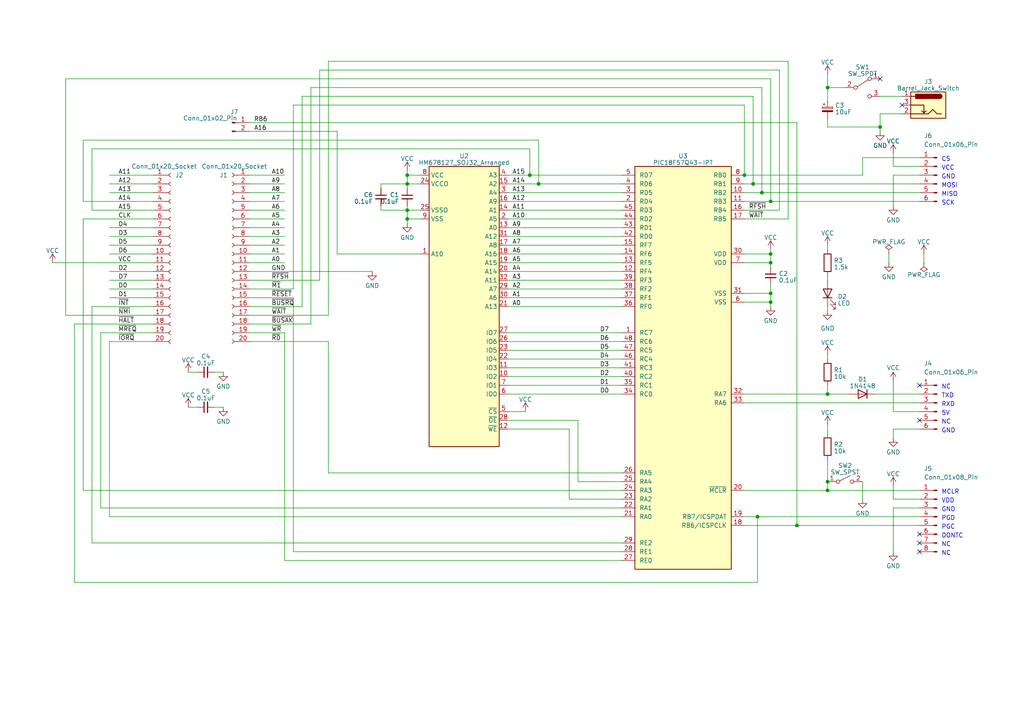
<source format=kicad_sch>
(kicad_sch (version 20230121) (generator eeschema)

  (uuid e6d6b00c-3eac-46b2-864a-d30920c7bbcf)

  (paper "A4")

  (lib_symbols
    (symbol "0-local:HM678127_SOJ32_AA" (in_bom yes) (on_board yes)
      (property "Reference" "U" (at -11.43 40.64 0)
        (effects (font (size 1.27 1.27)) (justify left bottom))
      )
      (property "Value" "HM678127_SOJ32_Arranged" (at -6.35 40.64 0)
        (effects (font (size 1.27 1.27)) (justify left bottom))
      )
      (property "Footprint" "" (at 0 0 0)
        (effects (font (size 1.27 1.27)) hide)
      )
      (property "Datasheet" "" (at 0 0 0)
        (effects (font (size 1.27 1.27)) hide)
      )
      (property "ki_keywords" "RAM SRAM CMOS MEMORY" (at 0 0 0)
        (effects (font (size 1.27 1.27)) hide)
      )
      (property "ki_description" "128K x 8 High-Speed CMOS Static RAM, 10/12ns, SOJ-32 with Address Arrangement" (at 0 0 0)
        (effects (font (size 1.27 1.27)) hide)
      )
      (property "ki_fp_filters" "DIP*W15.24mm* SSOP*11.305x20.495mm*P1.27mm*" (at 0 0 0)
        (effects (font (size 1.27 1.27)) hide)
      )
      (symbol "HM678127_SOJ32_AA_0_0"
        (pin power_in line (at -12.7 38.1 0) (length 2.54)
          (name "VCC" (effects (font (size 1.27 1.27))))
          (number "8" (effects (font (size 1.27 1.27))))
        )
        (pin power_in line (at -12.7 25.4 0) (length 2.54)
          (name "VSS" (effects (font (size 1.27 1.27))))
          (number "9" (effects (font (size 1.27 1.27))))
        )
      )
      (symbol "HM678127_SOJ32_AA_0_1"
        (rectangle (start -10.16 40.64) (end 10.16 -40.64)
          (stroke (width 0.254) (type default))
          (fill (type background))
        )
      )
      (symbol "HM678127_SOJ32_AA_1_1"
        (pin input line (at -12.7 15.24 0) (length 2.54)
          (name "A10" (effects (font (size 1.27 1.27))))
          (number "1" (effects (font (size 1.27 1.27))))
        )
        (pin tri_state line (at 12.7 -20.32 180) (length 2.54)
          (name "IO2" (effects (font (size 1.27 1.27))))
          (number "10" (effects (font (size 1.27 1.27))))
        )
        (pin tri_state line (at 12.7 -17.78 180) (length 2.54)
          (name "IO3" (effects (font (size 1.27 1.27))))
          (number "11" (effects (font (size 1.27 1.27))))
        )
        (pin input line (at 12.7 -35.56 180) (length 2.54)
          (name "~{WE}" (effects (font (size 1.27 1.27))))
          (number "12" (effects (font (size 1.27 1.27))))
        )
        (pin input line (at 12.7 22.86 180) (length 2.54)
          (name "A0" (effects (font (size 1.27 1.27))))
          (number "13" (effects (font (size 1.27 1.27))))
        )
        (pin input line (at 12.7 27.94 180) (length 2.54)
          (name "A1" (effects (font (size 1.27 1.27))))
          (number "14" (effects (font (size 1.27 1.27))))
        )
        (pin input line (at 12.7 35.56 180) (length 2.54)
          (name "A2" (effects (font (size 1.27 1.27))))
          (number "15" (effects (font (size 1.27 1.27))))
        )
        (pin input line (at 12.7 30.48 180) (length 2.54)
          (name "A9" (effects (font (size 1.27 1.27))))
          (number "16" (effects (font (size 1.27 1.27))))
        )
        (pin input line (at 12.7 17.78 180) (length 2.54)
          (name "A8" (effects (font (size 1.27 1.27))))
          (number "17" (effects (font (size 1.27 1.27))))
        )
        (pin input line (at 12.7 15.24 180) (length 2.54)
          (name "A16" (effects (font (size 1.27 1.27))))
          (number "18" (effects (font (size 1.27 1.27))))
        )
        (pin input line (at 12.7 12.7 180) (length 2.54)
          (name "A15" (effects (font (size 1.27 1.27))))
          (number "19" (effects (font (size 1.27 1.27))))
        )
        (pin input line (at 12.7 25.4 180) (length 2.54)
          (name "A5" (effects (font (size 1.27 1.27))))
          (number "2" (effects (font (size 1.27 1.27))))
        )
        (pin input line (at 12.7 10.16 180) (length 2.54)
          (name "A14" (effects (font (size 1.27 1.27))))
          (number "20" (effects (font (size 1.27 1.27))))
        )
        (pin input line (at 12.7 0 180) (length 2.54)
          (name "A13" (effects (font (size 1.27 1.27))))
          (number "21" (effects (font (size 1.27 1.27))))
        )
        (pin tri_state line (at 12.7 -15.24 180) (length 2.54)
          (name "IO4" (effects (font (size 1.27 1.27))))
          (number "22" (effects (font (size 1.27 1.27))))
        )
        (pin tri_state line (at 12.7 -12.7 180) (length 2.54)
          (name "IO5" (effects (font (size 1.27 1.27))))
          (number "23" (effects (font (size 1.27 1.27))))
        )
        (pin power_in line (at -12.7 35.56 0) (length 2.54)
          (name "VCCO" (effects (font (size 1.27 1.27))))
          (number "24" (effects (font (size 1.27 1.27))))
        )
        (pin power_in line (at -12.7 27.94 0) (length 2.54)
          (name "VSSO" (effects (font (size 1.27 1.27))))
          (number "25" (effects (font (size 1.27 1.27))))
        )
        (pin tri_state line (at 12.7 -10.16 180) (length 2.54)
          (name "IO6" (effects (font (size 1.27 1.27))))
          (number "26" (effects (font (size 1.27 1.27))))
        )
        (pin tri_state line (at 12.7 -7.62 180) (length 2.54)
          (name "IO7" (effects (font (size 1.27 1.27))))
          (number "27" (effects (font (size 1.27 1.27))))
        )
        (pin input line (at 12.7 -33.02 180) (length 2.54)
          (name "~{OE}" (effects (font (size 1.27 1.27))))
          (number "28" (effects (font (size 1.27 1.27))))
        )
        (pin input line (at 12.7 5.08 180) (length 2.54)
          (name "A7" (effects (font (size 1.27 1.27))))
          (number "29" (effects (font (size 1.27 1.27))))
        )
        (pin input line (at 12.7 33.02 180) (length 2.54)
          (name "A4" (effects (font (size 1.27 1.27))))
          (number "3" (effects (font (size 1.27 1.27))))
        )
        (pin input line (at 12.7 2.54 180) (length 2.54)
          (name "A6" (effects (font (size 1.27 1.27))))
          (number "30" (effects (font (size 1.27 1.27))))
        )
        (pin input line (at 12.7 20.32 180) (length 2.54)
          (name "A12" (effects (font (size 1.27 1.27))))
          (number "31" (effects (font (size 1.27 1.27))))
        )
        (pin input line (at 12.7 7.62 180) (length 2.54)
          (name "A11" (effects (font (size 1.27 1.27))))
          (number "32" (effects (font (size 1.27 1.27))))
        )
        (pin input line (at 12.7 38.1 180) (length 2.54)
          (name "A3" (effects (font (size 1.27 1.27))))
          (number "4" (effects (font (size 1.27 1.27))))
        )
        (pin input line (at 12.7 -30.48 180) (length 2.54)
          (name "~{CS}" (effects (font (size 1.27 1.27))))
          (number "5" (effects (font (size 1.27 1.27))))
        )
        (pin tri_state line (at 12.7 -25.4 180) (length 2.54)
          (name "IO0" (effects (font (size 1.27 1.27))))
          (number "6" (effects (font (size 1.27 1.27))))
        )
        (pin tri_state line (at 12.7 -22.86 180) (length 2.54)
          (name "IO1" (effects (font (size 1.27 1.27))))
          (number "7" (effects (font (size 1.27 1.27))))
        )
      )
    )
    (symbol "Connector:Barrel_Jack_Switch" (pin_names hide) (in_bom yes) (on_board yes)
      (property "Reference" "J" (at 0 5.334 0)
        (effects (font (size 1.27 1.27)))
      )
      (property "Value" "Barrel_Jack_Switch" (at 0 -5.08 0)
        (effects (font (size 1.27 1.27)))
      )
      (property "Footprint" "" (at 1.27 -1.016 0)
        (effects (font (size 1.27 1.27)) hide)
      )
      (property "Datasheet" "~" (at 1.27 -1.016 0)
        (effects (font (size 1.27 1.27)) hide)
      )
      (property "ki_keywords" "DC power barrel jack connector" (at 0 0 0)
        (effects (font (size 1.27 1.27)) hide)
      )
      (property "ki_description" "DC Barrel Jack with an internal switch" (at 0 0 0)
        (effects (font (size 1.27 1.27)) hide)
      )
      (property "ki_fp_filters" "BarrelJack*" (at 0 0 0)
        (effects (font (size 1.27 1.27)) hide)
      )
      (symbol "Barrel_Jack_Switch_0_1"
        (rectangle (start -5.08 3.81) (end 5.08 -3.81)
          (stroke (width 0.254) (type default))
          (fill (type background))
        )
        (arc (start -3.302 3.175) (mid -3.9343 2.54) (end -3.302 1.905)
          (stroke (width 0.254) (type default))
          (fill (type none))
        )
        (arc (start -3.302 3.175) (mid -3.9343 2.54) (end -3.302 1.905)
          (stroke (width 0.254) (type default))
          (fill (type outline))
        )
        (polyline
          (pts
            (xy 1.27 -2.286)
            (xy 1.905 -1.651)
          )
          (stroke (width 0.254) (type default))
          (fill (type none))
        )
        (polyline
          (pts
            (xy 5.08 2.54)
            (xy 3.81 2.54)
          )
          (stroke (width 0.254) (type default))
          (fill (type none))
        )
        (polyline
          (pts
            (xy 5.08 0)
            (xy 1.27 0)
            (xy 1.27 -2.286)
            (xy 0.635 -1.651)
          )
          (stroke (width 0.254) (type default))
          (fill (type none))
        )
        (polyline
          (pts
            (xy -3.81 -2.54)
            (xy -2.54 -2.54)
            (xy -1.27 -1.27)
            (xy 0 -2.54)
            (xy 2.54 -2.54)
            (xy 5.08 -2.54)
          )
          (stroke (width 0.254) (type default))
          (fill (type none))
        )
        (rectangle (start 3.683 3.175) (end -3.302 1.905)
          (stroke (width 0.254) (type default))
          (fill (type outline))
        )
      )
      (symbol "Barrel_Jack_Switch_1_1"
        (pin passive line (at 7.62 2.54 180) (length 2.54)
          (name "~" (effects (font (size 1.27 1.27))))
          (number "1" (effects (font (size 1.27 1.27))))
        )
        (pin passive line (at 7.62 -2.54 180) (length 2.54)
          (name "~" (effects (font (size 1.27 1.27))))
          (number "2" (effects (font (size 1.27 1.27))))
        )
        (pin passive line (at 7.62 0 180) (length 2.54)
          (name "~" (effects (font (size 1.27 1.27))))
          (number "3" (effects (font (size 1.27 1.27))))
        )
      )
    )
    (symbol "Connector:Conn_01x02_Pin" (pin_names (offset 1.016) hide) (in_bom yes) (on_board yes)
      (property "Reference" "J" (at 0 2.54 0)
        (effects (font (size 1.27 1.27)))
      )
      (property "Value" "Conn_01x02_Pin" (at 0 -5.08 0)
        (effects (font (size 1.27 1.27)))
      )
      (property "Footprint" "" (at 0 0 0)
        (effects (font (size 1.27 1.27)) hide)
      )
      (property "Datasheet" "~" (at 0 0 0)
        (effects (font (size 1.27 1.27)) hide)
      )
      (property "ki_locked" "" (at 0 0 0)
        (effects (font (size 1.27 1.27)))
      )
      (property "ki_keywords" "connector" (at 0 0 0)
        (effects (font (size 1.27 1.27)) hide)
      )
      (property "ki_description" "Generic connector, single row, 01x02, script generated" (at 0 0 0)
        (effects (font (size 1.27 1.27)) hide)
      )
      (property "ki_fp_filters" "Connector*:*_1x??_*" (at 0 0 0)
        (effects (font (size 1.27 1.27)) hide)
      )
      (symbol "Conn_01x02_Pin_1_1"
        (polyline
          (pts
            (xy 1.27 -2.54)
            (xy 0.8636 -2.54)
          )
          (stroke (width 0.1524) (type default))
          (fill (type none))
        )
        (polyline
          (pts
            (xy 1.27 0)
            (xy 0.8636 0)
          )
          (stroke (width 0.1524) (type default))
          (fill (type none))
        )
        (rectangle (start 0.8636 -2.413) (end 0 -2.667)
          (stroke (width 0.1524) (type default))
          (fill (type outline))
        )
        (rectangle (start 0.8636 0.127) (end 0 -0.127)
          (stroke (width 0.1524) (type default))
          (fill (type outline))
        )
        (pin passive line (at 5.08 0 180) (length 3.81)
          (name "Pin_1" (effects (font (size 1.27 1.27))))
          (number "1" (effects (font (size 1.27 1.27))))
        )
        (pin passive line (at 5.08 -2.54 180) (length 3.81)
          (name "Pin_2" (effects (font (size 1.27 1.27))))
          (number "2" (effects (font (size 1.27 1.27))))
        )
      )
    )
    (symbol "Connector:Conn_01x06_Pin" (pin_names (offset 1.016) hide) (in_bom yes) (on_board yes)
      (property "Reference" "J" (at 0 7.62 0)
        (effects (font (size 1.27 1.27)))
      )
      (property "Value" "Conn_01x06_Pin" (at 0 -10.16 0)
        (effects (font (size 1.27 1.27)))
      )
      (property "Footprint" "" (at 0 0 0)
        (effects (font (size 1.27 1.27)) hide)
      )
      (property "Datasheet" "~" (at 0 0 0)
        (effects (font (size 1.27 1.27)) hide)
      )
      (property "ki_locked" "" (at 0 0 0)
        (effects (font (size 1.27 1.27)))
      )
      (property "ki_keywords" "connector" (at 0 0 0)
        (effects (font (size 1.27 1.27)) hide)
      )
      (property "ki_description" "Generic connector, single row, 01x06, script generated" (at 0 0 0)
        (effects (font (size 1.27 1.27)) hide)
      )
      (property "ki_fp_filters" "Connector*:*_1x??_*" (at 0 0 0)
        (effects (font (size 1.27 1.27)) hide)
      )
      (symbol "Conn_01x06_Pin_1_1"
        (polyline
          (pts
            (xy 1.27 -7.62)
            (xy 0.8636 -7.62)
          )
          (stroke (width 0.1524) (type default))
          (fill (type none))
        )
        (polyline
          (pts
            (xy 1.27 -5.08)
            (xy 0.8636 -5.08)
          )
          (stroke (width 0.1524) (type default))
          (fill (type none))
        )
        (polyline
          (pts
            (xy 1.27 -2.54)
            (xy 0.8636 -2.54)
          )
          (stroke (width 0.1524) (type default))
          (fill (type none))
        )
        (polyline
          (pts
            (xy 1.27 0)
            (xy 0.8636 0)
          )
          (stroke (width 0.1524) (type default))
          (fill (type none))
        )
        (polyline
          (pts
            (xy 1.27 2.54)
            (xy 0.8636 2.54)
          )
          (stroke (width 0.1524) (type default))
          (fill (type none))
        )
        (polyline
          (pts
            (xy 1.27 5.08)
            (xy 0.8636 5.08)
          )
          (stroke (width 0.1524) (type default))
          (fill (type none))
        )
        (rectangle (start 0.8636 -7.493) (end 0 -7.747)
          (stroke (width 0.1524) (type default))
          (fill (type outline))
        )
        (rectangle (start 0.8636 -4.953) (end 0 -5.207)
          (stroke (width 0.1524) (type default))
          (fill (type outline))
        )
        (rectangle (start 0.8636 -2.413) (end 0 -2.667)
          (stroke (width 0.1524) (type default))
          (fill (type outline))
        )
        (rectangle (start 0.8636 0.127) (end 0 -0.127)
          (stroke (width 0.1524) (type default))
          (fill (type outline))
        )
        (rectangle (start 0.8636 2.667) (end 0 2.413)
          (stroke (width 0.1524) (type default))
          (fill (type outline))
        )
        (rectangle (start 0.8636 5.207) (end 0 4.953)
          (stroke (width 0.1524) (type default))
          (fill (type outline))
        )
        (pin passive line (at 5.08 5.08 180) (length 3.81)
          (name "Pin_1" (effects (font (size 1.27 1.27))))
          (number "1" (effects (font (size 1.27 1.27))))
        )
        (pin passive line (at 5.08 2.54 180) (length 3.81)
          (name "Pin_2" (effects (font (size 1.27 1.27))))
          (number "2" (effects (font (size 1.27 1.27))))
        )
        (pin passive line (at 5.08 0 180) (length 3.81)
          (name "Pin_3" (effects (font (size 1.27 1.27))))
          (number "3" (effects (font (size 1.27 1.27))))
        )
        (pin passive line (at 5.08 -2.54 180) (length 3.81)
          (name "Pin_4" (effects (font (size 1.27 1.27))))
          (number "4" (effects (font (size 1.27 1.27))))
        )
        (pin passive line (at 5.08 -5.08 180) (length 3.81)
          (name "Pin_5" (effects (font (size 1.27 1.27))))
          (number "5" (effects (font (size 1.27 1.27))))
        )
        (pin passive line (at 5.08 -7.62 180) (length 3.81)
          (name "Pin_6" (effects (font (size 1.27 1.27))))
          (number "6" (effects (font (size 1.27 1.27))))
        )
      )
    )
    (symbol "Connector:Conn_01x08_Pin" (pin_names (offset 1.016) hide) (in_bom yes) (on_board yes)
      (property "Reference" "J" (at 0 10.16 0)
        (effects (font (size 1.27 1.27)))
      )
      (property "Value" "Conn_01x08_Pin" (at 0 -12.7 0)
        (effects (font (size 1.27 1.27)))
      )
      (property "Footprint" "" (at 0 0 0)
        (effects (font (size 1.27 1.27)) hide)
      )
      (property "Datasheet" "~" (at 0 0 0)
        (effects (font (size 1.27 1.27)) hide)
      )
      (property "ki_locked" "" (at 0 0 0)
        (effects (font (size 1.27 1.27)))
      )
      (property "ki_keywords" "connector" (at 0 0 0)
        (effects (font (size 1.27 1.27)) hide)
      )
      (property "ki_description" "Generic connector, single row, 01x08, script generated" (at 0 0 0)
        (effects (font (size 1.27 1.27)) hide)
      )
      (property "ki_fp_filters" "Connector*:*_1x??_*" (at 0 0 0)
        (effects (font (size 1.27 1.27)) hide)
      )
      (symbol "Conn_01x08_Pin_1_1"
        (polyline
          (pts
            (xy 1.27 -10.16)
            (xy 0.8636 -10.16)
          )
          (stroke (width 0.1524) (type default))
          (fill (type none))
        )
        (polyline
          (pts
            (xy 1.27 -7.62)
            (xy 0.8636 -7.62)
          )
          (stroke (width 0.1524) (type default))
          (fill (type none))
        )
        (polyline
          (pts
            (xy 1.27 -5.08)
            (xy 0.8636 -5.08)
          )
          (stroke (width 0.1524) (type default))
          (fill (type none))
        )
        (polyline
          (pts
            (xy 1.27 -2.54)
            (xy 0.8636 -2.54)
          )
          (stroke (width 0.1524) (type default))
          (fill (type none))
        )
        (polyline
          (pts
            (xy 1.27 0)
            (xy 0.8636 0)
          )
          (stroke (width 0.1524) (type default))
          (fill (type none))
        )
        (polyline
          (pts
            (xy 1.27 2.54)
            (xy 0.8636 2.54)
          )
          (stroke (width 0.1524) (type default))
          (fill (type none))
        )
        (polyline
          (pts
            (xy 1.27 5.08)
            (xy 0.8636 5.08)
          )
          (stroke (width 0.1524) (type default))
          (fill (type none))
        )
        (polyline
          (pts
            (xy 1.27 7.62)
            (xy 0.8636 7.62)
          )
          (stroke (width 0.1524) (type default))
          (fill (type none))
        )
        (rectangle (start 0.8636 -10.033) (end 0 -10.287)
          (stroke (width 0.1524) (type default))
          (fill (type outline))
        )
        (rectangle (start 0.8636 -7.493) (end 0 -7.747)
          (stroke (width 0.1524) (type default))
          (fill (type outline))
        )
        (rectangle (start 0.8636 -4.953) (end 0 -5.207)
          (stroke (width 0.1524) (type default))
          (fill (type outline))
        )
        (rectangle (start 0.8636 -2.413) (end 0 -2.667)
          (stroke (width 0.1524) (type default))
          (fill (type outline))
        )
        (rectangle (start 0.8636 0.127) (end 0 -0.127)
          (stroke (width 0.1524) (type default))
          (fill (type outline))
        )
        (rectangle (start 0.8636 2.667) (end 0 2.413)
          (stroke (width 0.1524) (type default))
          (fill (type outline))
        )
        (rectangle (start 0.8636 5.207) (end 0 4.953)
          (stroke (width 0.1524) (type default))
          (fill (type outline))
        )
        (rectangle (start 0.8636 7.747) (end 0 7.493)
          (stroke (width 0.1524) (type default))
          (fill (type outline))
        )
        (pin passive line (at 5.08 7.62 180) (length 3.81)
          (name "Pin_1" (effects (font (size 1.27 1.27))))
          (number "1" (effects (font (size 1.27 1.27))))
        )
        (pin passive line (at 5.08 5.08 180) (length 3.81)
          (name "Pin_2" (effects (font (size 1.27 1.27))))
          (number "2" (effects (font (size 1.27 1.27))))
        )
        (pin passive line (at 5.08 2.54 180) (length 3.81)
          (name "Pin_3" (effects (font (size 1.27 1.27))))
          (number "3" (effects (font (size 1.27 1.27))))
        )
        (pin passive line (at 5.08 0 180) (length 3.81)
          (name "Pin_4" (effects (font (size 1.27 1.27))))
          (number "4" (effects (font (size 1.27 1.27))))
        )
        (pin passive line (at 5.08 -2.54 180) (length 3.81)
          (name "Pin_5" (effects (font (size 1.27 1.27))))
          (number "5" (effects (font (size 1.27 1.27))))
        )
        (pin passive line (at 5.08 -5.08 180) (length 3.81)
          (name "Pin_6" (effects (font (size 1.27 1.27))))
          (number "6" (effects (font (size 1.27 1.27))))
        )
        (pin passive line (at 5.08 -7.62 180) (length 3.81)
          (name "Pin_7" (effects (font (size 1.27 1.27))))
          (number "7" (effects (font (size 1.27 1.27))))
        )
        (pin passive line (at 5.08 -10.16 180) (length 3.81)
          (name "Pin_8" (effects (font (size 1.27 1.27))))
          (number "8" (effects (font (size 1.27 1.27))))
        )
      )
    )
    (symbol "Connector:Conn_01x20_Socket" (pin_names (offset 1.016) hide) (in_bom yes) (on_board yes)
      (property "Reference" "J" (at 0 25.4 0)
        (effects (font (size 1.27 1.27)))
      )
      (property "Value" "Conn_01x20_Socket" (at 0 -27.94 0)
        (effects (font (size 1.27 1.27)))
      )
      (property "Footprint" "" (at 0 0 0)
        (effects (font (size 1.27 1.27)) hide)
      )
      (property "Datasheet" "~" (at 0 0 0)
        (effects (font (size 1.27 1.27)) hide)
      )
      (property "ki_locked" "" (at 0 0 0)
        (effects (font (size 1.27 1.27)))
      )
      (property "ki_keywords" "connector" (at 0 0 0)
        (effects (font (size 1.27 1.27)) hide)
      )
      (property "ki_description" "Generic connector, single row, 01x20, script generated" (at 0 0 0)
        (effects (font (size 1.27 1.27)) hide)
      )
      (property "ki_fp_filters" "Connector*:*_1x??_*" (at 0 0 0)
        (effects (font (size 1.27 1.27)) hide)
      )
      (symbol "Conn_01x20_Socket_1_1"
        (arc (start 0 -24.892) (mid -0.5058 -25.4) (end 0 -25.908)
          (stroke (width 0.1524) (type default))
          (fill (type none))
        )
        (arc (start 0 -22.352) (mid -0.5058 -22.86) (end 0 -23.368)
          (stroke (width 0.1524) (type default))
          (fill (type none))
        )
        (arc (start 0 -19.812) (mid -0.5058 -20.32) (end 0 -20.828)
          (stroke (width 0.1524) (type default))
          (fill (type none))
        )
        (arc (start 0 -17.272) (mid -0.5058 -17.78) (end 0 -18.288)
          (stroke (width 0.1524) (type default))
          (fill (type none))
        )
        (arc (start 0 -14.732) (mid -0.5058 -15.24) (end 0 -15.748)
          (stroke (width 0.1524) (type default))
          (fill (type none))
        )
        (arc (start 0 -12.192) (mid -0.5058 -12.7) (end 0 -13.208)
          (stroke (width 0.1524) (type default))
          (fill (type none))
        )
        (arc (start 0 -9.652) (mid -0.5058 -10.16) (end 0 -10.668)
          (stroke (width 0.1524) (type default))
          (fill (type none))
        )
        (arc (start 0 -7.112) (mid -0.5058 -7.62) (end 0 -8.128)
          (stroke (width 0.1524) (type default))
          (fill (type none))
        )
        (arc (start 0 -4.572) (mid -0.5058 -5.08) (end 0 -5.588)
          (stroke (width 0.1524) (type default))
          (fill (type none))
        )
        (arc (start 0 -2.032) (mid -0.5058 -2.54) (end 0 -3.048)
          (stroke (width 0.1524) (type default))
          (fill (type none))
        )
        (polyline
          (pts
            (xy -1.27 -25.4)
            (xy -0.508 -25.4)
          )
          (stroke (width 0.1524) (type default))
          (fill (type none))
        )
        (polyline
          (pts
            (xy -1.27 -22.86)
            (xy -0.508 -22.86)
          )
          (stroke (width 0.1524) (type default))
          (fill (type none))
        )
        (polyline
          (pts
            (xy -1.27 -20.32)
            (xy -0.508 -20.32)
          )
          (stroke (width 0.1524) (type default))
          (fill (type none))
        )
        (polyline
          (pts
            (xy -1.27 -17.78)
            (xy -0.508 -17.78)
          )
          (stroke (width 0.1524) (type default))
          (fill (type none))
        )
        (polyline
          (pts
            (xy -1.27 -15.24)
            (xy -0.508 -15.24)
          )
          (stroke (width 0.1524) (type default))
          (fill (type none))
        )
        (polyline
          (pts
            (xy -1.27 -12.7)
            (xy -0.508 -12.7)
          )
          (stroke (width 0.1524) (type default))
          (fill (type none))
        )
        (polyline
          (pts
            (xy -1.27 -10.16)
            (xy -0.508 -10.16)
          )
          (stroke (width 0.1524) (type default))
          (fill (type none))
        )
        (polyline
          (pts
            (xy -1.27 -7.62)
            (xy -0.508 -7.62)
          )
          (stroke (width 0.1524) (type default))
          (fill (type none))
        )
        (polyline
          (pts
            (xy -1.27 -5.08)
            (xy -0.508 -5.08)
          )
          (stroke (width 0.1524) (type default))
          (fill (type none))
        )
        (polyline
          (pts
            (xy -1.27 -2.54)
            (xy -0.508 -2.54)
          )
          (stroke (width 0.1524) (type default))
          (fill (type none))
        )
        (polyline
          (pts
            (xy -1.27 0)
            (xy -0.508 0)
          )
          (stroke (width 0.1524) (type default))
          (fill (type none))
        )
        (polyline
          (pts
            (xy -1.27 2.54)
            (xy -0.508 2.54)
          )
          (stroke (width 0.1524) (type default))
          (fill (type none))
        )
        (polyline
          (pts
            (xy -1.27 5.08)
            (xy -0.508 5.08)
          )
          (stroke (width 0.1524) (type default))
          (fill (type none))
        )
        (polyline
          (pts
            (xy -1.27 7.62)
            (xy -0.508 7.62)
          )
          (stroke (width 0.1524) (type default))
          (fill (type none))
        )
        (polyline
          (pts
            (xy -1.27 10.16)
            (xy -0.508 10.16)
          )
          (stroke (width 0.1524) (type default))
          (fill (type none))
        )
        (polyline
          (pts
            (xy -1.27 12.7)
            (xy -0.508 12.7)
          )
          (stroke (width 0.1524) (type default))
          (fill (type none))
        )
        (polyline
          (pts
            (xy -1.27 15.24)
            (xy -0.508 15.24)
          )
          (stroke (width 0.1524) (type default))
          (fill (type none))
        )
        (polyline
          (pts
            (xy -1.27 17.78)
            (xy -0.508 17.78)
          )
          (stroke (width 0.1524) (type default))
          (fill (type none))
        )
        (polyline
          (pts
            (xy -1.27 20.32)
            (xy -0.508 20.32)
          )
          (stroke (width 0.1524) (type default))
          (fill (type none))
        )
        (polyline
          (pts
            (xy -1.27 22.86)
            (xy -0.508 22.86)
          )
          (stroke (width 0.1524) (type default))
          (fill (type none))
        )
        (arc (start 0 0.508) (mid -0.5058 0) (end 0 -0.508)
          (stroke (width 0.1524) (type default))
          (fill (type none))
        )
        (arc (start 0 3.048) (mid -0.5058 2.54) (end 0 2.032)
          (stroke (width 0.1524) (type default))
          (fill (type none))
        )
        (arc (start 0 5.588) (mid -0.5058 5.08) (end 0 4.572)
          (stroke (width 0.1524) (type default))
          (fill (type none))
        )
        (arc (start 0 8.128) (mid -0.5058 7.62) (end 0 7.112)
          (stroke (width 0.1524) (type default))
          (fill (type none))
        )
        (arc (start 0 10.668) (mid -0.5058 10.16) (end 0 9.652)
          (stroke (width 0.1524) (type default))
          (fill (type none))
        )
        (arc (start 0 13.208) (mid -0.5058 12.7) (end 0 12.192)
          (stroke (width 0.1524) (type default))
          (fill (type none))
        )
        (arc (start 0 15.748) (mid -0.5058 15.24) (end 0 14.732)
          (stroke (width 0.1524) (type default))
          (fill (type none))
        )
        (arc (start 0 18.288) (mid -0.5058 17.78) (end 0 17.272)
          (stroke (width 0.1524) (type default))
          (fill (type none))
        )
        (arc (start 0 20.828) (mid -0.5058 20.32) (end 0 19.812)
          (stroke (width 0.1524) (type default))
          (fill (type none))
        )
        (arc (start 0 23.368) (mid -0.5058 22.86) (end 0 22.352)
          (stroke (width 0.1524) (type default))
          (fill (type none))
        )
        (pin passive line (at -5.08 22.86 0) (length 3.81)
          (name "Pin_1" (effects (font (size 1.27 1.27))))
          (number "1" (effects (font (size 1.27 1.27))))
        )
        (pin passive line (at -5.08 0 0) (length 3.81)
          (name "Pin_10" (effects (font (size 1.27 1.27))))
          (number "10" (effects (font (size 1.27 1.27))))
        )
        (pin passive line (at -5.08 -2.54 0) (length 3.81)
          (name "Pin_11" (effects (font (size 1.27 1.27))))
          (number "11" (effects (font (size 1.27 1.27))))
        )
        (pin passive line (at -5.08 -5.08 0) (length 3.81)
          (name "Pin_12" (effects (font (size 1.27 1.27))))
          (number "12" (effects (font (size 1.27 1.27))))
        )
        (pin passive line (at -5.08 -7.62 0) (length 3.81)
          (name "Pin_13" (effects (font (size 1.27 1.27))))
          (number "13" (effects (font (size 1.27 1.27))))
        )
        (pin passive line (at -5.08 -10.16 0) (length 3.81)
          (name "Pin_14" (effects (font (size 1.27 1.27))))
          (number "14" (effects (font (size 1.27 1.27))))
        )
        (pin passive line (at -5.08 -12.7 0) (length 3.81)
          (name "Pin_15" (effects (font (size 1.27 1.27))))
          (number "15" (effects (font (size 1.27 1.27))))
        )
        (pin passive line (at -5.08 -15.24 0) (length 3.81)
          (name "Pin_16" (effects (font (size 1.27 1.27))))
          (number "16" (effects (font (size 1.27 1.27))))
        )
        (pin passive line (at -5.08 -17.78 0) (length 3.81)
          (name "Pin_17" (effects (font (size 1.27 1.27))))
          (number "17" (effects (font (size 1.27 1.27))))
        )
        (pin passive line (at -5.08 -20.32 0) (length 3.81)
          (name "Pin_18" (effects (font (size 1.27 1.27))))
          (number "18" (effects (font (size 1.27 1.27))))
        )
        (pin passive line (at -5.08 -22.86 0) (length 3.81)
          (name "Pin_19" (effects (font (size 1.27 1.27))))
          (number "19" (effects (font (size 1.27 1.27))))
        )
        (pin passive line (at -5.08 20.32 0) (length 3.81)
          (name "Pin_2" (effects (font (size 1.27 1.27))))
          (number "2" (effects (font (size 1.27 1.27))))
        )
        (pin passive line (at -5.08 -25.4 0) (length 3.81)
          (name "Pin_20" (effects (font (size 1.27 1.27))))
          (number "20" (effects (font (size 1.27 1.27))))
        )
        (pin passive line (at -5.08 17.78 0) (length 3.81)
          (name "Pin_3" (effects (font (size 1.27 1.27))))
          (number "3" (effects (font (size 1.27 1.27))))
        )
        (pin passive line (at -5.08 15.24 0) (length 3.81)
          (name "Pin_4" (effects (font (size 1.27 1.27))))
          (number "4" (effects (font (size 1.27 1.27))))
        )
        (pin passive line (at -5.08 12.7 0) (length 3.81)
          (name "Pin_5" (effects (font (size 1.27 1.27))))
          (number "5" (effects (font (size 1.27 1.27))))
        )
        (pin passive line (at -5.08 10.16 0) (length 3.81)
          (name "Pin_6" (effects (font (size 1.27 1.27))))
          (number "6" (effects (font (size 1.27 1.27))))
        )
        (pin passive line (at -5.08 7.62 0) (length 3.81)
          (name "Pin_7" (effects (font (size 1.27 1.27))))
          (number "7" (effects (font (size 1.27 1.27))))
        )
        (pin passive line (at -5.08 5.08 0) (length 3.81)
          (name "Pin_8" (effects (font (size 1.27 1.27))))
          (number "8" (effects (font (size 1.27 1.27))))
        )
        (pin passive line (at -5.08 2.54 0) (length 3.81)
          (name "Pin_9" (effects (font (size 1.27 1.27))))
          (number "9" (effects (font (size 1.27 1.27))))
        )
      )
    )
    (symbol "Device:C_Polarized_Small" (pin_numbers hide) (pin_names (offset 0.254) hide) (in_bom yes) (on_board yes)
      (property "Reference" "C" (at 0.254 1.778 0)
        (effects (font (size 1.27 1.27)) (justify left))
      )
      (property "Value" "C_Polarized_Small" (at 0.254 -2.032 0)
        (effects (font (size 1.27 1.27)) (justify left))
      )
      (property "Footprint" "" (at 0 0 0)
        (effects (font (size 1.27 1.27)) hide)
      )
      (property "Datasheet" "~" (at 0 0 0)
        (effects (font (size 1.27 1.27)) hide)
      )
      (property "ki_keywords" "cap capacitor" (at 0 0 0)
        (effects (font (size 1.27 1.27)) hide)
      )
      (property "ki_description" "Polarized capacitor, small symbol" (at 0 0 0)
        (effects (font (size 1.27 1.27)) hide)
      )
      (property "ki_fp_filters" "CP_*" (at 0 0 0)
        (effects (font (size 1.27 1.27)) hide)
      )
      (symbol "C_Polarized_Small_0_1"
        (rectangle (start -1.524 -0.3048) (end 1.524 -0.6858)
          (stroke (width 0) (type default))
          (fill (type outline))
        )
        (rectangle (start -1.524 0.6858) (end 1.524 0.3048)
          (stroke (width 0) (type default))
          (fill (type none))
        )
        (polyline
          (pts
            (xy -1.27 1.524)
            (xy -0.762 1.524)
          )
          (stroke (width 0) (type default))
          (fill (type none))
        )
        (polyline
          (pts
            (xy -1.016 1.27)
            (xy -1.016 1.778)
          )
          (stroke (width 0) (type default))
          (fill (type none))
        )
      )
      (symbol "C_Polarized_Small_1_1"
        (pin passive line (at 0 2.54 270) (length 1.8542)
          (name "~" (effects (font (size 1.27 1.27))))
          (number "1" (effects (font (size 1.27 1.27))))
        )
        (pin passive line (at 0 -2.54 90) (length 1.8542)
          (name "~" (effects (font (size 1.27 1.27))))
          (number "2" (effects (font (size 1.27 1.27))))
        )
      )
    )
    (symbol "Device:C_Small" (pin_numbers hide) (pin_names (offset 0.254) hide) (in_bom yes) (on_board yes)
      (property "Reference" "C" (at 0.254 1.778 0)
        (effects (font (size 1.27 1.27)) (justify left))
      )
      (property "Value" "C_Small" (at 0.254 -2.032 0)
        (effects (font (size 1.27 1.27)) (justify left))
      )
      (property "Footprint" "" (at 0 0 0)
        (effects (font (size 1.27 1.27)) hide)
      )
      (property "Datasheet" "~" (at 0 0 0)
        (effects (font (size 1.27 1.27)) hide)
      )
      (property "ki_keywords" "capacitor cap" (at 0 0 0)
        (effects (font (size 1.27 1.27)) hide)
      )
      (property "ki_description" "Unpolarized capacitor, small symbol" (at 0 0 0)
        (effects (font (size 1.27 1.27)) hide)
      )
      (property "ki_fp_filters" "C_*" (at 0 0 0)
        (effects (font (size 1.27 1.27)) hide)
      )
      (symbol "C_Small_0_1"
        (polyline
          (pts
            (xy -1.524 -0.508)
            (xy 1.524 -0.508)
          )
          (stroke (width 0.3302) (type default))
          (fill (type none))
        )
        (polyline
          (pts
            (xy -1.524 0.508)
            (xy 1.524 0.508)
          )
          (stroke (width 0.3048) (type default))
          (fill (type none))
        )
      )
      (symbol "C_Small_1_1"
        (pin passive line (at 0 2.54 270) (length 2.032)
          (name "~" (effects (font (size 1.27 1.27))))
          (number "1" (effects (font (size 1.27 1.27))))
        )
        (pin passive line (at 0 -2.54 90) (length 2.032)
          (name "~" (effects (font (size 1.27 1.27))))
          (number "2" (effects (font (size 1.27 1.27))))
        )
      )
    )
    (symbol "Device:LED" (pin_numbers hide) (pin_names (offset 1.016) hide) (in_bom yes) (on_board yes)
      (property "Reference" "D" (at 0 2.54 0)
        (effects (font (size 1.27 1.27)))
      )
      (property "Value" "LED" (at 0 -2.54 0)
        (effects (font (size 1.27 1.27)))
      )
      (property "Footprint" "" (at 0 0 0)
        (effects (font (size 1.27 1.27)) hide)
      )
      (property "Datasheet" "~" (at 0 0 0)
        (effects (font (size 1.27 1.27)) hide)
      )
      (property "ki_keywords" "LED diode" (at 0 0 0)
        (effects (font (size 1.27 1.27)) hide)
      )
      (property "ki_description" "Light emitting diode" (at 0 0 0)
        (effects (font (size 1.27 1.27)) hide)
      )
      (property "ki_fp_filters" "LED* LED_SMD:* LED_THT:*" (at 0 0 0)
        (effects (font (size 1.27 1.27)) hide)
      )
      (symbol "LED_0_1"
        (polyline
          (pts
            (xy -1.27 -1.27)
            (xy -1.27 1.27)
          )
          (stroke (width 0.254) (type default))
          (fill (type none))
        )
        (polyline
          (pts
            (xy -1.27 0)
            (xy 1.27 0)
          )
          (stroke (width 0) (type default))
          (fill (type none))
        )
        (polyline
          (pts
            (xy 1.27 -1.27)
            (xy 1.27 1.27)
            (xy -1.27 0)
            (xy 1.27 -1.27)
          )
          (stroke (width 0.254) (type default))
          (fill (type none))
        )
        (polyline
          (pts
            (xy -3.048 -0.762)
            (xy -4.572 -2.286)
            (xy -3.81 -2.286)
            (xy -4.572 -2.286)
            (xy -4.572 -1.524)
          )
          (stroke (width 0) (type default))
          (fill (type none))
        )
        (polyline
          (pts
            (xy -1.778 -0.762)
            (xy -3.302 -2.286)
            (xy -2.54 -2.286)
            (xy -3.302 -2.286)
            (xy -3.302 -1.524)
          )
          (stroke (width 0) (type default))
          (fill (type none))
        )
      )
      (symbol "LED_1_1"
        (pin passive line (at -3.81 0 0) (length 2.54)
          (name "K" (effects (font (size 1.27 1.27))))
          (number "1" (effects (font (size 1.27 1.27))))
        )
        (pin passive line (at 3.81 0 180) (length 2.54)
          (name "A" (effects (font (size 1.27 1.27))))
          (number "2" (effects (font (size 1.27 1.27))))
        )
      )
    )
    (symbol "Device:R" (pin_numbers hide) (pin_names (offset 0)) (in_bom yes) (on_board yes)
      (property "Reference" "R" (at 2.032 0 90)
        (effects (font (size 1.27 1.27)))
      )
      (property "Value" "R" (at 0 0 90)
        (effects (font (size 1.27 1.27)))
      )
      (property "Footprint" "" (at -1.778 0 90)
        (effects (font (size 1.27 1.27)) hide)
      )
      (property "Datasheet" "~" (at 0 0 0)
        (effects (font (size 1.27 1.27)) hide)
      )
      (property "ki_keywords" "R res resistor" (at 0 0 0)
        (effects (font (size 1.27 1.27)) hide)
      )
      (property "ki_description" "Resistor" (at 0 0 0)
        (effects (font (size 1.27 1.27)) hide)
      )
      (property "ki_fp_filters" "R_*" (at 0 0 0)
        (effects (font (size 1.27 1.27)) hide)
      )
      (symbol "R_0_1"
        (rectangle (start -1.016 -2.54) (end 1.016 2.54)
          (stroke (width 0.254) (type default))
          (fill (type none))
        )
      )
      (symbol "R_1_1"
        (pin passive line (at 0 3.81 270) (length 1.27)
          (name "~" (effects (font (size 1.27 1.27))))
          (number "1" (effects (font (size 1.27 1.27))))
        )
        (pin passive line (at 0 -3.81 90) (length 1.27)
          (name "~" (effects (font (size 1.27 1.27))))
          (number "2" (effects (font (size 1.27 1.27))))
        )
      )
    )
    (symbol "Diode:1N4148" (pin_numbers hide) (pin_names hide) (in_bom yes) (on_board yes)
      (property "Reference" "D" (at 0 2.54 0)
        (effects (font (size 1.27 1.27)))
      )
      (property "Value" "1N4148" (at 0 -2.54 0)
        (effects (font (size 1.27 1.27)))
      )
      (property "Footprint" "Diode_THT:D_DO-35_SOD27_P7.62mm_Horizontal" (at 0 0 0)
        (effects (font (size 1.27 1.27)) hide)
      )
      (property "Datasheet" "https://assets.nexperia.com/documents/data-sheet/1N4148_1N4448.pdf" (at 0 0 0)
        (effects (font (size 1.27 1.27)) hide)
      )
      (property "Sim.Device" "D" (at 0 0 0)
        (effects (font (size 1.27 1.27)) hide)
      )
      (property "Sim.Pins" "1=K 2=A" (at 0 0 0)
        (effects (font (size 1.27 1.27)) hide)
      )
      (property "ki_keywords" "diode" (at 0 0 0)
        (effects (font (size 1.27 1.27)) hide)
      )
      (property "ki_description" "100V 0.15A standard switching diode, DO-35" (at 0 0 0)
        (effects (font (size 1.27 1.27)) hide)
      )
      (property "ki_fp_filters" "D*DO?35*" (at 0 0 0)
        (effects (font (size 1.27 1.27)) hide)
      )
      (symbol "1N4148_0_1"
        (polyline
          (pts
            (xy -1.27 1.27)
            (xy -1.27 -1.27)
          )
          (stroke (width 0.254) (type default))
          (fill (type none))
        )
        (polyline
          (pts
            (xy 1.27 0)
            (xy -1.27 0)
          )
          (stroke (width 0) (type default))
          (fill (type none))
        )
        (polyline
          (pts
            (xy 1.27 1.27)
            (xy 1.27 -1.27)
            (xy -1.27 0)
            (xy 1.27 1.27)
          )
          (stroke (width 0.254) (type default))
          (fill (type none))
        )
      )
      (symbol "1N4148_1_1"
        (pin passive line (at -3.81 0 0) (length 2.54)
          (name "K" (effects (font (size 1.27 1.27))))
          (number "1" (effects (font (size 1.27 1.27))))
        )
        (pin passive line (at 3.81 0 180) (length 2.54)
          (name "A" (effects (font (size 1.27 1.27))))
          (number "2" (effects (font (size 1.27 1.27))))
        )
      )
    )
    (symbol "PIC18F57Q43-IPT_1" (pin_names (offset 1.27)) (in_bom yes) (on_board yes)
      (property "Reference" "U" (at -12.7 59.69 0)
        (effects (font (size 1.27 1.27)))
      )
      (property "Value" "PIC18F57Q43-IPT" (at 5.08 59.69 0)
        (effects (font (size 1.27 1.27)))
      )
      (property "Footprint" "0-local:Quad-2x6" (at 1.27 5.08 0)
        (effects (font (size 1.27 1.27) italic) hide)
      )
      (property "Datasheet" "http://ww1.microchip.com/downloads/en/DeviceDoc/39977f.pdf" (at 0 -2.54 0)
        (effects (font (size 1.27 1.27)) hide)
      )
      (property "ki_keywords" "microchip microcontroller PIC18 flash XLP nanoWatt" (at 0 0 0)
        (effects (font (size 1.27 1.27)) hide)
      )
      (property "ki_description" "128K Flash, 8K RAM, 1K EEPROM PIC18 Microcontroller ADC PWM SPI I2C USART in TQFP48 package" (at 0 0 0)
        (effects (font (size 1.27 1.27)) hide)
      )
      (property "ki_fp_filters" "TQFP*10x10mm*P0.8mm*" (at 0 0 0)
        (effects (font (size 1.27 1.27)) hide)
      )
      (symbol "PIC18F57Q43-IPT_1_0_1"
        (rectangle (start -13.97 58.42) (end 13.97 -58.42)
          (stroke (width 0.254) (type default))
          (fill (type background))
        )
      )
      (symbol "PIC18F57Q43-IPT_1_1_1"
        (pin bidirectional line (at -17.78 10.16 0) (length 3.81)
          (name "RC7" (effects (font (size 1.27 1.27))))
          (number "1" (effects (font (size 1.27 1.27))))
        )
        (pin bidirectional line (at 17.78 50.8 180) (length 3.81)
          (name "RB2" (effects (font (size 1.27 1.27))))
          (number "10" (effects (font (size 1.27 1.27))))
        )
        (pin bidirectional line (at 17.78 48.26 180) (length 3.81)
          (name "RB3" (effects (font (size 1.27 1.27))))
          (number "11" (effects (font (size 1.27 1.27))))
        )
        (pin bidirectional line (at -17.78 27.94 0) (length 3.81)
          (name "RF4" (effects (font (size 1.27 1.27))))
          (number "12" (effects (font (size 1.27 1.27))))
        )
        (pin bidirectional line (at -17.78 30.48 0) (length 3.81)
          (name "RF5" (effects (font (size 1.27 1.27))))
          (number "13" (effects (font (size 1.27 1.27))))
        )
        (pin bidirectional line (at -17.78 33.02 0) (length 3.81)
          (name "RF6" (effects (font (size 1.27 1.27))))
          (number "14" (effects (font (size 1.27 1.27))))
        )
        (pin bidirectional line (at -17.78 35.56 0) (length 3.81)
          (name "RF7" (effects (font (size 1.27 1.27))))
          (number "15" (effects (font (size 1.27 1.27))))
        )
        (pin bidirectional line (at 17.78 45.72 180) (length 3.81)
          (name "RB4" (effects (font (size 1.27 1.27))))
          (number "16" (effects (font (size 1.27 1.27))))
        )
        (pin bidirectional line (at 17.78 43.18 180) (length 3.81)
          (name "RB5" (effects (font (size 1.27 1.27))))
          (number "17" (effects (font (size 1.27 1.27))))
        )
        (pin bidirectional line (at 17.78 -45.72 180) (length 3.81)
          (name "RB6/ICSPCLK" (effects (font (size 1.27 1.27))))
          (number "18" (effects (font (size 1.27 1.27))))
        )
        (pin bidirectional line (at 17.78 -43.18 180) (length 3.81)
          (name "RB7/ICSPDAT" (effects (font (size 1.27 1.27))))
          (number "19" (effects (font (size 1.27 1.27))))
        )
        (pin bidirectional line (at -17.78 48.26 0) (length 3.81)
          (name "RD4" (effects (font (size 1.27 1.27))))
          (number "2" (effects (font (size 1.27 1.27))))
        )
        (pin bidirectional line (at 17.78 -35.56 180) (length 3.81)
          (name "~{MCLR}" (effects (font (size 1.27 1.27))))
          (number "20" (effects (font (size 1.27 1.27))))
        )
        (pin bidirectional line (at -17.78 -43.18 0) (length 3.81)
          (name "RA0" (effects (font (size 1.27 1.27))))
          (number "21" (effects (font (size 1.27 1.27))))
        )
        (pin bidirectional line (at -17.78 -40.64 0) (length 3.81)
          (name "RA1" (effects (font (size 1.27 1.27))))
          (number "22" (effects (font (size 1.27 1.27))))
        )
        (pin bidirectional line (at -17.78 -38.1 0) (length 3.81)
          (name "RA2" (effects (font (size 1.27 1.27))))
          (number "23" (effects (font (size 1.27 1.27))))
        )
        (pin bidirectional line (at -17.78 -35.56 0) (length 3.81)
          (name "RA3" (effects (font (size 1.27 1.27))))
          (number "24" (effects (font (size 1.27 1.27))))
        )
        (pin bidirectional line (at -17.78 -33.02 0) (length 3.81)
          (name "RA4" (effects (font (size 1.27 1.27))))
          (number "25" (effects (font (size 1.27 1.27))))
        )
        (pin bidirectional line (at -17.78 -30.48 0) (length 3.81)
          (name "RA5" (effects (font (size 1.27 1.27))))
          (number "26" (effects (font (size 1.27 1.27))))
        )
        (pin bidirectional line (at -17.78 -55.88 0) (length 3.81)
          (name "RE0" (effects (font (size 1.27 1.27))))
          (number "27" (effects (font (size 1.27 1.27))))
        )
        (pin bidirectional line (at -17.78 -53.34 0) (length 3.81)
          (name "RE1" (effects (font (size 1.27 1.27))))
          (number "28" (effects (font (size 1.27 1.27))))
        )
        (pin bidirectional line (at -17.78 -50.8 0) (length 3.81)
          (name "RE2" (effects (font (size 1.27 1.27))))
          (number "29" (effects (font (size 1.27 1.27))))
        )
        (pin bidirectional line (at -17.78 50.8 0) (length 3.81)
          (name "RD5" (effects (font (size 1.27 1.27))))
          (number "3" (effects (font (size 1.27 1.27))))
        )
        (pin power_in line (at 17.78 33.02 180) (length 3.81)
          (name "VDD" (effects (font (size 1.27 1.27))))
          (number "30" (effects (font (size 1.27 1.27))))
        )
        (pin power_in line (at 17.78 21.59 180) (length 3.81)
          (name "VSS" (effects (font (size 1.27 1.27))))
          (number "31" (effects (font (size 1.27 1.27))))
        )
        (pin bidirectional line (at 17.78 -7.62 180) (length 3.81)
          (name "RA7" (effects (font (size 1.27 1.27))))
          (number "32" (effects (font (size 1.27 1.27))))
        )
        (pin bidirectional line (at 17.78 -10.16 180) (length 3.81)
          (name "RA6" (effects (font (size 1.27 1.27))))
          (number "33" (effects (font (size 1.27 1.27))))
        )
        (pin bidirectional line (at -17.78 -7.62 0) (length 3.81)
          (name "RC0" (effects (font (size 1.27 1.27))))
          (number "34" (effects (font (size 1.27 1.27))))
        )
        (pin bidirectional line (at -17.78 -5.08 0) (length 3.81)
          (name "RC1" (effects (font (size 1.27 1.27))))
          (number "35" (effects (font (size 1.27 1.27))))
        )
        (pin bidirectional line (at -17.78 17.78 0) (length 3.81)
          (name "RF0" (effects (font (size 1.27 1.27))))
          (number "36" (effects (font (size 1.27 1.27))))
        )
        (pin bidirectional line (at -17.78 20.32 0) (length 3.81)
          (name "RF1" (effects (font (size 1.27 1.27))))
          (number "37" (effects (font (size 1.27 1.27))))
        )
        (pin bidirectional line (at -17.78 22.86 0) (length 3.81)
          (name "RF2" (effects (font (size 1.27 1.27))))
          (number "38" (effects (font (size 1.27 1.27))))
        )
        (pin bidirectional line (at -17.78 25.4 0) (length 3.81)
          (name "RF3" (effects (font (size 1.27 1.27))))
          (number "39" (effects (font (size 1.27 1.27))))
        )
        (pin bidirectional line (at -17.78 53.34 0) (length 3.81)
          (name "RD6" (effects (font (size 1.27 1.27))))
          (number "4" (effects (font (size 1.27 1.27))))
        )
        (pin bidirectional line (at -17.78 -2.54 0) (length 3.81)
          (name "RC2" (effects (font (size 1.27 1.27))))
          (number "40" (effects (font (size 1.27 1.27))))
        )
        (pin bidirectional line (at -17.78 0 0) (length 3.81)
          (name "RC3" (effects (font (size 1.27 1.27))))
          (number "41" (effects (font (size 1.27 1.27))))
        )
        (pin bidirectional line (at -17.78 38.1 0) (length 3.81)
          (name "RD0" (effects (font (size 1.27 1.27))))
          (number "42" (effects (font (size 1.27 1.27))))
        )
        (pin bidirectional line (at -17.78 40.64 0) (length 3.81)
          (name "RD1" (effects (font (size 1.27 1.27))))
          (number "43" (effects (font (size 1.27 1.27))))
        )
        (pin bidirectional line (at -17.78 43.18 0) (length 3.81)
          (name "RD2" (effects (font (size 1.27 1.27))))
          (number "44" (effects (font (size 1.27 1.27))))
        )
        (pin bidirectional line (at -17.78 45.72 0) (length 3.81)
          (name "RD3" (effects (font (size 1.27 1.27))))
          (number "45" (effects (font (size 1.27 1.27))))
        )
        (pin bidirectional line (at -17.78 2.54 0) (length 3.81)
          (name "RC4" (effects (font (size 1.27 1.27))))
          (number "46" (effects (font (size 1.27 1.27))))
        )
        (pin bidirectional line (at -17.78 5.08 0) (length 3.81)
          (name "RC5" (effects (font (size 1.27 1.27))))
          (number "47" (effects (font (size 1.27 1.27))))
        )
        (pin bidirectional line (at -17.78 7.62 0) (length 3.81)
          (name "RC6" (effects (font (size 1.27 1.27))))
          (number "48" (effects (font (size 1.27 1.27))))
        )
        (pin bidirectional line (at -17.78 55.88 0) (length 3.81)
          (name "RD7" (effects (font (size 1.27 1.27))))
          (number "5" (effects (font (size 1.27 1.27))))
        )
        (pin power_in line (at 17.78 19.05 180) (length 3.81)
          (name "VSS" (effects (font (size 1.27 1.27))))
          (number "6" (effects (font (size 1.27 1.27))))
        )
        (pin power_in line (at 17.78 30.48 180) (length 3.81)
          (name "VDD" (effects (font (size 1.27 1.27))))
          (number "7" (effects (font (size 1.27 1.27))))
        )
        (pin bidirectional line (at 17.78 55.88 180) (length 3.81)
          (name "RB0" (effects (font (size 1.27 1.27))))
          (number "8" (effects (font (size 1.27 1.27))))
        )
        (pin bidirectional line (at 17.78 53.34 180) (length 3.81)
          (name "RB1" (effects (font (size 1.27 1.27))))
          (number "9" (effects (font (size 1.27 1.27))))
        )
      )
    )
    (symbol "Switch:SW_SPDT" (pin_names (offset 0) hide) (in_bom yes) (on_board yes)
      (property "Reference" "SW" (at 0 4.318 0)
        (effects (font (size 1.27 1.27)))
      )
      (property "Value" "SW_SPDT" (at 0 -5.08 0)
        (effects (font (size 1.27 1.27)))
      )
      (property "Footprint" "" (at 0 0 0)
        (effects (font (size 1.27 1.27)) hide)
      )
      (property "Datasheet" "~" (at 0 0 0)
        (effects (font (size 1.27 1.27)) hide)
      )
      (property "ki_keywords" "switch single-pole double-throw spdt ON-ON" (at 0 0 0)
        (effects (font (size 1.27 1.27)) hide)
      )
      (property "ki_description" "Switch, single pole double throw" (at 0 0 0)
        (effects (font (size 1.27 1.27)) hide)
      )
      (symbol "SW_SPDT_0_0"
        (circle (center -2.032 0) (radius 0.508)
          (stroke (width 0) (type default))
          (fill (type none))
        )
        (circle (center 2.032 -2.54) (radius 0.508)
          (stroke (width 0) (type default))
          (fill (type none))
        )
      )
      (symbol "SW_SPDT_0_1"
        (polyline
          (pts
            (xy -1.524 0.254)
            (xy 1.651 2.286)
          )
          (stroke (width 0) (type default))
          (fill (type none))
        )
        (circle (center 2.032 2.54) (radius 0.508)
          (stroke (width 0) (type default))
          (fill (type none))
        )
      )
      (symbol "SW_SPDT_1_1"
        (pin passive line (at 5.08 2.54 180) (length 2.54)
          (name "A" (effects (font (size 1.27 1.27))))
          (number "1" (effects (font (size 1.27 1.27))))
        )
        (pin passive line (at -5.08 0 0) (length 2.54)
          (name "B" (effects (font (size 1.27 1.27))))
          (number "2" (effects (font (size 1.27 1.27))))
        )
        (pin passive line (at 5.08 -2.54 180) (length 2.54)
          (name "C" (effects (font (size 1.27 1.27))))
          (number "3" (effects (font (size 1.27 1.27))))
        )
      )
    )
    (symbol "Switch:SW_SPST" (pin_names (offset 0) hide) (in_bom yes) (on_board yes)
      (property "Reference" "SW" (at 0 3.175 0)
        (effects (font (size 1.27 1.27)))
      )
      (property "Value" "SW_SPST" (at 0 -2.54 0)
        (effects (font (size 1.27 1.27)))
      )
      (property "Footprint" "" (at 0 0 0)
        (effects (font (size 1.27 1.27)) hide)
      )
      (property "Datasheet" "~" (at 0 0 0)
        (effects (font (size 1.27 1.27)) hide)
      )
      (property "ki_keywords" "switch lever" (at 0 0 0)
        (effects (font (size 1.27 1.27)) hide)
      )
      (property "ki_description" "Single Pole Single Throw (SPST) switch" (at 0 0 0)
        (effects (font (size 1.27 1.27)) hide)
      )
      (symbol "SW_SPST_0_0"
        (circle (center -2.032 0) (radius 0.508)
          (stroke (width 0) (type default))
          (fill (type none))
        )
        (polyline
          (pts
            (xy -1.524 0.254)
            (xy 1.524 1.778)
          )
          (stroke (width 0) (type default))
          (fill (type none))
        )
        (circle (center 2.032 0) (radius 0.508)
          (stroke (width 0) (type default))
          (fill (type none))
        )
      )
      (symbol "SW_SPST_1_1"
        (pin passive line (at -5.08 0 0) (length 2.54)
          (name "A" (effects (font (size 1.27 1.27))))
          (number "1" (effects (font (size 1.27 1.27))))
        )
        (pin passive line (at 5.08 0 180) (length 2.54)
          (name "B" (effects (font (size 1.27 1.27))))
          (number "2" (effects (font (size 1.27 1.27))))
        )
      )
    )
    (symbol "power:GND" (power) (pin_names (offset 0)) (in_bom yes) (on_board yes)
      (property "Reference" "#PWR" (at 0 -6.35 0)
        (effects (font (size 1.27 1.27)) hide)
      )
      (property "Value" "GND" (at 0 -3.81 0)
        (effects (font (size 1.27 1.27)))
      )
      (property "Footprint" "" (at 0 0 0)
        (effects (font (size 1.27 1.27)) hide)
      )
      (property "Datasheet" "" (at 0 0 0)
        (effects (font (size 1.27 1.27)) hide)
      )
      (property "ki_keywords" "global power" (at 0 0 0)
        (effects (font (size 1.27 1.27)) hide)
      )
      (property "ki_description" "Power symbol creates a global label with name \"GND\" , ground" (at 0 0 0)
        (effects (font (size 1.27 1.27)) hide)
      )
      (symbol "GND_0_1"
        (polyline
          (pts
            (xy 0 0)
            (xy 0 -1.27)
            (xy 1.27 -1.27)
            (xy 0 -2.54)
            (xy -1.27 -1.27)
            (xy 0 -1.27)
          )
          (stroke (width 0) (type default))
          (fill (type none))
        )
      )
      (symbol "GND_1_1"
        (pin power_in line (at 0 0 270) (length 0) hide
          (name "GND" (effects (font (size 1.27 1.27))))
          (number "1" (effects (font (size 1.27 1.27))))
        )
      )
    )
    (symbol "power:PWR_FLAG" (power) (pin_numbers hide) (pin_names (offset 0) hide) (in_bom yes) (on_board yes)
      (property "Reference" "#FLG" (at 0 1.905 0)
        (effects (font (size 1.27 1.27)) hide)
      )
      (property "Value" "PWR_FLAG" (at 0 3.81 0)
        (effects (font (size 1.27 1.27)))
      )
      (property "Footprint" "" (at 0 0 0)
        (effects (font (size 1.27 1.27)) hide)
      )
      (property "Datasheet" "~" (at 0 0 0)
        (effects (font (size 1.27 1.27)) hide)
      )
      (property "ki_keywords" "flag power" (at 0 0 0)
        (effects (font (size 1.27 1.27)) hide)
      )
      (property "ki_description" "Special symbol for telling ERC where power comes from" (at 0 0 0)
        (effects (font (size 1.27 1.27)) hide)
      )
      (symbol "PWR_FLAG_0_0"
        (pin power_out line (at 0 0 90) (length 0)
          (name "pwr" (effects (font (size 1.27 1.27))))
          (number "1" (effects (font (size 1.27 1.27))))
        )
      )
      (symbol "PWR_FLAG_0_1"
        (polyline
          (pts
            (xy 0 0)
            (xy 0 1.27)
            (xy -1.016 1.905)
            (xy 0 2.54)
            (xy 1.016 1.905)
            (xy 0 1.27)
          )
          (stroke (width 0) (type default))
          (fill (type none))
        )
      )
    )
    (symbol "power:VCC" (power) (pin_names (offset 0)) (in_bom yes) (on_board yes)
      (property "Reference" "#PWR" (at 0 -3.81 0)
        (effects (font (size 1.27 1.27)) hide)
      )
      (property "Value" "VCC" (at 0 3.81 0)
        (effects (font (size 1.27 1.27)))
      )
      (property "Footprint" "" (at 0 0 0)
        (effects (font (size 1.27 1.27)) hide)
      )
      (property "Datasheet" "" (at 0 0 0)
        (effects (font (size 1.27 1.27)) hide)
      )
      (property "ki_keywords" "global power" (at 0 0 0)
        (effects (font (size 1.27 1.27)) hide)
      )
      (property "ki_description" "Power symbol creates a global label with name \"VCC\"" (at 0 0 0)
        (effects (font (size 1.27 1.27)) hide)
      )
      (symbol "VCC_0_1"
        (polyline
          (pts
            (xy -0.762 1.27)
            (xy 0 2.54)
          )
          (stroke (width 0) (type default))
          (fill (type none))
        )
        (polyline
          (pts
            (xy 0 0)
            (xy 0 2.54)
          )
          (stroke (width 0) (type default))
          (fill (type none))
        )
        (polyline
          (pts
            (xy 0 2.54)
            (xy 0.762 1.27)
          )
          (stroke (width 0) (type default))
          (fill (type none))
        )
      )
      (symbol "VCC_1_1"
        (pin power_in line (at 0 0 90) (length 0) hide
          (name "VCC" (effects (font (size 1.27 1.27))))
          (number "1" (effects (font (size 1.27 1.27))))
        )
      )
    )
  )

  (junction (at 223.52 87.63) (diameter 0) (color 0 0 0 0)
    (uuid 2980b0f9-32d1-4bd8-b98a-1df040bf9bd0)
  )
  (junction (at 118.11 53.34) (diameter 0) (color 0 0 0 0)
    (uuid 3d4c9eb8-537c-4325-b555-761918de11a5)
  )
  (junction (at 156.21 53.34) (diameter 0) (color 0 0 0 0)
    (uuid 3f49d9af-ca68-400f-ab40-2f72fcb6bb50)
  )
  (junction (at 219.71 149.86) (diameter 0) (color 0 0 0 0)
    (uuid 497701da-9f79-4619-aac4-73854bf01dea)
  )
  (junction (at 218.44 53.34) (diameter 0) (color 0 0 0 0)
    (uuid 4a4e80be-3364-4c06-8414-1593899da617)
  )
  (junction (at 240.03 142.24) (diameter 0) (color 0 0 0 0)
    (uuid 5b033760-3d29-44c4-8a01-f9531b9ffcac)
  )
  (junction (at 223.52 73.66) (diameter 0) (color 0 0 0 0)
    (uuid 91cd5527-e3c1-42ff-bef7-573673157df9)
  )
  (junction (at 255.27 36.83) (diameter 0) (color 0 0 0 0)
    (uuid 92981271-d621-49b5-8eab-97efdd5d2ae9)
  )
  (junction (at 220.98 55.88) (diameter 0) (color 0 0 0 0)
    (uuid 98d1689f-9fd1-4820-bb06-b2035109927e)
  )
  (junction (at 223.52 76.2) (diameter 0) (color 0 0 0 0)
    (uuid a605aec4-7296-454c-b7e4-e367e162668e)
  )
  (junction (at 223.52 85.09) (diameter 0) (color 0 0 0 0)
    (uuid b29f3030-800b-4cda-a230-c89dfe7a9b29)
  )
  (junction (at 223.52 58.42) (diameter 0) (color 0 0 0 0)
    (uuid b3cbec3b-4028-4e31-a90f-411ef82686f0)
  )
  (junction (at 153.67 50.8) (diameter 0) (color 0 0 0 0)
    (uuid be447056-62da-486a-9955-ef404311b285)
  )
  (junction (at 231.14 152.4) (diameter 0) (color 0 0 0 0)
    (uuid e007b0ce-213c-453a-b989-3ad6bd53a668)
  )
  (junction (at 240.03 114.3) (diameter 0) (color 0 0 0 0)
    (uuid e02800c2-8313-4bdc-af32-a64bd89a1a08)
  )
  (junction (at 240.03 25.4) (diameter 0) (color 0 0 0 0)
    (uuid e2f36cfc-a2a0-4a50-913b-eaba256999ec)
  )
  (junction (at 118.11 50.8) (diameter 0) (color 0 0 0 0)
    (uuid e82df057-fc31-42bd-b289-2a07a8628516)
  )
  (junction (at 215.9 50.8) (diameter 0) (color 0 0 0 0)
    (uuid ec88f68f-8a3f-4b7b-85a4-1876e143577e)
  )
  (junction (at 118.11 60.96) (diameter 0) (color 0 0 0 0)
    (uuid f932033b-7c65-42cd-b670-b481853d6f8a)
  )
  (junction (at 118.11 63.5) (diameter 0) (color 0 0 0 0)
    (uuid fbccb579-9d79-43ce-81bf-1b00ff29eb0f)
  )
  (junction (at 240.03 139.7) (diameter 0) (color 0 0 0 0)
    (uuid ffca6aa9-0fbe-4968-ae22-0afa71165ba3)
  )

  (no_connect (at 266.7 160.02) (uuid 0f5dc13d-1ad4-49e6-bfcf-6b2ef470afe2))
  (no_connect (at 266.7 121.92) (uuid 0fbceb93-a0a0-4260-9adc-f4d015318021))
  (no_connect (at 266.7 154.94) (uuid 1c1aef61-5618-45ae-9fdf-1fb054ed2187))
  (no_connect (at 261.62 30.48) (uuid 2fe4ad3a-2f08-4a0b-b109-557023035af0))
  (no_connect (at 266.7 111.76) (uuid 627e3ab6-2b20-4d84-ac05-c6d978fded00))
  (no_connect (at 255.27 22.86) (uuid 6f5a4409-8fc8-49e2-a7b7-3727ab0bf9ae))
  (no_connect (at 266.7 157.48) (uuid 83699618-d432-4d5d-a07a-be37c46d7c55))

  (wire (pts (xy 92.71 20.32) (xy 226.06 20.32))
    (stroke (width 0) (type default))
    (uuid 04ae54bb-32a9-472b-99a4-1f8ef301ca99)
  )
  (wire (pts (xy 259.08 144.78) (xy 259.08 140.97))
    (stroke (width 0) (type default))
    (uuid 052cd5c0-538a-4655-9640-97c8ecbe77fa)
  )
  (wire (pts (xy 147.32 53.34) (xy 156.21 53.34))
    (stroke (width 0) (type default))
    (uuid 05939371-5d38-4c01-8a5f-aafaad86ba3a)
  )
  (wire (pts (xy 220.98 55.88) (xy 220.98 25.4))
    (stroke (width 0) (type default))
    (uuid 06c21b6a-7d45-44b2-a2dc-03bd9e43d054)
  )
  (wire (pts (xy 215.9 50.8) (xy 215.9 30.48))
    (stroke (width 0) (type default))
    (uuid 095325be-e57b-4c25-af37-7d6c8ab35d7f)
  )
  (wire (pts (xy 240.03 36.83) (xy 255.27 36.83))
    (stroke (width 0) (type default))
    (uuid 097b80bf-740f-4241-aaf3-21405f383505)
  )
  (wire (pts (xy 167.64 139.7) (xy 180.34 139.7))
    (stroke (width 0) (type default))
    (uuid 104a7325-dd7f-48b3-9d29-f707037f44e0)
  )
  (wire (pts (xy 31.75 53.34) (xy 44.45 53.34))
    (stroke (width 0) (type default))
    (uuid 12f9a6b4-6d90-4a49-b4a0-b5e9c143c97a)
  )
  (wire (pts (xy 219.71 168.91) (xy 21.59 168.91))
    (stroke (width 0) (type default))
    (uuid 136f3f2a-ce00-4086-abe7-73d4535daab7)
  )
  (wire (pts (xy 147.32 96.52) (xy 180.34 96.52))
    (stroke (width 0) (type default))
    (uuid 18eeeef4-b50d-429a-a99f-d1a793774c1b)
  )
  (wire (pts (xy 31.75 73.66) (xy 44.45 73.66))
    (stroke (width 0) (type default))
    (uuid 1ba66d87-793e-4bbb-a3de-08c42ef369fd)
  )
  (wire (pts (xy 31.75 50.8) (xy 44.45 50.8))
    (stroke (width 0) (type default))
    (uuid 1ba8aa80-d8ce-4066-aa1f-3f946d57a35e)
  )
  (wire (pts (xy 147.32 88.9) (xy 180.34 88.9))
    (stroke (width 0) (type default))
    (uuid 1f648795-a04c-415c-992e-edb0251ef95c)
  )
  (wire (pts (xy 118.11 53.34) (xy 118.11 54.61))
    (stroke (width 0) (type default))
    (uuid 20222b20-bbe9-47b3-ba19-c916f3c210d5)
  )
  (wire (pts (xy 31.75 81.28) (xy 44.45 81.28))
    (stroke (width 0) (type default))
    (uuid 245d3076-eb53-4fdc-9872-f83821bed290)
  )
  (wire (pts (xy 261.62 33.02) (xy 255.27 33.02))
    (stroke (width 0) (type default))
    (uuid 24706b55-cbe7-4fd0-8a21-ccf7771c8f02)
  )
  (wire (pts (xy 118.11 49.53) (xy 118.11 50.8))
    (stroke (width 0) (type default))
    (uuid 26e60ca6-7e14-4c68-8fd5-62c2618db05e)
  )
  (wire (pts (xy 147.32 63.5) (xy 180.34 63.5))
    (stroke (width 0) (type default))
    (uuid 28e7a8d3-5aed-46a4-8da9-a5e7008f42f1)
  )
  (wire (pts (xy 147.32 55.88) (xy 180.34 55.88))
    (stroke (width 0) (type default))
    (uuid 2a0f7448-d2f7-424e-b226-e77b477278f2)
  )
  (wire (pts (xy 215.9 73.66) (xy 223.52 73.66))
    (stroke (width 0) (type default))
    (uuid 2a6c13ad-b7cf-49d7-82a3-f5f9ca4935de)
  )
  (wire (pts (xy 215.9 152.4) (xy 231.14 152.4))
    (stroke (width 0) (type default))
    (uuid 2ba0fb9f-8568-4b5d-8adb-1413b7a2ce61)
  )
  (wire (pts (xy 156.21 40.64) (xy 156.21 53.34))
    (stroke (width 0) (type default))
    (uuid 2c17fc65-e0c1-41fb-98df-596e330b53b6)
  )
  (wire (pts (xy 21.59 93.98) (xy 44.45 93.98))
    (stroke (width 0) (type default))
    (uuid 2c2cfc8a-597a-42f6-8d0a-6da1216f57b3)
  )
  (wire (pts (xy 72.39 71.12) (xy 82.55 71.12))
    (stroke (width 0) (type default))
    (uuid 2cdf9a39-3b81-44d0-93e5-bd8a51b0cbfe)
  )
  (wire (pts (xy 24.13 142.24) (xy 24.13 63.5))
    (stroke (width 0) (type default))
    (uuid 2d02a559-8511-4982-978c-5291fd6e81ad)
  )
  (wire (pts (xy 223.52 76.2) (xy 223.52 77.47))
    (stroke (width 0) (type default))
    (uuid 30e2cb2c-e61c-4b17-869f-7c0b6410fc9b)
  )
  (wire (pts (xy 220.98 55.88) (xy 266.7 55.88))
    (stroke (width 0) (type default))
    (uuid 3253146b-1bd8-4930-8466-9c468f079dd5)
  )
  (wire (pts (xy 259.08 147.32) (xy 266.7 147.32))
    (stroke (width 0) (type default))
    (uuid 32807b36-8b4c-4bde-beb2-d118bb403a16)
  )
  (wire (pts (xy 118.11 60.96) (xy 118.11 63.5))
    (stroke (width 0) (type default))
    (uuid 35c3cc2a-30ae-45ee-9eec-1fe118bcf666)
  )
  (wire (pts (xy 24.13 58.42) (xy 44.45 58.42))
    (stroke (width 0) (type default))
    (uuid 36f6bf31-5cb3-41b1-9901-8bd573673504)
  )
  (wire (pts (xy 54.61 107.95) (xy 57.15 107.95))
    (stroke (width 0) (type default))
    (uuid 378cf155-b747-4471-97f4-fd293dd80e77)
  )
  (wire (pts (xy 87.63 27.94) (xy 87.63 88.9))
    (stroke (width 0) (type default))
    (uuid 388a87f1-9c78-44a4-9515-2142c308ef6a)
  )
  (wire (pts (xy 223.52 87.63) (xy 223.52 88.9))
    (stroke (width 0) (type default))
    (uuid 388b808a-0cd3-48f7-9ff0-d5d685a22cbd)
  )
  (wire (pts (xy 266.7 45.72) (xy 250.19 45.72))
    (stroke (width 0) (type default))
    (uuid 3aea6728-43ca-4486-9f00-18f3fd3a7c67)
  )
  (wire (pts (xy 29.21 147.32) (xy 180.34 147.32))
    (stroke (width 0) (type default))
    (uuid 3af112ed-9c06-4780-9d32-15152abf58f0)
  )
  (wire (pts (xy 215.9 114.3) (xy 240.03 114.3))
    (stroke (width 0) (type default))
    (uuid 3ca69489-9a85-4a62-9ee5-82e161193064)
  )
  (wire (pts (xy 118.11 63.5) (xy 118.11 64.77))
    (stroke (width 0) (type default))
    (uuid 3d24a4dc-ca57-4fd0-a128-2362621336b6)
  )
  (wire (pts (xy 147.32 60.96) (xy 180.34 60.96))
    (stroke (width 0) (type default))
    (uuid 3e327fcb-8056-47bd-b120-2bef945b5b64)
  )
  (wire (pts (xy 26.67 88.9) (xy 44.45 88.9))
    (stroke (width 0) (type default))
    (uuid 3eda4614-c57b-4637-a0d8-46fda61ddb24)
  )
  (wire (pts (xy 240.03 111.76) (xy 240.03 114.3))
    (stroke (width 0) (type default))
    (uuid 3f9bc25c-e96e-40d4-b2dd-7ac95479e858)
  )
  (wire (pts (xy 62.23 118.11) (xy 64.77 118.11))
    (stroke (width 0) (type default))
    (uuid 4252a676-9041-42ce-8c41-c01b47cb5498)
  )
  (wire (pts (xy 110.49 60.96) (xy 110.49 59.69))
    (stroke (width 0) (type default))
    (uuid 4385dc0f-3dd2-471b-a0a3-db085e4c0788)
  )
  (wire (pts (xy 121.92 53.34) (xy 118.11 53.34))
    (stroke (width 0) (type default))
    (uuid 44a42aac-5032-46da-9c98-bb6978dbed4e)
  )
  (wire (pts (xy 118.11 60.96) (xy 110.49 60.96))
    (stroke (width 0) (type default))
    (uuid 464e6e17-99a4-4eaa-b9af-dace39cd263d)
  )
  (wire (pts (xy 228.6 63.5) (xy 228.6 17.78))
    (stroke (width 0) (type default))
    (uuid 4724bcef-e322-42fc-8b16-f0ede2438891)
  )
  (wire (pts (xy 223.52 58.42) (xy 223.52 22.86))
    (stroke (width 0) (type default))
    (uuid 48e4da8e-0627-4cfe-8e73-3ffb4b83ddf5)
  )
  (wire (pts (xy 240.03 34.29) (xy 240.03 36.83))
    (stroke (width 0) (type default))
    (uuid 490fb8d1-cf39-400b-b7c1-bcbf1bbc61ab)
  )
  (wire (pts (xy 240.03 21.59) (xy 240.03 25.4))
    (stroke (width 0) (type default))
    (uuid 4a69b798-21a7-410c-858c-498d20be3fda)
  )
  (wire (pts (xy 147.32 109.22) (xy 180.34 109.22))
    (stroke (width 0) (type default))
    (uuid 4b69ce9f-c0fa-45f4-8d6f-bd0859991408)
  )
  (wire (pts (xy 147.32 101.6) (xy 180.34 101.6))
    (stroke (width 0) (type default))
    (uuid 4bcc1356-e2af-44be-99ab-646f4e3fb76d)
  )
  (wire (pts (xy 147.32 83.82) (xy 180.34 83.82))
    (stroke (width 0) (type default))
    (uuid 4c90cfbd-bbcb-4d87-90e5-d9db07f56c28)
  )
  (wire (pts (xy 54.61 118.11) (xy 57.15 118.11))
    (stroke (width 0) (type default))
    (uuid 4f8f2036-3fae-4782-bd1e-d02d101b35e3)
  )
  (wire (pts (xy 72.39 66.04) (xy 82.55 66.04))
    (stroke (width 0) (type default))
    (uuid 51e73b7d-1cb9-44a6-aa1f-613b0e82f218)
  )
  (wire (pts (xy 215.9 116.84) (xy 266.7 116.84))
    (stroke (width 0) (type default))
    (uuid 52760098-4449-434e-8cce-8bc239cdb051)
  )
  (wire (pts (xy 72.39 76.2) (xy 82.55 76.2))
    (stroke (width 0) (type default))
    (uuid 535ba6ea-d7b3-41bd-a243-75b7a708dcc3)
  )
  (wire (pts (xy 231.14 35.56) (xy 231.14 152.4))
    (stroke (width 0) (type default))
    (uuid 5536834a-2a51-4501-ac05-cb07fa1cace6)
  )
  (wire (pts (xy 72.39 86.36) (xy 85.09 86.36))
    (stroke (width 0) (type default))
    (uuid 59cf6cde-1037-47b2-8980-57a1bbba53f0)
  )
  (wire (pts (xy 215.9 55.88) (xy 220.98 55.88))
    (stroke (width 0) (type default))
    (uuid 5ad7df48-52d0-4789-a685-47c45374f20b)
  )
  (wire (pts (xy 215.9 53.34) (xy 218.44 53.34))
    (stroke (width 0) (type default))
    (uuid 5cf4e339-3eae-44f0-9280-ac07d7477090)
  )
  (wire (pts (xy 90.17 25.4) (xy 90.17 93.98))
    (stroke (width 0) (type default))
    (uuid 5e5992f7-fcfb-4959-834e-3b830738fc59)
  )
  (wire (pts (xy 218.44 27.94) (xy 87.63 27.94))
    (stroke (width 0) (type default))
    (uuid 5efbc398-b55c-49b9-b637-e0246bfe63a5)
  )
  (wire (pts (xy 31.75 99.06) (xy 44.45 99.06))
    (stroke (width 0) (type default))
    (uuid 5f8b9903-2f70-4ff3-8a91-0f1d7261be2b)
  )
  (wire (pts (xy 72.39 63.5) (xy 82.55 63.5))
    (stroke (width 0) (type default))
    (uuid 60b0c077-f422-45df-97e4-c949ac86964c)
  )
  (wire (pts (xy 240.03 71.12) (xy 240.03 72.39))
    (stroke (width 0) (type default))
    (uuid 62199749-77a5-4283-9429-15b52285edd4)
  )
  (wire (pts (xy 259.08 50.8) (xy 259.08 59.69))
    (stroke (width 0) (type default))
    (uuid 63afeb7e-4654-4037-80c6-d9691af2c402)
  )
  (wire (pts (xy 226.06 20.32) (xy 226.06 60.96))
    (stroke (width 0) (type default))
    (uuid 65eb7310-3327-47fe-9947-21d3b0e6c285)
  )
  (wire (pts (xy 153.67 50.8) (xy 180.34 50.8))
    (stroke (width 0) (type default))
    (uuid 68021f41-a2e3-4373-8189-0ce96e618161)
  )
  (wire (pts (xy 26.67 43.18) (xy 26.67 60.96))
    (stroke (width 0) (type default))
    (uuid 6979a0d0-0609-41af-81a8-7127475be757)
  )
  (wire (pts (xy 147.32 73.66) (xy 180.34 73.66))
    (stroke (width 0) (type default))
    (uuid 6b1f20ea-9c38-42c1-9279-a0abad7900b3)
  )
  (wire (pts (xy 31.75 78.74) (xy 44.45 78.74))
    (stroke (width 0) (type default))
    (uuid 6e684125-12ee-4407-b65c-09241b222ffd)
  )
  (wire (pts (xy 147.32 121.92) (xy 167.64 121.92))
    (stroke (width 0) (type default))
    (uuid 6f1713da-e490-4f84-a97c-5eacc0cffb8f)
  )
  (wire (pts (xy 26.67 157.48) (xy 180.34 157.48))
    (stroke (width 0) (type default))
    (uuid 6fab427a-c412-4f9a-8ae4-cbda877b539e)
  )
  (wire (pts (xy 240.03 142.24) (xy 266.7 142.24))
    (stroke (width 0) (type default))
    (uuid 701710ff-9b55-45fe-b697-eb1ef818c34c)
  )
  (wire (pts (xy 240.03 80.01) (xy 240.03 81.28))
    (stroke (width 0) (type default))
    (uuid 70bb96bb-e117-4f93-ae45-ae2f24142199)
  )
  (wire (pts (xy 72.39 73.66) (xy 82.55 73.66))
    (stroke (width 0) (type default))
    (uuid 710f443c-0a4b-461c-bb95-4827df8daae4)
  )
  (wire (pts (xy 31.75 71.12) (xy 44.45 71.12))
    (stroke (width 0) (type default))
    (uuid 744d971a-2bc0-468b-b561-3d81115611cc)
  )
  (wire (pts (xy 223.52 82.55) (xy 223.52 85.09))
    (stroke (width 0) (type default))
    (uuid 75aff55a-b9ea-49a5-aa18-bd5a30c1c2b5)
  )
  (wire (pts (xy 218.44 53.34) (xy 218.44 27.94))
    (stroke (width 0) (type default))
    (uuid 78370910-5830-4b01-93f0-09729e8ca643)
  )
  (wire (pts (xy 223.52 73.66) (xy 223.52 76.2))
    (stroke (width 0) (type default))
    (uuid 789e600e-59f9-4dd7-819a-49dbf209f262)
  )
  (wire (pts (xy 223.52 58.42) (xy 266.7 58.42))
    (stroke (width 0) (type default))
    (uuid 792a16f4-4a1d-40f5-9e90-cec4433d2123)
  )
  (wire (pts (xy 97.79 73.66) (xy 121.92 73.66))
    (stroke (width 0) (type default))
    (uuid 794deedc-c8e6-4180-a3f7-dc1db296973c)
  )
  (wire (pts (xy 24.13 40.64) (xy 156.21 40.64))
    (stroke (width 0) (type default))
    (uuid 797d5da7-2bed-40ed-acf1-954ed7cb9b0c)
  )
  (wire (pts (xy 62.23 107.95) (xy 64.77 107.95))
    (stroke (width 0) (type default))
    (uuid 7e7490cb-42bd-449d-a416-7a9ea9dcb264)
  )
  (wire (pts (xy 95.25 137.16) (xy 180.34 137.16))
    (stroke (width 0) (type default))
    (uuid 7ecfd8c9-04fe-4695-92b7-863ccb575dbd)
  )
  (wire (pts (xy 215.9 149.86) (xy 219.71 149.86))
    (stroke (width 0) (type default))
    (uuid 7ed0949f-73ef-4d85-b2fc-2b4106a8d868)
  )
  (wire (pts (xy 215.9 142.24) (xy 240.03 142.24))
    (stroke (width 0) (type default))
    (uuid 7f0f0879-850b-450b-90a5-9e261b2b91f4)
  )
  (wire (pts (xy 72.39 81.28) (xy 92.71 81.28))
    (stroke (width 0) (type default))
    (uuid 80115ea0-440e-41b0-810e-299aba9d4373)
  )
  (wire (pts (xy 118.11 50.8) (xy 118.11 53.34))
    (stroke (width 0) (type default))
    (uuid 80633e3f-33bd-4719-b370-30dc0a65339d)
  )
  (wire (pts (xy 147.32 86.36) (xy 180.34 86.36))
    (stroke (width 0) (type default))
    (uuid 815e1b62-97e6-4fa4-a711-8c80798f1a2a)
  )
  (wire (pts (xy 95.25 137.16) (xy 95.25 99.06))
    (stroke (width 0) (type default))
    (uuid 82631f84-4ec8-47f5-a519-0682ad826e2e)
  )
  (wire (pts (xy 231.14 152.4) (xy 266.7 152.4))
    (stroke (width 0) (type default))
    (uuid 83791bb0-faf5-4385-8371-5a281ae7e38b)
  )
  (wire (pts (xy 240.03 88.9) (xy 240.03 90.17))
    (stroke (width 0) (type default))
    (uuid 84985bdd-0aab-442c-b1e0-f184958a4f3f)
  )
  (wire (pts (xy 259.08 127) (xy 259.08 124.46))
    (stroke (width 0) (type default))
    (uuid 84bebfe3-5260-432b-8319-1ac09f243cd4)
  )
  (wire (pts (xy 165.1 124.46) (xy 165.1 144.78))
    (stroke (width 0) (type default))
    (uuid 87ffa20b-cac6-4706-81dc-cacdcecfb062)
  )
  (wire (pts (xy 215.9 30.48) (xy 85.09 30.48))
    (stroke (width 0) (type default))
    (uuid 8861afed-4e87-4e18-b74d-5c8bc3a7b7e3)
  )
  (wire (pts (xy 72.39 68.58) (xy 82.55 68.58))
    (stroke (width 0) (type default))
    (uuid 88ae6175-f260-4326-adfc-be6c96de1dda)
  )
  (wire (pts (xy 254 114.3) (xy 266.7 114.3))
    (stroke (width 0) (type default))
    (uuid 88c90238-af38-409c-a173-759735b5d85f)
  )
  (wire (pts (xy 31.75 68.58) (xy 44.45 68.58))
    (stroke (width 0) (type default))
    (uuid 895c8a6c-bc1b-4f8a-bc0f-fc4d3b6bf731)
  )
  (wire (pts (xy 259.08 44.45) (xy 259.08 48.26))
    (stroke (width 0) (type default))
    (uuid 8ac85e5f-105b-4e0c-a26e-7b094b003c2b)
  )
  (wire (pts (xy 24.13 58.42) (xy 24.13 40.64))
    (stroke (width 0) (type default))
    (uuid 8b356cbe-4bad-4efb-8f3e-9db187aa34c5)
  )
  (wire (pts (xy 240.03 25.4) (xy 240.03 29.21))
    (stroke (width 0) (type default))
    (uuid 8b88452b-f812-4c8a-a7aa-fbfbf0b922cf)
  )
  (wire (pts (xy 147.32 50.8) (xy 153.67 50.8))
    (stroke (width 0) (type default))
    (uuid 8cb2a15f-bbe5-4605-9bef-46970d801bc5)
  )
  (wire (pts (xy 153.67 43.18) (xy 26.67 43.18))
    (stroke (width 0) (type default))
    (uuid 8d3f884c-99a4-4220-bf15-447a4e38ac90)
  )
  (wire (pts (xy 266.7 48.26) (xy 259.08 48.26))
    (stroke (width 0) (type default))
    (uuid 8e58a0fb-a971-4026-8ba4-82dea62a413c)
  )
  (wire (pts (xy 167.64 121.92) (xy 167.64 139.7))
    (stroke (width 0) (type default))
    (uuid 8eab86a2-6e5a-4852-ba53-7c1beb6d06a7)
  )
  (wire (pts (xy 255.27 27.94) (xy 261.62 27.94))
    (stroke (width 0) (type default))
    (uuid 8f3c1b3a-228f-49f0-a4f4-0d3715f1cf62)
  )
  (wire (pts (xy 250.19 50.8) (xy 250.19 45.72))
    (stroke (width 0) (type default))
    (uuid 8fb54bf6-6d99-4f72-99e1-86a53d97b5ed)
  )
  (wire (pts (xy 245.11 25.4) (xy 240.03 25.4))
    (stroke (width 0) (type default))
    (uuid 907f2695-7e08-4c71-a9c5-7f80d49f6cfb)
  )
  (wire (pts (xy 85.09 86.36) (xy 85.09 160.02))
    (stroke (width 0) (type default))
    (uuid 91d40b03-86a5-4d4d-9cca-ccc9c72eb2bc)
  )
  (wire (pts (xy 228.6 17.78) (xy 95.25 17.78))
    (stroke (width 0) (type default))
    (uuid 9238104e-f663-4b0d-8638-f866ea025d96)
  )
  (wire (pts (xy 147.32 106.68) (xy 180.34 106.68))
    (stroke (width 0) (type default))
    (uuid 92ef9c45-736e-489f-a23a-c767d0319d97)
  )
  (wire (pts (xy 82.55 162.56) (xy 82.55 96.52))
    (stroke (width 0) (type default))
    (uuid 94325c4b-f85b-421d-b995-ce3faf8e4672)
  )
  (wire (pts (xy 215.9 87.63) (xy 223.52 87.63))
    (stroke (width 0) (type default))
    (uuid 9481ece6-a424-44bb-83d1-fcfd4643d187)
  )
  (wire (pts (xy 118.11 60.96) (xy 121.92 60.96))
    (stroke (width 0) (type default))
    (uuid 967dc9c2-660e-411b-931c-f27c24445f85)
  )
  (wire (pts (xy 31.75 149.86) (xy 31.75 99.06))
    (stroke (width 0) (type default))
    (uuid 9992b190-8a38-4a16-85c5-be379e9e034f)
  )
  (wire (pts (xy 147.32 58.42) (xy 180.34 58.42))
    (stroke (width 0) (type default))
    (uuid 9e3c7b67-f270-4e4d-a791-10e83b5b3f99)
  )
  (wire (pts (xy 118.11 50.8) (xy 121.92 50.8))
    (stroke (width 0) (type default))
    (uuid 9e4d9f8d-e3e8-406e-82ae-a87913bc6a50)
  )
  (wire (pts (xy 72.39 83.82) (xy 85.09 83.82))
    (stroke (width 0) (type default))
    (uuid a273e64c-79ee-4226-ad2d-fde8d04ccc9e)
  )
  (wire (pts (xy 240.03 139.7) (xy 240.03 142.24))
    (stroke (width 0) (type default))
    (uuid a392d364-ffab-420b-a958-227cd9dccff0)
  )
  (wire (pts (xy 147.32 119.38) (xy 152.4 119.38))
    (stroke (width 0) (type default))
    (uuid a69c2b73-1876-4db9-bbf7-d085f2ff7c5f)
  )
  (wire (pts (xy 26.67 157.48) (xy 26.67 88.9))
    (stroke (width 0) (type default))
    (uuid a73c58d1-6394-4ff9-9b5f-45cef01f3553)
  )
  (wire (pts (xy 72.39 53.34) (xy 82.55 53.34))
    (stroke (width 0) (type default))
    (uuid a7ba14bf-2a15-49c8-8522-82b8e1e97380)
  )
  (wire (pts (xy 259.08 119.38) (xy 266.7 119.38))
    (stroke (width 0) (type default))
    (uuid a8296cd3-3c90-4ece-9a80-75913c119d65)
  )
  (wire (pts (xy 147.32 114.3) (xy 180.34 114.3))
    (stroke (width 0) (type default))
    (uuid a9b9e683-9773-4f07-902a-f57dcb4f24c6)
  )
  (wire (pts (xy 72.39 93.98) (xy 90.17 93.98))
    (stroke (width 0) (type default))
    (uuid a9f4e1dd-ec2e-4433-9013-b71c7e9c757b)
  )
  (wire (pts (xy 118.11 53.34) (xy 110.49 53.34))
    (stroke (width 0) (type default))
    (uuid aa51b7ce-41a3-436b-ae16-b6ab36fff764)
  )
  (wire (pts (xy 147.32 111.76) (xy 180.34 111.76))
    (stroke (width 0) (type default))
    (uuid aa663ced-36f7-49ae-849b-676dd89374d8)
  )
  (wire (pts (xy 72.39 55.88) (xy 82.55 55.88))
    (stroke (width 0) (type default))
    (uuid ab0db8f8-538a-4f1b-94dc-42aef9616b4a)
  )
  (wire (pts (xy 259.08 160.02) (xy 259.08 147.32))
    (stroke (width 0) (type default))
    (uuid ae2d5cf3-ba6a-42a0-86f4-b7d8b3f513bc)
  )
  (wire (pts (xy 21.59 168.91) (xy 21.59 93.98))
    (stroke (width 0) (type default))
    (uuid af887c13-592c-47ff-b1c2-3c89deaa6d4b)
  )
  (wire (pts (xy 147.32 68.58) (xy 180.34 68.58))
    (stroke (width 0) (type default))
    (uuid afee3198-4cf8-44d5-a1ff-159cf09ef8d6)
  )
  (wire (pts (xy 97.79 38.1) (xy 97.79 73.66))
    (stroke (width 0) (type default))
    (uuid b096dc6e-fbd1-4973-ac36-5cef7d80bd81)
  )
  (wire (pts (xy 266.7 50.8) (xy 259.08 50.8))
    (stroke (width 0) (type default))
    (uuid b129f2fb-ce5f-4449-966e-55a0162e802c)
  )
  (wire (pts (xy 257.81 73.66) (xy 257.81 76.2))
    (stroke (width 0) (type default))
    (uuid b223f936-3ee3-4314-b1b5-b21042ae41dc)
  )
  (wire (pts (xy 72.39 99.06) (xy 95.25 99.06))
    (stroke (width 0) (type default))
    (uuid b45730ca-0d3d-4df1-b87e-dbb68b9573c7)
  )
  (wire (pts (xy 259.08 110.49) (xy 259.08 119.38))
    (stroke (width 0) (type default))
    (uuid b4609e92-a7d4-42e8-b872-d97e9f24e19c)
  )
  (wire (pts (xy 259.08 124.46) (xy 266.7 124.46))
    (stroke (width 0) (type default))
    (uuid b7aa594a-c4b1-4338-8e53-3f4d0399a97e)
  )
  (wire (pts (xy 250.19 139.7) (xy 250.19 144.78))
    (stroke (width 0) (type default))
    (uuid b938f6d3-3321-47a6-9543-c60106351d37)
  )
  (wire (pts (xy 165.1 144.78) (xy 180.34 144.78))
    (stroke (width 0) (type default))
    (uuid ba74eb2e-7f64-4a99-837f-90c9705ad2cf)
  )
  (wire (pts (xy 147.32 99.06) (xy 180.34 99.06))
    (stroke (width 0) (type default))
    (uuid bd0982d9-8e01-431f-9ac6-475cfad7f4eb)
  )
  (wire (pts (xy 19.05 91.44) (xy 44.45 91.44))
    (stroke (width 0) (type default))
    (uuid bdec73e6-f6ac-4484-8bce-67d0b73f4706)
  )
  (wire (pts (xy 29.21 96.52) (xy 44.45 96.52))
    (stroke (width 0) (type default))
    (uuid bdee0e3c-26e4-464b-abb6-86a215b32cfe)
  )
  (wire (pts (xy 147.32 104.14) (xy 180.34 104.14))
    (stroke (width 0) (type default))
    (uuid befa4c16-bce9-484f-af6a-7dc29b6ec10a)
  )
  (wire (pts (xy 92.71 20.32) (xy 92.71 81.28))
    (stroke (width 0) (type default))
    (uuid bf32e5fb-bc2b-440c-9cce-c5e413fc3716)
  )
  (wire (pts (xy 95.25 17.78) (xy 95.25 91.44))
    (stroke (width 0) (type default))
    (uuid c23013f1-2698-474f-b3e3-f1389bc4cb7d)
  )
  (wire (pts (xy 153.67 50.8) (xy 153.67 43.18))
    (stroke (width 0) (type default))
    (uuid c44dfc31-2fc0-4e6a-9492-29626dd76505)
  )
  (wire (pts (xy 31.75 83.82) (xy 44.45 83.82))
    (stroke (width 0) (type default))
    (uuid c672717e-c650-4bdf-ac61-f5a13157b3c0)
  )
  (wire (pts (xy 24.13 142.24) (xy 180.34 142.24))
    (stroke (width 0) (type default))
    (uuid c6e94224-4713-4086-8174-b6635d8b6712)
  )
  (wire (pts (xy 72.39 78.74) (xy 107.95 78.74))
    (stroke (width 0) (type default))
    (uuid c722bab9-b006-4b7b-81d3-01e893ef7348)
  )
  (wire (pts (xy 110.49 53.34) (xy 110.49 54.61))
    (stroke (width 0) (type default))
    (uuid c7e618b1-8446-4dde-8b25-cba75d9a2236)
  )
  (wire (pts (xy 19.05 22.86) (xy 223.52 22.86))
    (stroke (width 0) (type default))
    (uuid c8b64bb3-ccbe-4ff4-bc0e-ceb2be6d2156)
  )
  (wire (pts (xy 72.39 38.1) (xy 97.79 38.1))
    (stroke (width 0) (type default))
    (uuid c935570b-578e-4e71-a9aa-e9b66479cee9)
  )
  (wire (pts (xy 121.92 63.5) (xy 118.11 63.5))
    (stroke (width 0) (type default))
    (uuid caa1bd02-b9a6-41ad-8374-88887bcfd32b)
  )
  (wire (pts (xy 72.39 88.9) (xy 87.63 88.9))
    (stroke (width 0) (type default))
    (uuid ccdbf931-ef0f-4e27-bbb8-d1c88fc5c977)
  )
  (wire (pts (xy 31.75 86.36) (xy 44.45 86.36))
    (stroke (width 0) (type default))
    (uuid ce413e08-930f-4e65-8389-4148270a53dc)
  )
  (wire (pts (xy 31.75 55.88) (xy 44.45 55.88))
    (stroke (width 0) (type default))
    (uuid d26286e7-ab24-4ea1-9799-cdd9c1259ec7)
  )
  (wire (pts (xy 147.32 76.2) (xy 180.34 76.2))
    (stroke (width 0) (type default))
    (uuid d3489836-976f-4bdb-bd15-a13602f6e78b)
  )
  (wire (pts (xy 118.11 59.69) (xy 118.11 60.96))
    (stroke (width 0) (type default))
    (uuid dac61a87-970f-43ac-a30f-a00a8d66fae0)
  )
  (wire (pts (xy 85.09 30.48) (xy 85.09 83.82))
    (stroke (width 0) (type default))
    (uuid db838452-9439-43a7-a031-9e36f9370fe6)
  )
  (wire (pts (xy 223.52 85.09) (xy 223.52 87.63))
    (stroke (width 0) (type default))
    (uuid dc035858-24d4-46f7-8584-7b93038cd1b4)
  )
  (wire (pts (xy 29.21 147.32) (xy 29.21 96.52))
    (stroke (width 0) (type default))
    (uuid dc779bd2-d5ed-4376-9656-ba8430a75dc9)
  )
  (wire (pts (xy 72.39 35.56) (xy 231.14 35.56))
    (stroke (width 0) (type default))
    (uuid dd6d87a4-014b-4fd0-9359-60714b0ec0d4)
  )
  (wire (pts (xy 72.39 96.52) (xy 82.55 96.52))
    (stroke (width 0) (type default))
    (uuid de3fddeb-ec63-4752-a608-35d04a6fcdb7)
  )
  (wire (pts (xy 219.71 149.86) (xy 266.7 149.86))
    (stroke (width 0) (type default))
    (uuid e121725a-a62e-4489-994c-04147cbff591)
  )
  (wire (pts (xy 266.7 144.78) (xy 259.08 144.78))
    (stroke (width 0) (type default))
    (uuid e1422da1-c023-42a3-b130-6c124e52d472)
  )
  (wire (pts (xy 240.03 123.19) (xy 240.03 125.73))
    (stroke (width 0) (type default))
    (uuid e17126cd-79d2-40e1-a71c-cef06b61b9d8)
  )
  (wire (pts (xy 156.21 53.34) (xy 180.34 53.34))
    (stroke (width 0) (type default))
    (uuid e2889d1d-a883-4d2f-a18d-debfa92fcef7)
  )
  (wire (pts (xy 147.32 66.04) (xy 180.34 66.04))
    (stroke (width 0) (type default))
    (uuid e3764507-40be-4cd2-b838-285eeaafce07)
  )
  (wire (pts (xy 267.97 73.66) (xy 267.97 76.2))
    (stroke (width 0) (type default))
    (uuid e498e631-dc23-4576-b26a-1f8d98a00bbd)
  )
  (wire (pts (xy 72.39 58.42) (xy 82.55 58.42))
    (stroke (width 0) (type default))
    (uuid e4fdd57b-0980-4fcf-a2ce-4959db145fbf)
  )
  (wire (pts (xy 255.27 33.02) (xy 255.27 36.83))
    (stroke (width 0) (type default))
    (uuid e5740218-5941-4fa3-a106-6924af38f9ab)
  )
  (wire (pts (xy 215.9 85.09) (xy 223.52 85.09))
    (stroke (width 0) (type default))
    (uuid e642ca5c-5a0d-45d8-9c64-feaf81f7251d)
  )
  (wire (pts (xy 15.24 76.2) (xy 44.45 76.2))
    (stroke (width 0) (type default))
    (uuid e70a6315-7140-4ea3-b2b4-9a3bf4c6ec71)
  )
  (wire (pts (xy 147.32 71.12) (xy 180.34 71.12))
    (stroke (width 0) (type default))
    (uuid e733021d-f6cd-4b9a-bcf4-2d56e94f17df)
  )
  (wire (pts (xy 215.9 50.8) (xy 250.19 50.8))
    (stroke (width 0) (type default))
    (uuid e7ed00c8-29ef-4d33-a02b-4d769fac92e6)
  )
  (wire (pts (xy 240.03 133.35) (xy 240.03 139.7))
    (stroke (width 0) (type default))
    (uuid e835efb2-f740-4ee1-95e6-a5e91ce13c1b)
  )
  (wire (pts (xy 72.39 60.96) (xy 82.55 60.96))
    (stroke (width 0) (type default))
    (uuid e8f66a4d-623a-440f-9a13-150084d1321b)
  )
  (wire (pts (xy 255.27 36.83) (xy 255.27 38.1))
    (stroke (width 0) (type default))
    (uuid e902eb72-1a5b-4744-8954-7464617ef9be)
  )
  (wire (pts (xy 31.75 149.86) (xy 180.34 149.86))
    (stroke (width 0) (type default))
    (uuid e9748178-8378-40c5-a704-a87e3082e8e6)
  )
  (wire (pts (xy 31.75 66.04) (xy 44.45 66.04))
    (stroke (width 0) (type default))
    (uuid e98c16fe-f74d-4410-b348-3960c3de2b7c)
  )
  (wire (pts (xy 223.52 72.39) (xy 223.52 73.66))
    (stroke (width 0) (type default))
    (uuid e9ac03bd-d3b9-49c9-ac30-3ee6c872250b)
  )
  (wire (pts (xy 72.39 50.8) (xy 82.55 50.8))
    (stroke (width 0) (type default))
    (uuid ebc6c7ec-c316-4361-a155-62ff159eea43)
  )
  (wire (pts (xy 85.09 160.02) (xy 180.34 160.02))
    (stroke (width 0) (type default))
    (uuid ec089985-c947-4ba2-936f-0a35e89d0ba7)
  )
  (wire (pts (xy 220.98 25.4) (xy 90.17 25.4))
    (stroke (width 0) (type default))
    (uuid ed7f5bf2-0d7f-405e-b388-a0f957ed4363)
  )
  (wire (pts (xy 147.32 81.28) (xy 180.34 81.28))
    (stroke (width 0) (type default))
    (uuid ee4f02f1-1266-4d0d-b4f2-858051ab64c0)
  )
  (wire (pts (xy 215.9 60.96) (xy 226.06 60.96))
    (stroke (width 0) (type default))
    (uuid ef4cc8f9-a0e7-4e8f-a10e-889cadb0d5ab)
  )
  (wire (pts (xy 215.9 63.5) (xy 228.6 63.5))
    (stroke (width 0) (type default))
    (uuid ef9ab107-2b84-4e12-a8bb-c5dc69d83747)
  )
  (wire (pts (xy 219.71 149.86) (xy 219.71 168.91))
    (stroke (width 0) (type default))
    (uuid f140cb77-b5e7-4a1a-830b-432926a9f32d)
  )
  (wire (pts (xy 147.32 124.46) (xy 165.1 124.46))
    (stroke (width 0) (type default))
    (uuid f1a424c0-472d-41ae-8b84-f098c223fb10)
  )
  (wire (pts (xy 240.03 102.87) (xy 240.03 104.14))
    (stroke (width 0) (type default))
    (uuid f1c948d0-d487-4ac3-9276-0963f7071958)
  )
  (wire (pts (xy 26.67 60.96) (xy 44.45 60.96))
    (stroke (width 0) (type default))
    (uuid f480850c-3bff-424d-a703-913b920aad96)
  )
  (wire (pts (xy 72.39 91.44) (xy 95.25 91.44))
    (stroke (width 0) (type default))
    (uuid f8005ad9-268c-4264-ab0e-c156a369bea3)
  )
  (wire (pts (xy 147.32 78.74) (xy 180.34 78.74))
    (stroke (width 0) (type default))
    (uuid f8b32841-405b-4eea-b8a1-1a1aee549fd4)
  )
  (wire (pts (xy 24.13 63.5) (xy 44.45 63.5))
    (stroke (width 0) (type default))
    (uuid f9a209cb-2f5e-407f-9086-0866e914b6b2)
  )
  (wire (pts (xy 82.55 162.56) (xy 180.34 162.56))
    (stroke (width 0) (type default))
    (uuid f9c2f4ac-3680-49a8-9cdd-6bb2d0f9f697)
  )
  (wire (pts (xy 215.9 58.42) (xy 223.52 58.42))
    (stroke (width 0) (type default))
    (uuid fa2db7da-310d-488e-82c1-0acb6d17d0ef)
  )
  (wire (pts (xy 240.03 114.3) (xy 246.38 114.3))
    (stroke (width 0) (type default))
    (uuid fd7f2093-7933-4c94-b331-ca8df395984b)
  )
  (wire (pts (xy 215.9 76.2) (xy 223.52 76.2))
    (stroke (width 0) (type default))
    (uuid fde245a8-35b9-40f4-9308-0990b978a09b)
  )
  (wire (pts (xy 19.05 22.86) (xy 19.05 91.44))
    (stroke (width 0) (type default))
    (uuid ff21fd00-3795-4e44-82f4-a9896bcc9f57)
  )
  (wire (pts (xy 218.44 53.34) (xy 266.7 53.34))
    (stroke (width 0) (type default))
    (uuid fff06f6b-9a79-4854-ba9c-ae1136f59aba)
  )

  (text "NC" (at 273.05 123.19 0)
    (effects (font (size 1.27 1.27)) (justify left bottom))
    (uuid 14481852-6076-4cdd-9a1b-d3653d99682f)
  )
  (text "VDD" (at 273.05 146.05 0)
    (effects (font (size 1.27 1.27)) (justify left bottom))
    (uuid 1b23e088-0a5f-4b40-8984-ebdc61368bef)
  )
  (text "MCLR" (at 273.05 143.51 0)
    (effects (font (size 1.27 1.27)) (justify left bottom))
    (uuid 20f08ea9-24ce-4e24-8e45-81417d2a2475)
  )
  (text "NC" (at 273.05 113.03 0)
    (effects (font (size 1.27 1.27)) (justify left bottom))
    (uuid 376d1c3e-0f1d-4a18-aa15-e0d4ffc807d5)
  )
  (text "SCK" (at 273.05 59.69 0)
    (effects (font (size 1.27 1.27)) (justify left bottom))
    (uuid 39a29c9e-fa28-4e4f-a577-7f183c6126e1)
  )
  (text "GND" (at 273.05 52.07 0)
    (effects (font (size 1.27 1.27)) (justify left bottom))
    (uuid 5efc1237-3508-46b1-8382-eb67be1fd830)
  )
  (text "PGD" (at 273.05 151.13 0)
    (effects (font (size 1.27 1.27)) (justify left bottom))
    (uuid 618f7ee5-b269-4e6f-96b8-053b7c20d724)
  )
  (text "RXD" (at 273.05 118.11 0)
    (effects (font (size 1.27 1.27)) (justify left bottom))
    (uuid 636d37c7-4e75-4f9d-b326-77d84d3e5882)
  )
  (text "5V" (at 273.05 120.65 0)
    (effects (font (size 1.27 1.27)) (justify left bottom))
    (uuid 7012f44f-d0a1-430c-86eb-c8a24de1595c)
  )
  (text "VCC" (at 273.05 49.53 0)
    (effects (font (size 1.27 1.27)) (justify left bottom))
    (uuid 703bde41-d30e-42ae-a549-7cb94eaad133)
  )
  (text "MOSI" (at 273.05 54.61 0)
    (effects (font (size 1.27 1.27)) (justify left bottom))
    (uuid 815b5154-c76b-4e29-b39b-a2b83b00f6c2)
  )
  (text "MISO" (at 273.05 57.15 0)
    (effects (font (size 1.27 1.27)) (justify left bottom))
    (uuid 9a12c74c-a4cb-4f40-bc99-cc96eb974cb5)
  )
  (text "CS" (at 273.05 46.99 0)
    (effects (font (size 1.27 1.27)) (justify left bottom))
    (uuid bd656602-ddfe-430e-ab97-7886d63f21b5)
  )
  (text "GND" (at 273.05 148.59 0)
    (effects (font (size 1.27 1.27)) (justify left bottom))
    (uuid beb059dd-a176-4dcf-9063-29d966e1cc23)
  )
  (text "DONTC" (at 273.05 156.21 0)
    (effects (font (size 1.27 1.27)) (justify left bottom))
    (uuid bf5261c9-97cb-430f-9d45-9e5df5281ee0)
  )
  (text "GND" (at 273.05 125.73 0)
    (effects (font (size 1.27 1.27)) (justify left bottom))
    (uuid c383b78a-8777-4ee9-9638-1f120cfa2e1b)
  )
  (text "PGC" (at 273.05 153.67 0)
    (effects (font (size 1.27 1.27)) (justify left bottom))
    (uuid c7edc01e-fc67-4a06-b657-c1f8fde41664)
  )
  (text "TXD" (at 273.05 115.57 0)
    (effects (font (size 1.27 1.27)) (justify left bottom))
    (uuid c8af2372-b38b-4c6a-b74d-c724c7021ccd)
  )
  (text "NC" (at 273.05 161.29 0)
    (effects (font (size 1.27 1.27)) (justify left bottom))
    (uuid dda6a01f-4484-45a9-bd06-edf1497b8af1)
  )
  (text "NC" (at 273.05 158.75 0)
    (effects (font (size 1.27 1.27)) (justify left bottom))
    (uuid fd1ebb34-9cc6-4b19-a8e8-3d4b201a03bf)
  )

  (label "D3" (at 173.99 106.68 0) (fields_autoplaced)
    (effects (font (size 1.27 1.27)) (justify left bottom))
    (uuid 02d3bec4-e9f9-4dad-a3fb-78db258abbb9)
  )
  (label "A9" (at 148.59 66.04 0) (fields_autoplaced)
    (effects (font (size 1.27 1.27)) (justify left bottom))
    (uuid 03a3406b-921f-4e4e-8f21-74ad7d5bb677)
  )
  (label "A2" (at 78.74 71.12 0) (fields_autoplaced)
    (effects (font (size 1.27 1.27)) (justify left bottom))
    (uuid 04b7173a-121b-46ca-bcc6-0c7896c75b75)
  )
  (label "A3" (at 148.59 81.28 0) (fields_autoplaced)
    (effects (font (size 1.27 1.27)) (justify left bottom))
    (uuid 0b13c35a-409f-45d7-855c-27357e135d8f)
  )
  (label "D7" (at 173.99 96.52 0) (fields_autoplaced)
    (effects (font (size 1.27 1.27)) (justify left bottom))
    (uuid 10192dbe-eef4-4cff-892d-4c2b65302988)
  )
  (label "A1" (at 148.59 86.36 0) (fields_autoplaced)
    (effects (font (size 1.27 1.27)) (justify left bottom))
    (uuid 112e10b5-b8eb-4da6-b3fc-01d0fc4948dd)
  )
  (label "A11" (at 148.59 60.96 0) (fields_autoplaced)
    (effects (font (size 1.27 1.27)) (justify left bottom))
    (uuid 12759120-adfc-4368-8868-1b34d7203e11)
  )
  (label "VCC" (at 34.29 76.2 0) (fields_autoplaced)
    (effects (font (size 1.27 1.27)) (justify left bottom))
    (uuid 1ca55ada-f228-4c2f-8e10-5bc69ce3f1aa)
  )
  (label "A4" (at 78.74 66.04 0) (fields_autoplaced)
    (effects (font (size 1.27 1.27)) (justify left bottom))
    (uuid 21625a62-3273-4566-8848-7e248b9ce0ae)
  )
  (label "A0" (at 78.74 76.2 0) (fields_autoplaced)
    (effects (font (size 1.27 1.27)) (justify left bottom))
    (uuid 296daccd-b1fa-4890-a34c-0dda3388d86b)
  )
  (label "A6" (at 148.59 73.66 0) (fields_autoplaced)
    (effects (font (size 1.27 1.27)) (justify left bottom))
    (uuid 2b82ee9e-bce3-4fcc-9a62-2a99db3170c3)
  )
  (label "A3" (at 78.74 68.58 0) (fields_autoplaced)
    (effects (font (size 1.27 1.27)) (justify left bottom))
    (uuid 2e4d0ca8-6541-4612-b4bc-e98d248a846a)
  )
  (label "RB6" (at 73.66 35.56 0) (fields_autoplaced)
    (effects (font (size 1.27 1.27)) (justify left bottom))
    (uuid 349079e5-3106-4ad9-b4f0-f87260fddd91)
  )
  (label "A10" (at 148.59 63.5 0) (fields_autoplaced)
    (effects (font (size 1.27 1.27)) (justify left bottom))
    (uuid 3f7c2c5f-f545-4e38-802d-720b159d9950)
  )
  (label "~{WAIT}" (at 217.17 63.5 0) (fields_autoplaced)
    (effects (font (size 1.27 1.27)) (justify left bottom))
    (uuid 40290b7b-b3d4-45cf-a80d-83b7c6ce4575)
  )
  (label "D4" (at 173.99 104.14 0) (fields_autoplaced)
    (effects (font (size 1.27 1.27)) (justify left bottom))
    (uuid 43dae056-2bda-4255-9e0b-145f4c017fa0)
  )
  (label "A15" (at 34.29 60.96 0) (fields_autoplaced)
    (effects (font (size 1.27 1.27)) (justify left bottom))
    (uuid 469a8738-44b8-4b00-b959-dc143499e432)
  )
  (label "D1" (at 173.99 111.76 0) (fields_autoplaced)
    (effects (font (size 1.27 1.27)) (justify left bottom))
    (uuid 47f17ebb-56b2-4fb5-9a44-085ba6941e98)
  )
  (label "A12" (at 34.29 53.34 0) (fields_autoplaced)
    (effects (font (size 1.27 1.27)) (justify left bottom))
    (uuid 4bbc0715-57f8-4e7a-95ad-aae3e84943f6)
  )
  (label "~{MREQ}" (at 34.29 96.52 0) (fields_autoplaced)
    (effects (font (size 1.27 1.27)) (justify left bottom))
    (uuid 4c7b2899-685f-4509-9401-2805ea56a8c3)
  )
  (label "~{RFSH}" (at 78.74 81.28 0) (fields_autoplaced)
    (effects (font (size 1.27 1.27)) (justify left bottom))
    (uuid 4fb17ecc-ffed-4553-92eb-b994cb29951f)
  )
  (label "~{RESET}" (at 78.74 86.36 0) (fields_autoplaced)
    (effects (font (size 1.27 1.27)) (justify left bottom))
    (uuid 58b91e7c-744e-4434-b497-81c35479a670)
  )
  (label "D5" (at 34.29 71.12 0) (fields_autoplaced)
    (effects (font (size 1.27 1.27)) (justify left bottom))
    (uuid 5ad57acf-245d-405e-99de-513afcb37ad0)
  )
  (label "A4" (at 148.59 78.74 0) (fields_autoplaced)
    (effects (font (size 1.27 1.27)) (justify left bottom))
    (uuid 5afcfcc1-2fdb-4f1f-8846-399e6b0904e4)
  )
  (label "A6" (at 78.74 60.96 0) (fields_autoplaced)
    (effects (font (size 1.27 1.27)) (justify left bottom))
    (uuid 5d948622-6b09-4a09-9ffb-829087c22a33)
  )
  (label "~{M1}" (at 78.74 83.82 0) (fields_autoplaced)
    (effects (font (size 1.27 1.27)) (justify left bottom))
    (uuid 6098d6d9-6671-4e19-be3d-95b01754bb06)
  )
  (label "~{WAIT}" (at 78.74 91.44 0) (fields_autoplaced)
    (effects (font (size 1.27 1.27)) (justify left bottom))
    (uuid 61152732-60c6-45b7-a07b-ef2d2dd5c81d)
  )
  (label "A11" (at 34.29 50.8 0) (fields_autoplaced)
    (effects (font (size 1.27 1.27)) (justify left bottom))
    (uuid 63f7a0db-5270-4d32-98c0-78b55b34b16c)
  )
  (label "A7" (at 148.59 71.12 0) (fields_autoplaced)
    (effects (font (size 1.27 1.27)) (justify left bottom))
    (uuid 6c9e2c4d-50f7-4500-814b-e32f2808a5f9)
  )
  (label "~{IORQ}" (at 34.29 99.06 0) (fields_autoplaced)
    (effects (font (size 1.27 1.27)) (justify left bottom))
    (uuid 73987ad1-b64d-4eb3-be4b-de4d597f7d33)
  )
  (label "~{BUSRQ}" (at 78.74 88.9 0) (fields_autoplaced)
    (effects (font (size 1.27 1.27)) (justify left bottom))
    (uuid 82b04bb6-5807-41e4-b67d-5e32978ff1f1)
  )
  (label "A8" (at 148.59 68.58 0) (fields_autoplaced)
    (effects (font (size 1.27 1.27)) (justify left bottom))
    (uuid 834f970e-5e7c-46ad-8a0b-c8368bc83f7d)
  )
  (label "A9" (at 78.74 53.34 0) (fields_autoplaced)
    (effects (font (size 1.27 1.27)) (justify left bottom))
    (uuid 84970b81-877c-430d-9fdd-fe2d99c7e0b5)
  )
  (label "A7" (at 78.74 58.42 0) (fields_autoplaced)
    (effects (font (size 1.27 1.27)) (justify left bottom))
    (uuid 84ec4deb-cdc8-46a1-815b-d941359236b3)
  )
  (label "A14" (at 34.29 58.42 0) (fields_autoplaced)
    (effects (font (size 1.27 1.27)) (justify left bottom))
    (uuid 86184ed1-8dc8-4801-b856-0f60302689f8)
  )
  (label "A14" (at 148.59 53.34 0) (fields_autoplaced)
    (effects (font (size 1.27 1.27)) (justify left bottom))
    (uuid 86f63cb9-ef4e-4e45-b3b0-2381ea9cc5e2)
  )
  (label "A12" (at 148.59 58.42 0) (fields_autoplaced)
    (effects (font (size 1.27 1.27)) (justify left bottom))
    (uuid 87237667-abc5-4fa7-a131-89b5ac366c2d)
  )
  (label "D1" (at 34.29 86.36 0) (fields_autoplaced)
    (effects (font (size 1.27 1.27)) (justify left bottom))
    (uuid 91d7703a-2c85-44ae-affb-794216f2598e)
  )
  (label "D2" (at 173.99 109.22 0) (fields_autoplaced)
    (effects (font (size 1.27 1.27)) (justify left bottom))
    (uuid 9258d58d-a130-442a-be0f-492a7535224d)
  )
  (label "~{INT}" (at 34.29 88.9 0) (fields_autoplaced)
    (effects (font (size 1.27 1.27)) (justify left bottom))
    (uuid 929b96fd-52fc-4ac1-b466-d4ef550cc8f0)
  )
  (label "GND" (at 78.74 78.74 0) (fields_autoplaced)
    (effects (font (size 1.27 1.27)) (justify left bottom))
    (uuid 969665bf-2ca4-4e8b-8aaa-fdba60e1626c)
  )
  (label "A2" (at 148.59 83.82 0) (fields_autoplaced)
    (effects (font (size 1.27 1.27)) (justify left bottom))
    (uuid 983007cb-3b16-4369-8614-2bd787b87d56)
  )
  (label "D6" (at 34.29 73.66 0) (fields_autoplaced)
    (effects (font (size 1.27 1.27)) (justify left bottom))
    (uuid 9c9654a1-ac37-497f-bed3-d76a237aaff2)
  )
  (label "~{RFSH}" (at 217.17 60.96 0) (fields_autoplaced)
    (effects (font (size 1.27 1.27)) (justify left bottom))
    (uuid a7e3843c-98b7-44c0-a436-0f3b222df063)
  )
  (label "A13" (at 34.29 55.88 0) (fields_autoplaced)
    (effects (font (size 1.27 1.27)) (justify left bottom))
    (uuid ab513d2f-61e6-4588-bb2d-734fccec9108)
  )
  (label "A1" (at 78.74 73.66 0) (fields_autoplaced)
    (effects (font (size 1.27 1.27)) (justify left bottom))
    (uuid acddf30b-3749-4c9f-b1f3-0e26223fcdf0)
  )
  (label "D2" (at 34.29 78.74 0) (fields_autoplaced)
    (effects (font (size 1.27 1.27)) (justify left bottom))
    (uuid b3cbaab6-74d1-4ba3-9f58-bcdb89d745e1)
  )
  (label "~{HALT}" (at 34.29 93.98 0) (fields_autoplaced)
    (effects (font (size 1.27 1.27)) (justify left bottom))
    (uuid b6fd7272-d77f-49ee-ab8c-7997e5a6776a)
  )
  (label "D5" (at 173.99 101.6 0) (fields_autoplaced)
    (effects (font (size 1.27 1.27)) (justify left bottom))
    (uuid b959e3b2-0d50-4500-aa1d-69e63cc95b30)
  )
  (label "A15" (at 148.59 50.8 0) (fields_autoplaced)
    (effects (font (size 1.27 1.27)) (justify left bottom))
    (uuid b99d7c45-092a-4d6c-9a24-ddfb1266ba63)
  )
  (label "D6" (at 173.99 99.06 0) (fields_autoplaced)
    (effects (font (size 1.27 1.27)) (justify left bottom))
    (uuid c10dbe33-454f-46f6-878a-88fcb8d6707c)
  )
  (label "A13" (at 148.59 55.88 0) (fields_autoplaced)
    (effects (font (size 1.27 1.27)) (justify left bottom))
    (uuid c27d2419-45cd-4953-b0ac-b36c43851acd)
  )
  (label "~{RD}" (at 78.74 99.06 0) (fields_autoplaced)
    (effects (font (size 1.27 1.27)) (justify left bottom))
    (uuid c41a8dc2-13c4-493b-a082-2da7b7f9729a)
  )
  (label "A5" (at 148.59 76.2 0) (fields_autoplaced)
    (effects (font (size 1.27 1.27)) (justify left bottom))
    (uuid c6022295-7763-4160-a707-b8bab1a55f28)
  )
  (label "A0" (at 148.59 88.9 0) (fields_autoplaced)
    (effects (font (size 1.27 1.27)) (justify left bottom))
    (uuid c83d5e55-a7cb-4b55-91b8-9e8233e6faef)
  )
  (label "A8" (at 78.74 55.88 0) (fields_autoplaced)
    (effects (font (size 1.27 1.27)) (justify left bottom))
    (uuid d33b8a1a-9faf-4f5a-92f5-108b7800d6d5)
  )
  (label "CLK" (at 34.29 63.5 0) (fields_autoplaced)
    (effects (font (size 1.27 1.27)) (justify left bottom))
    (uuid d3435241-001e-4164-b0cd-8a26acf5e939)
  )
  (label "~{NMI}" (at 34.29 91.44 0) (fields_autoplaced)
    (effects (font (size 1.27 1.27)) (justify left bottom))
    (uuid d7b96760-4c3c-48f3-bb3b-8f550405b3ad)
  )
  (label "A16" (at 73.66 38.1 0) (fields_autoplaced)
    (effects (font (size 1.27 1.27)) (justify left bottom))
    (uuid d9dcfc71-c1bb-4ec3-9d44-3d91d2774fa2)
  )
  (label "A10" (at 78.74 50.8 0) (fields_autoplaced)
    (effects (font (size 1.27 1.27)) (justify left bottom))
    (uuid dce0f8d5-cd1a-41f9-9439-995395bbcaeb)
  )
  (label "D3" (at 34.29 68.58 0) (fields_autoplaced)
    (effects (font (size 1.27 1.27)) (justify left bottom))
    (uuid e3884ca9-5eac-4736-984f-73c06120416d)
  )
  (label "A5" (at 78.74 63.5 0) (fields_autoplaced)
    (effects (font (size 1.27 1.27)) (justify left bottom))
    (uuid e4399ad7-fae4-4e57-a6ea-22f86f6aa562)
  )
  (label "D7" (at 34.29 81.28 0) (fields_autoplaced)
    (effects (font (size 1.27 1.27)) (justify left bottom))
    (uuid eb47afb6-d452-4afd-aee9-97400ccd0f9d)
  )
  (label "D4" (at 34.29 66.04 0) (fields_autoplaced)
    (effects (font (size 1.27 1.27)) (justify left bottom))
    (uuid ef2298dd-4dc6-4f0c-9666-8cb07ca0f268)
  )
  (label "D0" (at 173.99 114.3 0) (fields_autoplaced)
    (effects (font (size 1.27 1.27)) (justify left bottom))
    (uuid f421c1ad-4bbb-429f-ad53-bbdb04c71123)
  )
  (label "~{BUSAK}" (at 78.74 93.98 0) (fields_autoplaced)
    (effects (font (size 1.27 1.27)) (justify left bottom))
    (uuid f51319f6-fbbc-4204-98c5-cba4f9591b39)
  )
  (label "~{WR}" (at 78.74 96.52 0) (fields_autoplaced)
    (effects (font (size 1.27 1.27)) (justify left bottom))
    (uuid f554b499-4175-4c2b-81e3-fb38c35e948e)
  )
  (label "D0" (at 34.29 83.82 0) (fields_autoplaced)
    (effects (font (size 1.27 1.27)) (justify left bottom))
    (uuid f8b27253-45b4-4ea8-8153-9be681e46743)
  )

  (symbol (lib_id "Connector:Conn_01x20_Socket") (at 49.53 73.66 0) (unit 1)
    (in_bom yes) (on_board yes) (dnp no)
    (uuid 0857bbeb-fa47-42de-ad82-fba40bdc5a6e)
    (property "Reference" "J2" (at 50.8 50.8 0)
      (effects (font (size 1.27 1.27)) (justify left))
    )
    (property "Value" "Conn_01x20_Socket" (at 38.1 48.26 0)
      (effects (font (size 1.27 1.27)) (justify left))
    )
    (property "Footprint" "Connector_PinSocket_2.54mm:PinSocket_1x20_P2.54mm_Vertical" (at 49.53 73.66 0)
      (effects (font (size 1.27 1.27)) hide)
    )
    (property "Datasheet" "~" (at 49.53 73.66 0)
      (effects (font (size 1.27 1.27)) hide)
    )
    (pin "1" (uuid 7cffaecc-5c17-4d78-8247-3bb393892f56))
    (pin "10" (uuid d67d96db-1db6-41e3-8f83-9f7964266335))
    (pin "11" (uuid cca791e6-e798-4a5f-be6c-7ba2fb61aedb))
    (pin "12" (uuid e1451f56-6343-4e9a-ae12-41b3361a0c73))
    (pin "13" (uuid 06fb59fb-80e8-4ca2-87e8-701fa215aa28))
    (pin "14" (uuid 420bd579-8e23-4b98-8efb-9129e3bef379))
    (pin "15" (uuid 7309d76e-9a88-4524-aa2e-6729a6c139ba))
    (pin "16" (uuid 3d362a0a-79bc-469e-bc33-95c98f818fc6))
    (pin "17" (uuid c05bec23-30d8-49c3-9211-51dd28ede476))
    (pin "18" (uuid e6838ca0-9710-4b92-86c8-725a8e9df85e))
    (pin "19" (uuid a054f0d2-6444-431a-bde3-c72a176adcaf))
    (pin "2" (uuid c5a234b5-3f76-463f-93c9-5bcd5cb7ad90))
    (pin "20" (uuid 6be662e6-710b-440a-ad51-7f6437840e36))
    (pin "3" (uuid 434f8d28-7d29-4257-9c97-7fec4c9ee3c2))
    (pin "4" (uuid b0738892-c159-48a7-9c76-47a548d9e9bb))
    (pin "5" (uuid 8738ba90-fe91-4fae-a681-196e921dbdd8))
    (pin "6" (uuid 6743bbea-dd20-4508-a5d8-a56c1bdf18e1))
    (pin "7" (uuid 9a7a81e4-a0a9-45f7-8a6a-9e52570f9705))
    (pin "8" (uuid d1fa71a5-c4bb-4f6f-abd0-3958a66854e9))
    (pin "9" (uuid 1d057202-ac3d-48b4-b439-caae73dbf92b))
    (instances
      (project "EMUPU_RAM"
        (path "/6d2188b2-a6ec-4341-9e2f-19ddbe5554d2"
          (reference "J2") (unit 1)
        )
      )
      (project "EMUPU_RAM40"
        (path "/e6d6b00c-3eac-46b2-864a-d30920c7bbcf"
          (reference "J2") (unit 1)
        )
      )
    )
  )

  (symbol (lib_id "Connector:Barrel_Jack_Switch") (at 269.24 30.48 0) (mirror y) (unit 1)
    (in_bom yes) (on_board yes) (dnp no)
    (uuid 0cb16c1f-3974-49d0-ae36-782b2fa51dc8)
    (property "Reference" "J3" (at 269.24 23.6601 0)
      (effects (font (size 1.27 1.27)))
    )
    (property "Value" "Barrel_Jack_Switch" (at 269.24 25.5811 0)
      (effects (font (size 1.27 1.27)))
    )
    (property "Footprint" "0-local:BARREL_JACK" (at 267.97 31.496 0)
      (effects (font (size 1.27 1.27)) hide)
    )
    (property "Datasheet" "~" (at 267.97 31.496 0)
      (effects (font (size 1.27 1.27)) hide)
    )
    (pin "1" (uuid 0bbe1f76-e014-4a0c-9da7-7286c745bcc2))
    (pin "2" (uuid c1c63e63-fae2-462b-a1e4-787a03d15d5a))
    (pin "3" (uuid b41e0b8a-f928-4f3a-8ea4-ffd41fc72f29))
    (instances
      (project "EMUPU_RAM"
        (path "/6d2188b2-a6ec-4341-9e2f-19ddbe5554d2"
          (reference "J3") (unit 1)
        )
      )
      (project "EMUPU_RAM40"
        (path "/e6d6b00c-3eac-46b2-864a-d30920c7bbcf"
          (reference "J3") (unit 1)
        )
      )
    )
  )

  (symbol (lib_id "Device:R") (at 240.03 76.2 0) (unit 1)
    (in_bom yes) (on_board yes) (dnp no) (fields_autoplaced)
    (uuid 0f1320fc-4b59-4f44-b682-170277621e41)
    (property "Reference" "R3" (at 241.808 75.5563 0)
      (effects (font (size 1.27 1.27)) (justify left))
    )
    (property "Value" "1.5k" (at 241.808 77.4773 0)
      (effects (font (size 1.27 1.27)) (justify left))
    )
    (property "Footprint" "Resistor_THT:R_Axial_DIN0204_L3.6mm_D1.6mm_P7.62mm_Horizontal" (at 238.252 76.2 90)
      (effects (font (size 1.27 1.27)) hide)
    )
    (property "Datasheet" "~" (at 240.03 76.2 0)
      (effects (font (size 1.27 1.27)) hide)
    )
    (pin "1" (uuid 8a651751-394a-4485-8060-51b563e547a7))
    (pin "2" (uuid 067d39e6-1fb1-4036-9b2f-3b3e4a0ffc9d))
    (instances
      (project "EMUPU_RAM"
        (path "/6d2188b2-a6ec-4341-9e2f-19ddbe5554d2"
          (reference "R3") (unit 1)
        )
      )
      (project "EMUPU_RAM40"
        (path "/e6d6b00c-3eac-46b2-864a-d30920c7bbcf"
          (reference "R3") (unit 1)
        )
      )
    )
  )

  (symbol (lib_id "power:PWR_FLAG") (at 267.97 76.2 180) (unit 1)
    (in_bom yes) (on_board yes) (dnp no)
    (uuid 0f6e4b59-5fd2-415d-ad92-72379e116f9f)
    (property "Reference" "#FLG02" (at 267.97 78.105 0)
      (effects (font (size 1.27 1.27)) hide)
    )
    (property "Value" "PWR_FLAG" (at 267.97 79.7019 0)
      (effects (font (size 1.27 1.27)))
    )
    (property "Footprint" "" (at 267.97 76.2 0)
      (effects (font (size 1.27 1.27)) hide)
    )
    (property "Datasheet" "~" (at 267.97 76.2 0)
      (effects (font (size 1.27 1.27)) hide)
    )
    (pin "1" (uuid eb20c1ea-0ef1-4f54-8cb8-0854f6656784))
    (instances
      (project "EMUPU_RAM"
        (path "/6d2188b2-a6ec-4341-9e2f-19ddbe5554d2"
          (reference "#FLG02") (unit 1)
        )
      )
      (project "EMUPU_RAM40"
        (path "/e6d6b00c-3eac-46b2-864a-d30920c7bbcf"
          (reference "#FLG02") (unit 1)
        )
      )
    )
  )

  (symbol (lib_id "Connector:Conn_01x08_Pin") (at 271.78 149.86 0) (mirror y) (unit 1)
    (in_bom yes) (on_board yes) (dnp no)
    (uuid 1171b190-56d9-4bd2-8617-f33a5fa56767)
    (property "Reference" "J5" (at 267.97 135.89 0)
      (effects (font (size 1.27 1.27)) (justify right))
    )
    (property "Value" "Conn_01x08_Pin" (at 267.97 138.43 0)
      (effects (font (size 1.27 1.27)) (justify right))
    )
    (property "Footprint" "0-local:PinHeader_1x08_P2.54mm_Rev_Horizontal_Nofoot" (at 271.78 149.86 0)
      (effects (font (size 1.27 1.27)) hide)
    )
    (property "Datasheet" "~" (at 271.78 149.86 0)
      (effects (font (size 1.27 1.27)) hide)
    )
    (pin "1" (uuid e361ce06-e6ee-40e3-b251-1acad0f0ea7d))
    (pin "2" (uuid 05f0ef95-c32f-4e0a-ab74-5bd50d5c3357))
    (pin "3" (uuid 726fb384-d60b-438b-8b73-918ee24e6bf0))
    (pin "4" (uuid 491a5c7f-d66b-452b-b0d3-28d1339b9ce2))
    (pin "5" (uuid d2126e17-3b06-4df2-a318-0191321ff06a))
    (pin "6" (uuid fbdd59c1-1ca6-4c37-b7fa-ee6ea6c45ad7))
    (pin "7" (uuid d79c7bab-f208-4c0a-a5be-6175c397f7c1))
    (pin "8" (uuid b8405343-ef71-4ef7-bd02-206363cf6fd9))
    (instances
      (project "EMUPU_RAM"
        (path "/6d2188b2-a6ec-4341-9e2f-19ddbe5554d2"
          (reference "J5") (unit 1)
        )
      )
      (project "EMUPU_RAM40"
        (path "/e6d6b00c-3eac-46b2-864a-d30920c7bbcf"
          (reference "J5") (unit 1)
        )
      )
    )
  )

  (symbol (lib_id "Diode:1N4148") (at 250.19 114.3 0) (mirror y) (unit 1)
    (in_bom yes) (on_board yes) (dnp no) (fields_autoplaced)
    (uuid 1344b019-de19-4849-ac01-de0fe3b99db9)
    (property "Reference" "D1" (at 250.19 110.0201 0)
      (effects (font (size 1.27 1.27)))
    )
    (property "Value" "1N4148" (at 250.19 111.9411 0)
      (effects (font (size 1.27 1.27)))
    )
    (property "Footprint" "Diode_THT:D_DO-35_SOD27_P7.62mm_Horizontal" (at 250.19 114.3 0)
      (effects (font (size 1.27 1.27)) hide)
    )
    (property "Datasheet" "https://assets.nexperia.com/documents/data-sheet/1N4148_1N4448.pdf" (at 250.19 114.3 0)
      (effects (font (size 1.27 1.27)) hide)
    )
    (property "Sim.Device" "D" (at 250.19 114.3 0)
      (effects (font (size 1.27 1.27)) hide)
    )
    (property "Sim.Pins" "1=K 2=A" (at 250.19 114.3 0)
      (effects (font (size 1.27 1.27)) hide)
    )
    (pin "1" (uuid 4ac591b3-256c-4733-b450-bb036f4a4fd9))
    (pin "2" (uuid a86e3158-ace3-4a0c-9960-7037d3a2ede4))
    (instances
      (project "EMUPU_RAM"
        (path "/6d2188b2-a6ec-4341-9e2f-19ddbe5554d2"
          (reference "D1") (unit 1)
        )
      )
      (project "EMUPU_RAM40"
        (path "/e6d6b00c-3eac-46b2-864a-d30920c7bbcf"
          (reference "D1") (unit 1)
        )
      )
    )
  )

  (symbol (lib_id "power:PWR_FLAG") (at 257.81 73.66 0) (unit 1)
    (in_bom yes) (on_board yes) (dnp no) (fields_autoplaced)
    (uuid 1560d2a8-271d-47b6-bb2c-a3fcd45e1aaa)
    (property "Reference" "#FLG01" (at 257.81 71.755 0)
      (effects (font (size 1.27 1.27)) hide)
    )
    (property "Value" "PWR_FLAG" (at 257.81 70.1581 0)
      (effects (font (size 1.27 1.27)))
    )
    (property "Footprint" "" (at 257.81 73.66 0)
      (effects (font (size 1.27 1.27)) hide)
    )
    (property "Datasheet" "~" (at 257.81 73.66 0)
      (effects (font (size 1.27 1.27)) hide)
    )
    (pin "1" (uuid 1c8ed8a5-3c78-4d6f-9008-fe03a1d3eb12))
    (instances
      (project "EMUPU_RAM"
        (path "/6d2188b2-a6ec-4341-9e2f-19ddbe5554d2"
          (reference "#FLG01") (unit 1)
        )
      )
      (project "EMUPU_RAM40"
        (path "/e6d6b00c-3eac-46b2-864a-d30920c7bbcf"
          (reference "#FLG01") (unit 1)
        )
      )
    )
  )

  (symbol (lib_id "Connector:Conn_01x06_Pin") (at 271.78 50.8 0) (mirror y) (unit 1)
    (in_bom yes) (on_board yes) (dnp no)
    (uuid 201555f3-37e0-457d-b25d-7ce54e83878d)
    (property "Reference" "J6" (at 267.97 39.37 0)
      (effects (font (size 1.27 1.27)) (justify right))
    )
    (property "Value" "Conn_01x06_Pin" (at 267.97 41.91 0)
      (effects (font (size 1.27 1.27)) (justify right))
    )
    (property "Footprint" "0-local:PinHeader_1x06_P2.54mm_Horizontal_NoFeet" (at 271.78 50.8 0)
      (effects (font (size 1.27 1.27)) hide)
    )
    (property "Datasheet" "~" (at 271.78 50.8 0)
      (effects (font (size 1.27 1.27)) hide)
    )
    (pin "1" (uuid 921bc759-8524-401f-b4d6-31493632046f))
    (pin "2" (uuid 86ecdcc1-b3ea-4454-a369-c3bfe83168e8))
    (pin "3" (uuid 3319f4cc-47cb-414a-90bf-7d01aa485ad6))
    (pin "4" (uuid 2c554361-186b-4745-8f77-9954041d1ef5))
    (pin "5" (uuid 462930da-a964-4e49-ac7f-7097936c66b7))
    (pin "6" (uuid 600650df-f605-442c-aa40-b442198b040e))
    (instances
      (project "EMUPU_RAM"
        (path "/6d2188b2-a6ec-4341-9e2f-19ddbe5554d2"
          (reference "J6") (unit 1)
        )
      )
      (project "EMUPU_RAM40"
        (path "/e6d6b00c-3eac-46b2-864a-d30920c7bbcf"
          (reference "J6") (unit 1)
        )
      )
    )
  )

  (symbol (lib_id "power:GND") (at 255.27 38.1 0) (unit 1)
    (in_bom yes) (on_board yes) (dnp no) (fields_autoplaced)
    (uuid 29599f6e-630f-4daf-b8a7-2a39a4234213)
    (property "Reference" "#PWR015" (at 255.27 44.45 0)
      (effects (font (size 1.27 1.27)) hide)
    )
    (property "Value" "GND" (at 255.27 42.2355 0)
      (effects (font (size 1.27 1.27)))
    )
    (property "Footprint" "" (at 255.27 38.1 0)
      (effects (font (size 1.27 1.27)) hide)
    )
    (property "Datasheet" "" (at 255.27 38.1 0)
      (effects (font (size 1.27 1.27)) hide)
    )
    (pin "1" (uuid 9b75ee18-638d-482c-b4cf-8484d7167110))
    (instances
      (project "EMUPU_RAM"
        (path "/6d2188b2-a6ec-4341-9e2f-19ddbe5554d2"
          (reference "#PWR015") (unit 1)
        )
      )
    )
  )

  (symbol (lib_id "power:VCC") (at 267.97 73.66 0) (unit 1)
    (in_bom yes) (on_board yes) (dnp no) (fields_autoplaced)
    (uuid 36ea9f5c-4892-4a6e-a609-68148de72167)
    (property "Reference" "#PWR018" (at 267.97 77.47 0)
      (effects (font (size 1.27 1.27)) hide)
    )
    (property "Value" "VCC" (at 267.97 70.1581 0)
      (effects (font (size 1.27 1.27)))
    )
    (property "Footprint" "" (at 267.97 73.66 0)
      (effects (font (size 1.27 1.27)) hide)
    )
    (property "Datasheet" "" (at 267.97 73.66 0)
      (effects (font (size 1.27 1.27)) hide)
    )
    (pin "1" (uuid 5ecd4c1f-68cc-4c14-8622-bc1e8febad1a))
    (instances
      (project "EMUPU_RAM"
        (path "/6d2188b2-a6ec-4341-9e2f-19ddbe5554d2"
          (reference "#PWR018") (unit 1)
        )
      )
    )
  )

  (symbol (lib_id "power:VCC") (at 223.52 72.39 0) (unit 1)
    (in_bom yes) (on_board yes) (dnp no) (fields_autoplaced)
    (uuid 373aef49-69b6-47ff-a13c-6e2e276a54cb)
    (property "Reference" "#PWR05" (at 223.52 76.2 0)
      (effects (font (size 1.27 1.27)) hide)
    )
    (property "Value" "VCC" (at 223.52 68.8881 0)
      (effects (font (size 1.27 1.27)))
    )
    (property "Footprint" "" (at 223.52 72.39 0)
      (effects (font (size 1.27 1.27)) hide)
    )
    (property "Datasheet" "" (at 223.52 72.39 0)
      (effects (font (size 1.27 1.27)) hide)
    )
    (pin "1" (uuid 635fabf2-b878-4def-b4bd-03deb897a097))
    (instances
      (project "EMUPU_RAM"
        (path "/6d2188b2-a6ec-4341-9e2f-19ddbe5554d2"
          (reference "#PWR05") (unit 1)
        )
      )
    )
  )

  (symbol (lib_id "power:GND") (at 250.19 144.78 0) (unit 1)
    (in_bom yes) (on_board yes) (dnp no) (fields_autoplaced)
    (uuid 3db59898-ad85-4875-95dc-685f14328e4d)
    (property "Reference" "#PWR013" (at 250.19 151.13 0)
      (effects (font (size 1.27 1.27)) hide)
    )
    (property "Value" "GND" (at 250.19 148.9155 0)
      (effects (font (size 1.27 1.27)))
    )
    (property "Footprint" "" (at 250.19 144.78 0)
      (effects (font (size 1.27 1.27)) hide)
    )
    (property "Datasheet" "" (at 250.19 144.78 0)
      (effects (font (size 1.27 1.27)) hide)
    )
    (pin "1" (uuid 9ac5d6a4-fb04-4944-beec-2c73b2bfe652))
    (instances
      (project "EMUPU_RAM"
        (path "/6d2188b2-a6ec-4341-9e2f-19ddbe5554d2"
          (reference "#PWR013") (unit 1)
        )
      )
    )
  )

  (symbol (lib_id "power:VCC") (at 240.03 123.19 0) (unit 1)
    (in_bom yes) (on_board yes) (dnp no) (fields_autoplaced)
    (uuid 3e3049c8-ae7d-4805-aac2-17f64321653e)
    (property "Reference" "#PWR012" (at 240.03 127 0)
      (effects (font (size 1.27 1.27)) hide)
    )
    (property "Value" "VCC" (at 240.03 119.6881 0)
      (effects (font (size 1.27 1.27)))
    )
    (property "Footprint" "" (at 240.03 123.19 0)
      (effects (font (size 1.27 1.27)) hide)
    )
    (property "Datasheet" "" (at 240.03 123.19 0)
      (effects (font (size 1.27 1.27)) hide)
    )
    (pin "1" (uuid 04dea19d-5b73-43d2-a073-2f98a9f9b31c))
    (instances
      (project "EMUPU_RAM"
        (path "/6d2188b2-a6ec-4341-9e2f-19ddbe5554d2"
          (reference "#PWR012") (unit 1)
        )
      )
    )
  )

  (symbol (lib_id "Switch:SW_SPST") (at 245.11 139.7 0) (unit 1)
    (in_bom yes) (on_board yes) (dnp no) (fields_autoplaced)
    (uuid 3e6e62b6-ac89-4641-99c0-c8289604cee5)
    (property "Reference" "SW2" (at 245.11 135.0391 0)
      (effects (font (size 1.27 1.27)))
    )
    (property "Value" "SW_SPST" (at 245.11 136.9601 0)
      (effects (font (size 1.27 1.27)))
    )
    (property "Footprint" "0-local:SW_PUSH_6mm_H4.3mm" (at 245.11 139.7 0)
      (effects (font (size 1.27 1.27)) hide)
    )
    (property "Datasheet" "~" (at 245.11 139.7 0)
      (effects (font (size 1.27 1.27)) hide)
    )
    (pin "1" (uuid bc12dd83-1cf3-4a55-b38f-be9d004b6eba))
    (pin "2" (uuid db1cb46a-ca52-4df9-83ae-b33a0f7242f5))
    (instances
      (project "EMUPU_RAM"
        (path "/6d2188b2-a6ec-4341-9e2f-19ddbe5554d2"
          (reference "SW2") (unit 1)
        )
      )
      (project "EMUPU_RAM40"
        (path "/e6d6b00c-3eac-46b2-864a-d30920c7bbcf"
          (reference "SW2") (unit 1)
        )
      )
    )
  )

  (symbol (lib_id "Device:C_Polarized_Small") (at 240.03 31.75 0) (unit 1)
    (in_bom yes) (on_board yes) (dnp no) (fields_autoplaced)
    (uuid 411883f7-0b4f-49cd-80ba-bba639189c1b)
    (property "Reference" "C3" (at 242.189 30.5602 0)
      (effects (font (size 1.27 1.27)) (justify left))
    )
    (property "Value" "10uF" (at 242.189 32.4812 0)
      (effects (font (size 1.27 1.27)) (justify left))
    )
    (property "Footprint" "Capacitor_THT:CP_Radial_D5.0mm_P2.50mm" (at 240.03 31.75 0)
      (effects (font (size 1.27 1.27)) hide)
    )
    (property "Datasheet" "~" (at 240.03 31.75 0)
      (effects (font (size 1.27 1.27)) hide)
    )
    (pin "1" (uuid 15f4e623-c0bf-4f6e-849d-00730a371de7))
    (pin "2" (uuid f3a105f2-38a7-499b-b473-3d890041e952))
    (instances
      (project "EMUPU_RAM"
        (path "/6d2188b2-a6ec-4341-9e2f-19ddbe5554d2"
          (reference "C3") (unit 1)
        )
      )
      (project "EMUPU_RAM40"
        (path "/e6d6b00c-3eac-46b2-864a-d30920c7bbcf"
          (reference "C3") (unit 1)
        )
      )
    )
  )

  (symbol (lib_id "power:VCC") (at 259.08 140.97 0) (unit 1)
    (in_bom yes) (on_board yes) (dnp no) (fields_autoplaced)
    (uuid 5247f4cc-bfa6-4f13-bbf0-36b5a02ea56b)
    (property "Reference" "#PWR07" (at 259.08 144.78 0)
      (effects (font (size 1.27 1.27)) hide)
    )
    (property "Value" "VCC" (at 259.08 137.4681 0)
      (effects (font (size 1.27 1.27)))
    )
    (property "Footprint" "" (at 259.08 140.97 0)
      (effects (font (size 1.27 1.27)) hide)
    )
    (property "Datasheet" "" (at 259.08 140.97 0)
      (effects (font (size 1.27 1.27)) hide)
    )
    (pin "1" (uuid bf18c525-5548-41ef-ac01-86f38ffed0db))
    (instances
      (project "EMUPU_RAM"
        (path "/6d2188b2-a6ec-4341-9e2f-19ddbe5554d2"
          (reference "#PWR07") (unit 1)
        )
      )
    )
  )

  (symbol (lib_id "power:GND") (at 223.52 88.9 0) (unit 1)
    (in_bom yes) (on_board yes) (dnp no) (fields_autoplaced)
    (uuid 531c0f51-a55b-4263-92fe-140065b34f72)
    (property "Reference" "#PWR06" (at 223.52 95.25 0)
      (effects (font (size 1.27 1.27)) hide)
    )
    (property "Value" "GND" (at 223.52 93.0355 0)
      (effects (font (size 1.27 1.27)))
    )
    (property "Footprint" "" (at 223.52 88.9 0)
      (effects (font (size 1.27 1.27)) hide)
    )
    (property "Datasheet" "" (at 223.52 88.9 0)
      (effects (font (size 1.27 1.27)) hide)
    )
    (pin "1" (uuid a24ecffb-5e77-41d7-90f1-ea6284a51fa0))
    (instances
      (project "EMUPU_RAM"
        (path "/6d2188b2-a6ec-4341-9e2f-19ddbe5554d2"
          (reference "#PWR06") (unit 1)
        )
      )
    )
  )

  (symbol (lib_id "power:GND") (at 259.08 160.02 0) (unit 1)
    (in_bom yes) (on_board yes) (dnp no) (fields_autoplaced)
    (uuid 5859a6d6-c7ec-48ba-ada0-dd64de6dcefa)
    (property "Reference" "#PWR08" (at 259.08 166.37 0)
      (effects (font (size 1.27 1.27)) hide)
    )
    (property "Value" "GND" (at 259.08 164.1555 0)
      (effects (font (size 1.27 1.27)))
    )
    (property "Footprint" "" (at 259.08 160.02 0)
      (effects (font (size 1.27 1.27)) hide)
    )
    (property "Datasheet" "" (at 259.08 160.02 0)
      (effects (font (size 1.27 1.27)) hide)
    )
    (pin "1" (uuid 324ba35e-2eaa-4f4f-86d7-2944338eba7d))
    (instances
      (project "EMUPU_RAM"
        (path "/6d2188b2-a6ec-4341-9e2f-19ddbe5554d2"
          (reference "#PWR08") (unit 1)
        )
      )
    )
  )

  (symbol (lib_id "power:GND") (at 259.08 59.69 0) (unit 1)
    (in_bom yes) (on_board yes) (dnp no) (fields_autoplaced)
    (uuid 701694be-cf22-4673-906d-949d6e1cdbab)
    (property "Reference" "#PWR022" (at 259.08 66.04 0)
      (effects (font (size 1.27 1.27)) hide)
    )
    (property "Value" "GND" (at 259.08 63.8255 0)
      (effects (font (size 1.27 1.27)))
    )
    (property "Footprint" "" (at 259.08 59.69 0)
      (effects (font (size 1.27 1.27)) hide)
    )
    (property "Datasheet" "" (at 259.08 59.69 0)
      (effects (font (size 1.27 1.27)) hide)
    )
    (pin "1" (uuid 99ad96c0-63e3-4eab-8fb3-44966f06f217))
    (instances
      (project "EMUPU_RAM"
        (path "/6d2188b2-a6ec-4341-9e2f-19ddbe5554d2"
          (reference "#PWR022") (unit 1)
        )
      )
    )
  )

  (symbol (lib_id "power:GND") (at 64.77 107.95 0) (unit 1)
    (in_bom yes) (on_board yes) (dnp no) (fields_autoplaced)
    (uuid 7c1dc3a5-95e7-47a0-918c-e6b335f44064)
    (property "Reference" "#PWR023" (at 64.77 114.3 0)
      (effects (font (size 1.27 1.27)) hide)
    )
    (property "Value" "GND" (at 64.77 112.0855 0)
      (effects (font (size 1.27 1.27)))
    )
    (property "Footprint" "" (at 64.77 107.95 0)
      (effects (font (size 1.27 1.27)) hide)
    )
    (property "Datasheet" "" (at 64.77 107.95 0)
      (effects (font (size 1.27 1.27)) hide)
    )
    (pin "1" (uuid e6f0954f-4f2e-4e80-8960-615262597c09))
    (instances
      (project "EMUPU_RAM"
        (path "/6d2188b2-a6ec-4341-9e2f-19ddbe5554d2"
          (reference "#PWR023") (unit 1)
        )
      )
    )
  )

  (symbol (lib_id "power:VCC") (at 54.61 107.95 0) (unit 1)
    (in_bom yes) (on_board yes) (dnp no) (fields_autoplaced)
    (uuid 8318b5f7-61e4-480f-9088-469111c6b5e2)
    (property "Reference" "#PWR024" (at 54.61 111.76 0)
      (effects (font (size 1.27 1.27)) hide)
    )
    (property "Value" "VCC" (at 54.61 104.4481 0)
      (effects (font (size 1.27 1.27)))
    )
    (property "Footprint" "" (at 54.61 107.95 0)
      (effects (font (size 1.27 1.27)) hide)
    )
    (property "Datasheet" "" (at 54.61 107.95 0)
      (effects (font (size 1.27 1.27)) hide)
    )
    (pin "1" (uuid 4e305588-9135-4d5e-8aaf-2cc5784ecbac))
    (instances
      (project "EMUPU_RAM"
        (path "/6d2188b2-a6ec-4341-9e2f-19ddbe5554d2"
          (reference "#PWR024") (unit 1)
        )
      )
    )
  )

  (symbol (lib_id "power:VCC") (at 15.24 76.2 0) (unit 1)
    (in_bom yes) (on_board yes) (dnp no) (fields_autoplaced)
    (uuid 864a818f-93a8-4e78-8d39-1084d41ba0f6)
    (property "Reference" "#PWR03" (at 15.24 80.01 0)
      (effects (font (size 1.27 1.27)) hide)
    )
    (property "Value" "VCC" (at 15.24 72.6981 0)
      (effects (font (size 1.27 1.27)))
    )
    (property "Footprint" "" (at 15.24 76.2 0)
      (effects (font (size 1.27 1.27)) hide)
    )
    (property "Datasheet" "" (at 15.24 76.2 0)
      (effects (font (size 1.27 1.27)) hide)
    )
    (pin "1" (uuid 141aba48-aab5-487e-a70b-d8d80849f128))
    (instances
      (project "EMUPU_RAM"
        (path "/6d2188b2-a6ec-4341-9e2f-19ddbe5554d2"
          (reference "#PWR03") (unit 1)
        )
      )
    )
  )

  (symbol (lib_id "Device:C_Small") (at 118.11 57.15 0) (mirror y) (unit 1)
    (in_bom yes) (on_board yes) (dnp no)
    (uuid 894f98c0-95c7-4d08-b264-74e753662d2a)
    (property "Reference" "C1" (at 115.7859 56.5126 0)
      (effects (font (size 1.27 1.27)) (justify left))
    )
    (property "Value" "0.1uF" (at 115.7859 58.4336 0)
      (effects (font (size 1.27 1.27)) (justify left))
    )
    (property "Footprint" "Capacitor_THT:C_Disc_D3.0mm_W2.0mm_P2.50mm" (at 118.11 57.15 0)
      (effects (font (size 1.27 1.27)) hide)
    )
    (property "Datasheet" "~" (at 118.11 57.15 0)
      (effects (font (size 1.27 1.27)) hide)
    )
    (pin "1" (uuid 6801b385-6a75-4c59-9912-5317ff9fd9d7))
    (pin "2" (uuid 482d054a-8f25-49ed-9637-a8a9d036c122))
    (instances
      (project "EMUPU_RAM"
        (path "/6d2188b2-a6ec-4341-9e2f-19ddbe5554d2"
          (reference "C1") (unit 1)
        )
      )
      (project "EMUPU_RAM40"
        (path "/e6d6b00c-3eac-46b2-864a-d30920c7bbcf"
          (reference "C1") (unit 1)
        )
      )
    )
  )

  (symbol (lib_id "power:VCC") (at 152.4 119.38 0) (unit 1)
    (in_bom yes) (on_board yes) (dnp no) (fields_autoplaced)
    (uuid 8fb0b4a1-ab31-47f2-b698-f27fb08c0281)
    (property "Reference" "#PWR020" (at 152.4 123.19 0)
      (effects (font (size 1.27 1.27)) hide)
    )
    (property "Value" "VCC" (at 152.4 115.8781 0)
      (effects (font (size 1.27 1.27)))
    )
    (property "Footprint" "" (at 152.4 119.38 0)
      (effects (font (size 1.27 1.27)) hide)
    )
    (property "Datasheet" "" (at 152.4 119.38 0)
      (effects (font (size 1.27 1.27)) hide)
    )
    (pin "1" (uuid ea53def2-11d5-45c0-b34a-408de5bdb000))
    (instances
      (project "EMUPU_RAM"
        (path "/6d2188b2-a6ec-4341-9e2f-19ddbe5554d2"
          (reference "#PWR020") (unit 1)
        )
      )
    )
  )

  (symbol (lib_id "power:VCC") (at 240.03 102.87 0) (unit 1)
    (in_bom yes) (on_board yes) (dnp no) (fields_autoplaced)
    (uuid 9135488c-c1ee-4f94-85a1-970eafc685b1)
    (property "Reference" "#PWR011" (at 240.03 106.68 0)
      (effects (font (size 1.27 1.27)) hide)
    )
    (property "Value" "VCC" (at 240.03 99.3681 0)
      (effects (font (size 1.27 1.27)))
    )
    (property "Footprint" "" (at 240.03 102.87 0)
      (effects (font (size 1.27 1.27)) hide)
    )
    (property "Datasheet" "" (at 240.03 102.87 0)
      (effects (font (size 1.27 1.27)) hide)
    )
    (pin "1" (uuid 120ffe94-8db2-4c2a-9991-b2931d7bfa4a))
    (instances
      (project "EMUPU_RAM"
        (path "/6d2188b2-a6ec-4341-9e2f-19ddbe5554d2"
          (reference "#PWR011") (unit 1)
        )
      )
    )
  )

  (symbol (lib_id "power:VCC") (at 54.61 118.11 0) (unit 1)
    (in_bom yes) (on_board yes) (dnp no) (fields_autoplaced)
    (uuid 917e1078-f0dc-459c-85af-60c5f0e6c1db)
    (property "Reference" "#PWR025" (at 54.61 121.92 0)
      (effects (font (size 1.27 1.27)) hide)
    )
    (property "Value" "VCC" (at 54.61 114.6081 0)
      (effects (font (size 1.27 1.27)))
    )
    (property "Footprint" "" (at 54.61 118.11 0)
      (effects (font (size 1.27 1.27)) hide)
    )
    (property "Datasheet" "" (at 54.61 118.11 0)
      (effects (font (size 1.27 1.27)) hide)
    )
    (pin "1" (uuid bff391f5-2ac0-493e-aa2d-feb51212b79a))
    (instances
      (project "EMUPU_RAM"
        (path "/6d2188b2-a6ec-4341-9e2f-19ddbe5554d2"
          (reference "#PWR025") (unit 1)
        )
      )
    )
  )

  (symbol (lib_id "power:GND") (at 118.11 64.77 0) (unit 1)
    (in_bom yes) (on_board yes) (dnp no) (fields_autoplaced)
    (uuid aa4c792e-e01a-4dd9-857e-3c0035d31172)
    (property "Reference" "#PWR01" (at 118.11 71.12 0)
      (effects (font (size 1.27 1.27)) hide)
    )
    (property "Value" "GND" (at 118.11 68.9055 0)
      (effects (font (size 1.27 1.27)))
    )
    (property "Footprint" "" (at 118.11 64.77 0)
      (effects (font (size 1.27 1.27)) hide)
    )
    (property "Datasheet" "" (at 118.11 64.77 0)
      (effects (font (size 1.27 1.27)) hide)
    )
    (pin "1" (uuid 5813bf82-99b7-4965-a6ef-835c7705c933))
    (instances
      (project "EMUPU_RAM"
        (path "/6d2188b2-a6ec-4341-9e2f-19ddbe5554d2"
          (reference "#PWR01") (unit 1)
        )
      )
    )
  )

  (symbol (lib_id "power:VCC") (at 240.03 71.12 0) (unit 1)
    (in_bom yes) (on_board yes) (dnp no) (fields_autoplaced)
    (uuid aa7a2938-f9c5-4a0d-a276-a05722b83289)
    (property "Reference" "#PWR017" (at 240.03 74.93 0)
      (effects (font (size 1.27 1.27)) hide)
    )
    (property "Value" "VCC" (at 240.03 67.6181 0)
      (effects (font (size 1.27 1.27)))
    )
    (property "Footprint" "" (at 240.03 71.12 0)
      (effects (font (size 1.27 1.27)) hide)
    )
    (property "Datasheet" "" (at 240.03 71.12 0)
      (effects (font (size 1.27 1.27)) hide)
    )
    (pin "1" (uuid ddff27ff-1fb4-4620-a254-5e7c0c97fb38))
    (instances
      (project "EMUPU_RAM"
        (path "/6d2188b2-a6ec-4341-9e2f-19ddbe5554d2"
          (reference "#PWR017") (unit 1)
        )
      )
    )
  )

  (symbol (lib_id "Connector:Conn_01x02_Pin") (at 67.31 35.56 0) (unit 1)
    (in_bom yes) (on_board yes) (dnp no)
    (uuid ad6f6e55-b36e-49a0-9727-76af21d19557)
    (property "Reference" "J7" (at 67.945 32.4739 0)
      (effects (font (size 1.27 1.27)))
    )
    (property "Value" "Conn_01x02_Pin" (at 60.96 34.29 0)
      (effects (font (size 1.27 1.27)))
    )
    (property "Footprint" "Connector_PinHeader_2.54mm:PinHeader_1x02_P2.54mm_Vertical" (at 67.31 35.56 0)
      (effects (font (size 1.27 1.27)) hide)
    )
    (property "Datasheet" "~" (at 67.31 35.56 0)
      (effects (font (size 1.27 1.27)) hide)
    )
    (pin "1" (uuid 2c83e429-7598-4c4f-a988-423021dea29d))
    (pin "2" (uuid ebafa592-4b00-4a04-8fa3-a2a2bea4f2b0))
    (instances
      (project "EMUPU_RAM"
        (path "/6d2188b2-a6ec-4341-9e2f-19ddbe5554d2"
          (reference "J7") (unit 1)
        )
      )
      (project "EMUPU_RAM40"
        (path "/e6d6b00c-3eac-46b2-864a-d30920c7bbcf"
          (reference "J7") (unit 1)
        )
      )
    )
  )

  (symbol (lib_id "Device:C_Small") (at 59.69 118.11 90) (unit 1)
    (in_bom yes) (on_board yes) (dnp no) (fields_autoplaced)
    (uuid bc4c5095-a7f4-43eb-a2ca-3b4fc9758f62)
    (property "Reference" "C5" (at 59.6963 113.538 90)
      (effects (font (size 1.27 1.27)))
    )
    (property "Value" "0.1uF" (at 59.6963 115.459 90)
      (effects (font (size 1.27 1.27)))
    )
    (property "Footprint" "Capacitor_THT:C_Disc_D3.0mm_W2.0mm_P2.50mm" (at 59.69 118.11 0)
      (effects (font (size 1.27 1.27)) hide)
    )
    (property "Datasheet" "~" (at 59.69 118.11 0)
      (effects (font (size 1.27 1.27)) hide)
    )
    (pin "1" (uuid 407a8b5a-7e69-44e8-987e-e7aec4f48acd))
    (pin "2" (uuid 81a5918f-c3b6-4c7a-a437-09fde1ac3f35))
    (instances
      (project "EMUPU_RAM"
        (path "/6d2188b2-a6ec-4341-9e2f-19ddbe5554d2"
          (reference "C5") (unit 1)
        )
      )
      (project "EMUPU_RAM40"
        (path "/e6d6b00c-3eac-46b2-864a-d30920c7bbcf"
          (reference "C5") (unit 1)
        )
      )
    )
  )

  (symbol (lib_id "Device:C_Small") (at 223.52 80.01 0) (unit 1)
    (in_bom yes) (on_board yes) (dnp no) (fields_autoplaced)
    (uuid bfe083f0-b839-4266-9d19-e6e26a1ab855)
    (property "Reference" "C2" (at 225.8441 79.3726 0)
      (effects (font (size 1.27 1.27)) (justify left))
    )
    (property "Value" "0.1uF" (at 225.8441 81.2936 0)
      (effects (font (size 1.27 1.27)) (justify left))
    )
    (property "Footprint" "Capacitor_THT:C_Disc_D3.0mm_W2.0mm_P2.50mm" (at 223.52 80.01 0)
      (effects (font (size 1.27 1.27)) hide)
    )
    (property "Datasheet" "~" (at 223.52 80.01 0)
      (effects (font (size 1.27 1.27)) hide)
    )
    (pin "1" (uuid b1d9bb23-0cdf-40e1-8abb-c023e57fe7f1))
    (pin "2" (uuid 4fc97500-3560-4e84-9ea6-057e431350c6))
    (instances
      (project "EMUPU_RAM"
        (path "/6d2188b2-a6ec-4341-9e2f-19ddbe5554d2"
          (reference "C2") (unit 1)
        )
      )
      (project "EMUPU_RAM40"
        (path "/e6d6b00c-3eac-46b2-864a-d30920c7bbcf"
          (reference "C2") (unit 1)
        )
      )
    )
  )

  (symbol (lib_id "power:VCC") (at 259.08 110.49 0) (unit 1)
    (in_bom yes) (on_board yes) (dnp no)
    (uuid c1eb4cdb-eae3-4aeb-89c3-ee617ad29f4f)
    (property "Reference" "#PWR09" (at 259.08 114.3 0)
      (effects (font (size 1.27 1.27)) hide)
    )
    (property "Value" "VCC" (at 259.08 106.68 0)
      (effects (font (size 1.27 1.27)))
    )
    (property "Footprint" "" (at 259.08 110.49 0)
      (effects (font (size 1.27 1.27)) hide)
    )
    (property "Datasheet" "" (at 259.08 110.49 0)
      (effects (font (size 1.27 1.27)) hide)
    )
    (pin "1" (uuid 8e32c2f8-11c4-4468-8f49-e75d956ede81))
    (instances
      (project "EMUPU_RAM"
        (path "/6d2188b2-a6ec-4341-9e2f-19ddbe5554d2"
          (reference "#PWR09") (unit 1)
        )
      )
    )
  )

  (symbol (lib_id "Switch:SW_SPDT") (at 250.19 25.4 0) (unit 1)
    (in_bom yes) (on_board yes) (dnp no) (fields_autoplaced)
    (uuid c28ed265-8610-49e4-b3ad-0c76e7a2e15e)
    (property "Reference" "SW1" (at 250.19 19.4691 0)
      (effects (font (size 1.27 1.27)))
    )
    (property "Value" "SW_SPDT" (at 250.19 21.3901 0)
      (effects (font (size 1.27 1.27)))
    )
    (property "Footprint" "0-local:PowerSW_for_SBC_series" (at 250.19 25.4 0)
      (effects (font (size 1.27 1.27)) hide)
    )
    (property "Datasheet" "~" (at 250.19 25.4 0)
      (effects (font (size 1.27 1.27)) hide)
    )
    (pin "1" (uuid b8319575-0a72-41ea-881d-f6eac56ba7ac))
    (pin "2" (uuid d703bc4c-debc-421c-9f07-2ebb7018a46e))
    (pin "3" (uuid bde86dae-af0b-460c-999d-814b10e33c62))
    (instances
      (project "EMUPU_RAM"
        (path "/6d2188b2-a6ec-4341-9e2f-19ddbe5554d2"
          (reference "SW1") (unit 1)
        )
      )
      (project "EMUPU_RAM40"
        (path "/e6d6b00c-3eac-46b2-864a-d30920c7bbcf"
          (reference "SW1") (unit 1)
        )
      )
    )
  )

  (symbol (lib_id "power:GND") (at 257.81 76.2 0) (unit 1)
    (in_bom yes) (on_board yes) (dnp no) (fields_autoplaced)
    (uuid caef5216-969f-4164-aa55-466c907827d9)
    (property "Reference" "#PWR019" (at 257.81 82.55 0)
      (effects (font (size 1.27 1.27)) hide)
    )
    (property "Value" "GND" (at 257.81 80.3355 0)
      (effects (font (size 1.27 1.27)))
    )
    (property "Footprint" "" (at 257.81 76.2 0)
      (effects (font (size 1.27 1.27)) hide)
    )
    (property "Datasheet" "" (at 257.81 76.2 0)
      (effects (font (size 1.27 1.27)) hide)
    )
    (pin "1" (uuid 629d4bfa-27ae-4385-8e38-2ea54aea2bb7))
    (instances
      (project "EMUPU_RAM"
        (path "/6d2188b2-a6ec-4341-9e2f-19ddbe5554d2"
          (reference "#PWR019") (unit 1)
        )
      )
    )
  )

  (symbol (lib_id "power:VCC") (at 259.08 44.45 0) (unit 1)
    (in_bom yes) (on_board yes) (dnp no)
    (uuid cb2b5d7c-b3e2-41a5-b3c5-b8834aa91ae4)
    (property "Reference" "#PWR021" (at 259.08 48.26 0)
      (effects (font (size 1.27 1.27)) hide)
    )
    (property "Value" "VCC" (at 259.08 40.9481 0)
      (effects (font (size 1.27 1.27)))
    )
    (property "Footprint" "" (at 259.08 44.45 0)
      (effects (font (size 1.27 1.27)) hide)
    )
    (property "Datasheet" "" (at 259.08 44.45 0)
      (effects (font (size 1.27 1.27)) hide)
    )
    (pin "1" (uuid 49efc513-910c-4370-a870-ab1adaf53e9b))
    (instances
      (project "EMUPU_RAM"
        (path "/6d2188b2-a6ec-4341-9e2f-19ddbe5554d2"
          (reference "#PWR021") (unit 1)
        )
      )
    )
  )

  (symbol (lib_id "Device:C_Small") (at 59.69 107.95 90) (unit 1)
    (in_bom yes) (on_board yes) (dnp no) (fields_autoplaced)
    (uuid ce42189b-9954-4b13-be8b-ed8659beb194)
    (property "Reference" "C4" (at 59.6963 103.378 90)
      (effects (font (size 1.27 1.27)))
    )
    (property "Value" "0.1uF" (at 59.6963 105.299 90)
      (effects (font (size 1.27 1.27)))
    )
    (property "Footprint" "Capacitor_THT:C_Disc_D3.0mm_W2.0mm_P2.50mm" (at 59.69 107.95 0)
      (effects (font (size 1.27 1.27)) hide)
    )
    (property "Datasheet" "~" (at 59.69 107.95 0)
      (effects (font (size 1.27 1.27)) hide)
    )
    (pin "1" (uuid bf91122e-d907-4b4d-b722-7a7739d42f21))
    (pin "2" (uuid 9e1835c1-6305-4717-b720-39fd1947524e))
    (instances
      (project "EMUPU_RAM"
        (path "/6d2188b2-a6ec-4341-9e2f-19ddbe5554d2"
          (reference "C4") (unit 1)
        )
      )
      (project "EMUPU_RAM40"
        (path "/e6d6b00c-3eac-46b2-864a-d30920c7bbcf"
          (reference "C4") (unit 1)
        )
      )
    )
  )

  (symbol (lib_id "Connector:Conn_01x06_Pin") (at 271.78 116.84 0) (mirror y) (unit 1)
    (in_bom yes) (on_board yes) (dnp no)
    (uuid d2142123-0693-4b3f-b302-a34594e2bb7b)
    (property "Reference" "J4" (at 267.97 105.41 0)
      (effects (font (size 1.27 1.27)) (justify right))
    )
    (property "Value" "Conn_01x06_Pin" (at 267.97 107.95 0)
      (effects (font (size 1.27 1.27)) (justify right))
    )
    (property "Footprint" "0-local:PinHeader_1x06_P2.54mm_Horizontal_NoFeet" (at 271.78 116.84 0)
      (effects (font (size 1.27 1.27)) hide)
    )
    (property "Datasheet" "~" (at 271.78 116.84 0)
      (effects (font (size 1.27 1.27)) hide)
    )
    (pin "1" (uuid 05b63d6c-140d-479d-b64e-821938cab47a))
    (pin "2" (uuid 4d7d8e08-66b8-4ace-8ab3-bb8e49a70605))
    (pin "3" (uuid 8edf90c2-9443-4020-b89e-32b1b486ea32))
    (pin "4" (uuid 7d9d5d6b-afdc-45bc-b8f1-83050d385158))
    (pin "5" (uuid ebd1e970-9937-4131-a8f7-e2417ab351fe))
    (pin "6" (uuid 79301e90-7bbc-45fa-aa88-8b98d6cabd4e))
    (instances
      (project "EMUPU_RAM"
        (path "/6d2188b2-a6ec-4341-9e2f-19ddbe5554d2"
          (reference "J4") (unit 1)
        )
      )
      (project "EMUPU_RAM40"
        (path "/e6d6b00c-3eac-46b2-864a-d30920c7bbcf"
          (reference "J4") (unit 1)
        )
      )
    )
  )

  (symbol (lib_id "Device:R") (at 240.03 107.95 0) (unit 1)
    (in_bom yes) (on_board yes) (dnp no) (fields_autoplaced)
    (uuid d3422635-21cf-4aa1-80a9-9b1fbe356d4c)
    (property "Reference" "R1" (at 241.808 107.3063 0)
      (effects (font (size 1.27 1.27)) (justify left))
    )
    (property "Value" "10k" (at 241.808 109.2273 0)
      (effects (font (size 1.27 1.27)) (justify left))
    )
    (property "Footprint" "Resistor_THT:R_Axial_DIN0204_L3.6mm_D1.6mm_P7.62mm_Horizontal" (at 238.252 107.95 90)
      (effects (font (size 1.27 1.27)) hide)
    )
    (property "Datasheet" "~" (at 240.03 107.95 0)
      (effects (font (size 1.27 1.27)) hide)
    )
    (pin "1" (uuid cf9ee82d-a2c2-4b27-83d6-290fd954c267))
    (pin "2" (uuid b771a9b9-ef9c-4c6d-803c-dd92a452ebbf))
    (instances
      (project "EMUPU_RAM"
        (path "/6d2188b2-a6ec-4341-9e2f-19ddbe5554d2"
          (reference "R1") (unit 1)
        )
      )
      (project "EMUPU_RAM40"
        (path "/e6d6b00c-3eac-46b2-864a-d30920c7bbcf"
          (reference "R1") (unit 1)
        )
      )
    )
  )

  (symbol (lib_id "power:VCC") (at 240.03 21.59 0) (unit 1)
    (in_bom yes) (on_board yes) (dnp no) (fields_autoplaced)
    (uuid d61f1fc0-64eb-43ce-9218-1ce56bf2e92b)
    (property "Reference" "#PWR014" (at 240.03 25.4 0)
      (effects (font (size 1.27 1.27)) hide)
    )
    (property "Value" "VCC" (at 240.03 18.0881 0)
      (effects (font (size 1.27 1.27)))
    )
    (property "Footprint" "" (at 240.03 21.59 0)
      (effects (font (size 1.27 1.27)) hide)
    )
    (property "Datasheet" "" (at 240.03 21.59 0)
      (effects (font (size 1.27 1.27)) hide)
    )
    (pin "1" (uuid 4a7d9dae-b25e-46d3-be1b-37df4c157cab))
    (instances
      (project "EMUPU_RAM"
        (path "/6d2188b2-a6ec-4341-9e2f-19ddbe5554d2"
          (reference "#PWR014") (unit 1)
        )
      )
    )
  )

  (symbol (lib_name "PIC18F57Q43-IPT_1") (lib_id "0-local:PIC18F57Q43-IPT") (at 198.12 106.68 0) (unit 1)
    (in_bom yes) (on_board yes) (dnp no) (fields_autoplaced)
    (uuid d671d9a5-2d0a-46ba-98ad-a065705aedec)
    (property "Reference" "U3" (at 198.12 45.2501 0)
      (effects (font (size 1.27 1.27)))
    )
    (property "Value" "PIC18F57Q43-IPT" (at 198.12 47.1711 0)
      (effects (font (size 1.27 1.27)))
    )
    (property "Footprint" "0-local:Quad-2x6" (at 199.39 101.6 0)
      (effects (font (size 1.27 1.27) italic) hide)
    )
    (property "Datasheet" "http://ww1.microchip.com/downloads/en/DeviceDoc/39977f.pdf" (at 198.12 109.22 0)
      (effects (font (size 1.27 1.27)) hide)
    )
    (pin "1" (uuid 40631885-8227-4cf1-877e-0852b48142ac))
    (pin "10" (uuid 1e857538-eaba-459e-bbb8-45043bd008c4))
    (pin "11" (uuid 71fe2e01-70fb-4fbe-ad5d-32a6e28a12d7))
    (pin "12" (uuid 11a3c70f-7122-4840-9242-9e89ee522304))
    (pin "13" (uuid 9e721bf0-5731-451a-abf2-57f873ebcc3d))
    (pin "14" (uuid 359c11ee-2d9d-40e9-88f5-6587f84366cc))
    (pin "15" (uuid cc27c5a7-9399-4bae-a0f5-294410db8893))
    (pin "16" (uuid bdd59a49-5f5a-4b93-9449-c57bb2cfb919))
    (pin "17" (uuid 77a15e34-291c-4203-aa83-dcfd2dfadb91))
    (pin "18" (uuid 27e42540-8dac-47bd-afd3-899d1af5759f))
    (pin "19" (uuid 553ad0ce-0d63-4c39-80ac-dc702d2a4a01))
    (pin "2" (uuid 4c04c845-e4c8-48f7-965e-3916ee937d4d))
    (pin "20" (uuid 0f59fe5c-31d6-4bcf-a413-15dd2f9f3a50))
    (pin "21" (uuid f75d8a3c-b72f-4010-a052-369908d4b313))
    (pin "22" (uuid 464b9a10-b0a7-483d-b7e6-cbce1897c947))
    (pin "23" (uuid 7b6e7981-1b2d-490d-a8b3-af8aa7415640))
    (pin "24" (uuid 1f2e8af1-0216-465c-bbe1-ac7832a7106e))
    (pin "25" (uuid d59ac95d-a509-4e33-827a-c7afab294e15))
    (pin "26" (uuid 2f855226-187b-4380-88b3-a83bea1abdc2))
    (pin "27" (uuid bf1a5eda-c1cc-4fe2-b8a4-c6c82306e8f2))
    (pin "28" (uuid 3e68685b-10ec-44db-949c-ac0e7c8c9226))
    (pin "29" (uuid 9e8a5a75-0834-4586-a160-a51811f61e27))
    (pin "3" (uuid a51068a7-3beb-4238-a41f-1a73ada66905))
    (pin "30" (uuid 54adc913-46c5-4e67-860b-898d28b417ab))
    (pin "31" (uuid 30030e73-e96b-4491-b146-ecd2e1354b96))
    (pin "32" (uuid 437e41bd-cc3f-4872-89e6-aa9e7b49172e))
    (pin "33" (uuid 99e3bf3b-b493-424e-8111-e1465951fb7a))
    (pin "34" (uuid d1d59c23-98f2-4012-a1f7-d04abc7cf6db))
    (pin "35" (uuid c2400ccd-ea26-4bec-b975-bacd9e2c641c))
    (pin "36" (uuid 6ac9f2b6-c796-4480-b40d-208a167b8f4d))
    (pin "37" (uuid 0ce85439-09e3-41fd-a0d9-d8abfdd5f1c1))
    (pin "38" (uuid 2a8abe08-95b6-410f-aca9-9878fdd2e0be))
    (pin "39" (uuid 4e78feb1-ff52-413f-aa4b-1fbdd3d98679))
    (pin "4" (uuid 900c255f-8ce8-4387-9e47-b438f90fd761))
    (pin "40" (uuid 5dabfe15-93ec-4f39-8465-cc0fded7c58e))
    (pin "41" (uuid 6adb5562-da86-45c1-b8c0-2437398efa2e))
    (pin "42" (uuid c0f9b777-5a75-4868-a2ee-980a59de10a5))
    (pin "43" (uuid 3ae76268-cfc0-4666-9d4c-87ff17ceb6a6))
    (pin "44" (uuid da83a54e-430f-4f23-96a5-7d70ff92f64f))
    (pin "45" (uuid 5ceac5c3-f528-41bc-be7d-ea2c0946aade))
    (pin "46" (uuid 0d641be1-3a53-4d21-a306-6e3941ca353f))
    (pin "47" (uuid 06bce7c4-a1d6-491b-88e1-c1f7a9a7e3f9))
    (pin "48" (uuid ec0cc47f-94ca-4d5f-b4c1-4fc52af21a73))
    (pin "5" (uuid 44eed977-392d-494d-80a8-23d25f85e8ec))
    (pin "6" (uuid 8c85ecae-9506-4eaf-8799-3e614ad236a4))
    (pin "7" (uuid 1a30ae0b-0197-4ee2-9a37-ea00b35d3dd0))
    (pin "8" (uuid 3be5e212-308c-42c9-b593-cd832b2680a5))
    (pin "9" (uuid fa81c1c2-5297-435f-a7a9-384730a30eee))
    (instances
      (project "EMUPU_RAM"
        (path "/6d2188b2-a6ec-4341-9e2f-19ddbe5554d2"
          (reference "U3") (unit 1)
        )
      )
      (project "EMUPU_RAM40"
        (path "/e6d6b00c-3eac-46b2-864a-d30920c7bbcf"
          (reference "U3") (unit 1)
        )
      )
    )
  )

  (symbol (lib_id "power:GND") (at 64.77 118.11 0) (unit 1)
    (in_bom yes) (on_board yes) (dnp no) (fields_autoplaced)
    (uuid da89e9c8-d3fa-4150-8773-05ea8e3efd55)
    (property "Reference" "#PWR026" (at 64.77 124.46 0)
      (effects (font (size 1.27 1.27)) hide)
    )
    (property "Value" "GND" (at 64.77 122.2455 0)
      (effects (font (size 1.27 1.27)))
    )
    (property "Footprint" "" (at 64.77 118.11 0)
      (effects (font (size 1.27 1.27)) hide)
    )
    (property "Datasheet" "" (at 64.77 118.11 0)
      (effects (font (size 1.27 1.27)) hide)
    )
    (pin "1" (uuid 27e28c76-6c6b-4d69-9846-a4bf7594a29f))
    (instances
      (project "EMUPU_RAM"
        (path "/6d2188b2-a6ec-4341-9e2f-19ddbe5554d2"
          (reference "#PWR026") (unit 1)
        )
      )
    )
  )

  (symbol (lib_id "Device:C_Small") (at 110.49 57.15 0) (mirror y) (unit 1)
    (in_bom yes) (on_board yes) (dnp no)
    (uuid e0a2a1c1-1c1f-4aea-9541-01f6fe635af4)
    (property "Reference" "C6" (at 108.1659 56.5126 0)
      (effects (font (size 1.27 1.27)) (justify left))
    )
    (property "Value" "0.1uF" (at 108.1659 58.4336 0)
      (effects (font (size 1.27 1.27)) (justify left))
    )
    (property "Footprint" "Capacitor_THT:C_Disc_D3.0mm_W2.0mm_P2.50mm" (at 110.49 57.15 0)
      (effects (font (size 1.27 1.27)) hide)
    )
    (property "Datasheet" "~" (at 110.49 57.15 0)
      (effects (font (size 1.27 1.27)) hide)
    )
    (pin "1" (uuid 7b5e048f-5251-4285-adb2-4b9e52907133))
    (pin "2" (uuid a56117b2-4c37-4a47-aa5b-048ba610e5b4))
    (instances
      (project "EMUPU_RAM"
        (path "/6d2188b2-a6ec-4341-9e2f-19ddbe5554d2"
          (reference "C6") (unit 1)
        )
      )
      (project "EMUPU_RAM40"
        (path "/e6d6b00c-3eac-46b2-864a-d30920c7bbcf"
          (reference "C6") (unit 1)
        )
      )
    )
  )

  (symbol (lib_id "0-local:HM678127_SOJ32_AA") (at 134.62 88.9 0) (unit 1)
    (in_bom yes) (on_board yes) (dnp no) (fields_autoplaced)
    (uuid e487b0b8-b330-4d8d-9194-71d4e4ea52f4)
    (property "Reference" "U2" (at 134.62 45.2501 0)
      (effects (font (size 1.27 1.27)))
    )
    (property "Value" "HM678127_SOJ32_Arranged" (at 134.62 47.1711 0)
      (effects (font (size 1.27 1.27)))
    )
    (property "Footprint" "Package_SO:TSOP-II-32_21.0x10.2mm_P1.27mm" (at 134.62 88.9 0)
      (effects (font (size 1.27 1.27)) hide)
    )
    (property "Datasheet" "" (at 134.62 88.9 0)
      (effects (font (size 1.27 1.27)) hide)
    )
    (pin "8" (uuid 221cdac7-70e8-46c8-b41c-c451c0d10a32))
    (pin "9" (uuid 784d628b-4384-4809-b51f-fd888d6a0a36))
    (pin "1" (uuid 8332f85f-d725-487d-9377-3e0d196f6093))
    (pin "10" (uuid 646776a4-912f-47f6-b93b-fe1bc1ef81b5))
    (pin "11" (uuid 124ffa85-6772-42e4-9656-56e22b6f961f))
    (pin "12" (uuid 866a5ee3-c9b2-4c0f-8754-f5aa743fb913))
    (pin "13" (uuid 0609cf75-8550-4dd2-866c-bf6013ed2dc5))
    (pin "14" (uuid 2f63e3a8-2dd0-4f41-9740-0313600f0c62))
    (pin "15" (uuid 505f3523-ebd0-4604-87d4-b1095818c22f))
    (pin "16" (uuid fd1f73bf-521f-4c22-9f3d-eb9d17a63d29))
    (pin "17" (uuid 8115e833-f897-4800-8842-719ddc168fec))
    (pin "18" (uuid dd00b59a-2e13-4507-8354-32caa5fdff79))
    (pin "19" (uuid fe056b92-2ca4-446a-ab41-33f580b5c516))
    (pin "2" (uuid 3b6fe0e9-a781-4699-bb29-e46ac1d56f19))
    (pin "20" (uuid 39ac7776-ecab-4f2e-893b-d9a92f48bc45))
    (pin "21" (uuid 672d6bde-92c3-40cc-a8fe-59ccfe0eba93))
    (pin "22" (uuid 2f7c727a-6dfb-49cd-a320-2925d4ffaa8a))
    (pin "23" (uuid d729daf5-dad1-4c9a-8e16-1a516f38a262))
    (pin "24" (uuid b7aca503-326f-4c47-a329-209bb51d5452))
    (pin "25" (uuid a03720da-23e2-427e-87b9-3e8ca7cc17b7))
    (pin "26" (uuid f56f4074-492e-45bc-a792-983ff4a31c44))
    (pin "27" (uuid c918ce99-5d93-47d3-9289-63ba531b056f))
    (pin "28" (uuid 7fb3d035-7bed-4a10-895a-e6746af77918))
    (pin "29" (uuid 0c61c184-8b73-450a-8358-ef3bb0f7881f))
    (pin "3" (uuid 790ee08b-e02f-4d00-bd9f-e874b19a91c0))
    (pin "30" (uuid 1010c99a-3185-4998-88d9-3d7a4f4a5de0))
    (pin "31" (uuid f3dae2e4-8673-41d4-906c-c365b7f5b15d))
    (pin "32" (uuid ccb89db2-ad07-42b2-9d09-1dd662266d79))
    (pin "4" (uuid d66bc02a-a029-40ed-b0d2-6de340dfcf53))
    (pin "5" (uuid 974bf346-377b-4ead-b853-973126e94bfb))
    (pin "6" (uuid 0726e762-e692-4685-80de-a24c24b85653))
    (pin "7" (uuid e596d714-7761-421d-a7bf-f65f963d3eeb))
    (instances
      (project "EMUPU_RAM"
        (path "/6d2188b2-a6ec-4341-9e2f-19ddbe5554d2"
          (reference "U2") (unit 1)
        )
      )
      (project "EMUPU_RAM40"
        (path "/e6d6b00c-3eac-46b2-864a-d30920c7bbcf"
          (reference "U2") (unit 1)
        )
      )
    )
  )

  (symbol (lib_id "Device:R") (at 240.03 129.54 0) (unit 1)
    (in_bom yes) (on_board yes) (dnp no) (fields_autoplaced)
    (uuid e96c91f4-a249-4dbb-9284-1a6a802a260c)
    (property "Reference" "R2" (at 241.808 128.8963 0)
      (effects (font (size 1.27 1.27)) (justify left))
    )
    (property "Value" "10k" (at 241.808 130.8173 0)
      (effects (font (size 1.27 1.27)) (justify left))
    )
    (property "Footprint" "Resistor_THT:R_Axial_DIN0204_L3.6mm_D1.6mm_P7.62mm_Horizontal" (at 238.252 129.54 90)
      (effects (font (size 1.27 1.27)) hide)
    )
    (property "Datasheet" "~" (at 240.03 129.54 0)
      (effects (font (size 1.27 1.27)) hide)
    )
    (pin "1" (uuid 38851f62-4945-45f9-91fb-e2bc6cd9d8ee))
    (pin "2" (uuid e4f0aad8-540e-44b6-8d2a-cdff43cee748))
    (instances
      (project "EMUPU_RAM"
        (path "/6d2188b2-a6ec-4341-9e2f-19ddbe5554d2"
          (reference "R2") (unit 1)
        )
      )
      (project "EMUPU_RAM40"
        (path "/e6d6b00c-3eac-46b2-864a-d30920c7bbcf"
          (reference "R2") (unit 1)
        )
      )
    )
  )

  (symbol (lib_id "Connector:Conn_01x20_Socket") (at 67.31 73.66 0) (mirror y) (unit 1)
    (in_bom yes) (on_board yes) (dnp no)
    (uuid ec0890c8-fd9d-47a2-ae1c-e7837faafb02)
    (property "Reference" "J1" (at 66.04 50.8 0)
      (effects (font (size 1.27 1.27)) (justify left))
    )
    (property "Value" "Conn_01x20_Socket" (at 77.47 48.26 0)
      (effects (font (size 1.27 1.27)) (justify left))
    )
    (property "Footprint" "Connector_PinSocket_2.54mm:PinSocket_1x20_P2.54mm_Vertical" (at 67.31 73.66 0)
      (effects (font (size 1.27 1.27)) hide)
    )
    (property "Datasheet" "~" (at 67.31 73.66 0)
      (effects (font (size 1.27 1.27)) hide)
    )
    (pin "1" (uuid 81c49b39-a3f3-4c9b-9b54-e0f724afcb2d))
    (pin "10" (uuid 05b76e4b-f6ca-48a1-8f77-74b6c469d583))
    (pin "11" (uuid b36b038e-0337-4341-b334-bcdc27d714b0))
    (pin "12" (uuid 37f834bd-83ec-4995-90d8-b8bb54709fa7))
    (pin "13" (uuid afb93d5b-1857-4f6f-956c-3be7d7cdf2ea))
    (pin "14" (uuid 4bccd39d-0806-4464-baaa-c87411c3bf3c))
    (pin "15" (uuid da97a570-39e8-4efd-85eb-64a2503847d1))
    (pin "16" (uuid 28966a06-1a4b-43db-8f94-8e73cb5eeff1))
    (pin "17" (uuid 7cd34ddf-882d-47dd-9832-1e5e5a3fc0c5))
    (pin "18" (uuid 351464fe-e1b7-4dbf-a254-7fdd97cd7d67))
    (pin "19" (uuid d3e90cb5-4bd0-4fad-ad57-d809cba1c851))
    (pin "2" (uuid ec53a588-b59d-419a-90f9-99fc428c73d8))
    (pin "20" (uuid 87f69e38-cef1-4f04-9d0c-0137ef1f6f25))
    (pin "3" (uuid 123a8a4b-7de6-4931-9b1a-b9a58e6d0b79))
    (pin "4" (uuid 0e5f8093-0616-42c2-a093-e1b4000709af))
    (pin "5" (uuid a2fe2b6d-eabf-496b-9b34-5c2a4bf59dac))
    (pin "6" (uuid b881aa8b-53d2-4c7b-a89c-a2d468f98832))
    (pin "7" (uuid 7f5636d8-27d2-4a17-a555-724414027131))
    (pin "8" (uuid 802945ef-e766-43f0-b942-3ef7fc4f0ddd))
    (pin "9" (uuid 34c6c6a9-1468-43f1-b265-4439038cb1ae))
    (instances
      (project "EMUPU_RAM"
        (path "/6d2188b2-a6ec-4341-9e2f-19ddbe5554d2"
          (reference "J1") (unit 1)
        )
      )
      (project "EMUPU_RAM40"
        (path "/e6d6b00c-3eac-46b2-864a-d30920c7bbcf"
          (reference "J1") (unit 1)
        )
      )
    )
  )

  (symbol (lib_id "power:GND") (at 259.08 127 0) (unit 1)
    (in_bom yes) (on_board yes) (dnp no) (fields_autoplaced)
    (uuid efb56feb-f4ea-4940-9ee5-251e0e2ffa8c)
    (property "Reference" "#PWR010" (at 259.08 133.35 0)
      (effects (font (size 1.27 1.27)) hide)
    )
    (property "Value" "GND" (at 259.08 131.1355 0)
      (effects (font (size 1.27 1.27)))
    )
    (property "Footprint" "" (at 259.08 127 0)
      (effects (font (size 1.27 1.27)) hide)
    )
    (property "Datasheet" "" (at 259.08 127 0)
      (effects (font (size 1.27 1.27)) hide)
    )
    (pin "1" (uuid 9bcbca8d-61e6-4036-8966-fc65054ddfa5))
    (instances
      (project "EMUPU_RAM"
        (path "/6d2188b2-a6ec-4341-9e2f-19ddbe5554d2"
          (reference "#PWR010") (unit 1)
        )
      )
    )
  )

  (symbol (lib_id "Device:LED") (at 240.03 85.09 90) (unit 1)
    (in_bom yes) (on_board yes) (dnp no) (fields_autoplaced)
    (uuid f56d705a-82a7-4fcd-86e7-1f99e92b7d6b)
    (property "Reference" "D2" (at 242.951 86.0338 90)
      (effects (font (size 1.27 1.27)) (justify right))
    )
    (property "Value" "LED" (at 242.951 87.9548 90)
      (effects (font (size 1.27 1.27)) (justify right))
    )
    (property "Footprint" "LED_THT:LED_D3.0mm" (at 240.03 85.09 0)
      (effects (font (size 1.27 1.27)) hide)
    )
    (property "Datasheet" "~" (at 240.03 85.09 0)
      (effects (font (size 1.27 1.27)) hide)
    )
    (pin "1" (uuid 19b1621f-326c-49a0-8454-c1fd0bc09f51))
    (pin "2" (uuid e2929a02-8ee5-4fd6-8dc8-e9b46795db72))
    (instances
      (project "EMUPU_RAM"
        (path "/6d2188b2-a6ec-4341-9e2f-19ddbe5554d2"
          (reference "D2") (unit 1)
        )
      )
      (project "EMUPU_RAM40"
        (path "/e6d6b00c-3eac-46b2-864a-d30920c7bbcf"
          (reference "D2") (unit 1)
        )
      )
    )
  )

  (symbol (lib_id "power:VCC") (at 118.11 49.53 0) (unit 1)
    (in_bom yes) (on_board yes) (dnp no) (fields_autoplaced)
    (uuid f600be92-d124-49b7-88db-d10aacf6998f)
    (property "Reference" "#PWR02" (at 118.11 53.34 0)
      (effects (font (size 1.27 1.27)) hide)
    )
    (property "Value" "VCC" (at 118.11 46.0281 0)
      (effects (font (size 1.27 1.27)))
    )
    (property "Footprint" "" (at 118.11 49.53 0)
      (effects (font (size 1.27 1.27)) hide)
    )
    (property "Datasheet" "" (at 118.11 49.53 0)
      (effects (font (size 1.27 1.27)) hide)
    )
    (pin "1" (uuid d272d058-1882-419d-bfd4-b0b7d919e9a6))
    (instances
      (project "EMUPU_RAM"
        (path "/6d2188b2-a6ec-4341-9e2f-19ddbe5554d2"
          (reference "#PWR02") (unit 1)
        )
      )
    )
  )

  (symbol (lib_id "power:GND") (at 107.95 78.74 0) (unit 1)
    (in_bom yes) (on_board yes) (dnp no) (fields_autoplaced)
    (uuid fd763bdc-0f44-48c9-a0e5-4249b5d6ce83)
    (property "Reference" "#PWR04" (at 107.95 85.09 0)
      (effects (font (size 1.27 1.27)) hide)
    )
    (property "Value" "GND" (at 107.95 82.8755 0)
      (effects (font (size 1.27 1.27)))
    )
    (property "Footprint" "" (at 107.95 78.74 0)
      (effects (font (size 1.27 1.27)) hide)
    )
    (property "Datasheet" "" (at 107.95 78.74 0)
      (effects (font (size 1.27 1.27)) hide)
    )
    (pin "1" (uuid 6dfb1afb-ce38-4804-87f7-5b814ac1a245))
    (instances
      (project "EMUPU_RAM"
        (path "/6d2188b2-a6ec-4341-9e2f-19ddbe5554d2"
          (reference "#PWR04") (unit 1)
        )
      )
    )
  )

  (symbol (lib_id "power:GND") (at 240.03 90.17 0) (unit 1)
    (in_bom yes) (on_board yes) (dnp no)
    (uuid ff30341a-0628-44d5-a046-d333e9a58b63)
    (property "Reference" "#PWR016" (at 240.03 96.52 0)
      (effects (font (size 1.27 1.27)) hide)
    )
    (property "Value" "GND" (at 240.03 95.25 0)
      (effects (font (size 1.27 1.27)))
    )
    (property "Footprint" "" (at 240.03 90.17 0)
      (effects (font (size 1.27 1.27)) hide)
    )
    (property "Datasheet" "" (at 240.03 90.17 0)
      (effects (font (size 1.27 1.27)) hide)
    )
    (pin "1" (uuid 9fc8e0e8-89dc-47c8-b8d1-e26c024ef558))
    (instances
      (project "EMUPU_RAM"
        (path "/6d2188b2-a6ec-4341-9e2f-19ddbe5554d2"
          (reference "#PWR016") (unit 1)
        )
      )
    )
  )

  (sheet_instances
    (path "/" (page "1"))
  )
)

</source>
